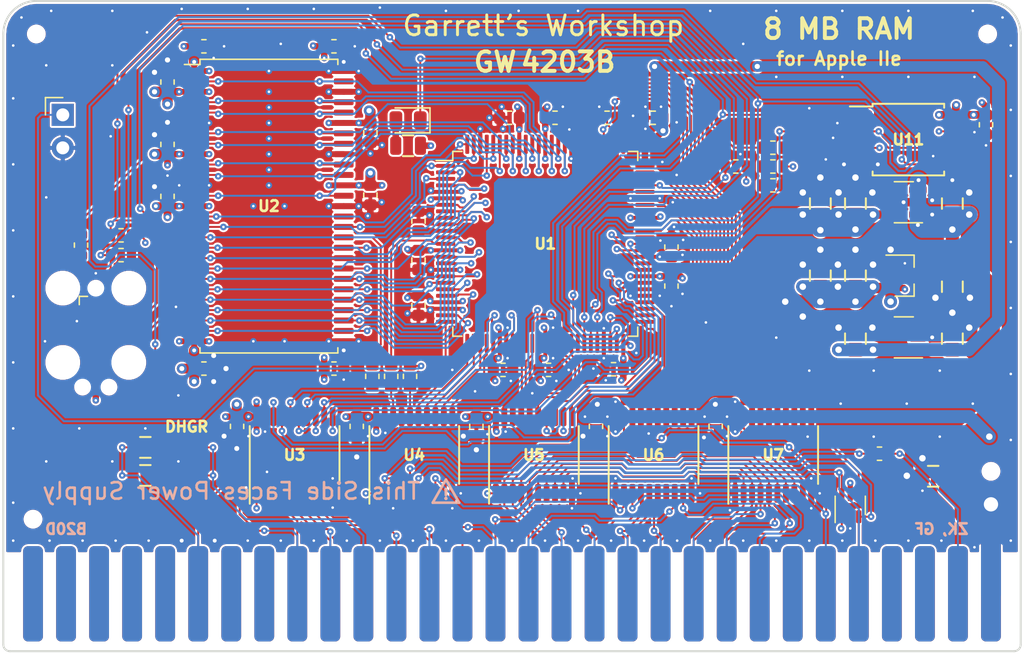
<source format=kicad_pcb>
(kicad_pcb (version 20171130) (host pcbnew "(5.1.10-1-10_14)")

  (general
    (thickness 1.6)
    (drawings 24)
    (tracks 2446)
    (zones 0)
    (modules 75)
    (nets 153)
  )

  (page A4)
  (title_block
    (title "GW4203B (RAM2E II) - iCE40HX1K")
    (date 2021-05-30)
    (rev 2.0)
    (company "Garrett's Workshop")
  )

  (layers
    (0 F.Cu signal)
    (1 In1.Cu signal)
    (2 In2.Cu signal)
    (31 B.Cu signal)
    (32 B.Adhes user)
    (33 F.Adhes user)
    (34 B.Paste user)
    (35 F.Paste user)
    (36 B.SilkS user)
    (37 F.SilkS user)
    (38 B.Mask user)
    (39 F.Mask user)
    (40 Dwgs.User user)
    (41 Cmts.User user)
    (42 Eco1.User user)
    (43 Eco2.User user)
    (44 Edge.Cuts user)
    (45 Margin user)
    (46 B.CrtYd user)
    (47 F.CrtYd user)
    (48 B.Fab user)
    (49 F.Fab user)
  )

  (setup
    (last_trace_width 0.15)
    (user_trace_width 0.2)
    (user_trace_width 0.25)
    (user_trace_width 0.3)
    (user_trace_width 0.35)
    (user_trace_width 0.4)
    (user_trace_width 0.45)
    (user_trace_width 0.5)
    (user_trace_width 0.6)
    (user_trace_width 0.65)
    (user_trace_width 0.8)
    (user_trace_width 1)
    (user_trace_width 1.27)
    (user_trace_width 1.524)
    (trace_clearance 0.15)
    (zone_clearance 0.1524)
    (zone_45_only no)
    (trace_min 0.15)
    (via_size 0.5)
    (via_drill 0.2)
    (via_min_size 0.5)
    (via_min_drill 0.2)
    (user_via 0.6 0.3)
    (user_via 0.8 0.4)
    (user_via 1 0.5)
    (user_via 1.524 0.762)
    (uvia_size 0.3)
    (uvia_drill 0.1)
    (uvias_allowed no)
    (uvia_min_size 0.2)
    (uvia_min_drill 0.1)
    (edge_width 0.15)
    (segment_width 0.1524)
    (pcb_text_width 0.3)
    (pcb_text_size 1.5 1.5)
    (mod_edge_width 0.15)
    (mod_text_size 1 1)
    (mod_text_width 0.15)
    (pad_size 0.975 1.4)
    (pad_drill 0)
    (pad_to_mask_clearance 0.05)
    (solder_mask_min_width 0.1)
    (pad_to_paste_clearance -0.0381)
    (aux_axis_origin 0 0)
    (visible_elements FFFFFF7F)
    (pcbplotparams
      (layerselection 0x010f8_ffffffff)
      (usegerberextensions true)
      (usegerberattributes false)
      (usegerberadvancedattributes false)
      (creategerberjobfile false)
      (excludeedgelayer true)
      (linewidth 0.100000)
      (plotframeref false)
      (viasonmask false)
      (mode 1)
      (useauxorigin false)
      (hpglpennumber 1)
      (hpglpenspeed 20)
      (hpglpendiameter 15.000000)
      (psnegative false)
      (psa4output false)
      (plotreference true)
      (plotvalue true)
      (plotinvisibletext false)
      (padsonsilk false)
      (subtractmaskfromsilk true)
      (outputformat 1)
      (mirror false)
      (drillshape 0)
      (scaleselection 1)
      (outputdirectory "gerber/"))
  )

  (net 0 "")
  (net 1 +5V)
  (net 2 GND)
  (net 3 /Vid7M)
  (net 4 /~SYNC~)
  (net 5 /~PRAS~)
  (net 6 /VC)
  (net 7 /~C07X~)
  (net 8 /~WNDW~)
  (net 9 /SEGA)
  (net 10 /ROMEN1)
  (net 11 /ROMEN2)
  (net 12 /MD7)
  (net 13 /MD6)
  (net 14 /MD5)
  (net 15 /MD4)
  (net 16 /PHI0)
  (net 17 /~CLRGAT~)
  (net 18 /~80VID~)
  (net 19 /~PCAS~)
  (net 20 /~LDPS~)
  (net 21 /R~W~80)
  (net 22 /PHI1)
  (net 23 /~CASEN~)
  (net 24 /MD3)
  (net 25 /MD2)
  (net 26 /MD1)
  (net 27 /MD0)
  (net 28 /H0)
  (net 29 /AN3)
  (net 30 /~EN80~)
  (net 31 /~ALTVID~)
  (net 32 /~SEROUT~)
  (net 33 /~ENVID~)
  (net 34 /R~W~)
  (net 35 /Q3)
  (net 36 /SEGB)
  (net 37 /~RA9~)
  (net 38 /~RA10~)
  (net 39 /GR)
  (net 40 /~ENTMG~)
  (net 41 /MA6)
  (net 42 /MA5)
  (net 43 /MA4)
  (net 44 /MA3)
  (net 45 /MA2)
  (net 46 /MA1)
  (net 47 /MA0)
  (net 48 /MA7)
  (net 49 /C7M)
  (net 50 /C14M)
  (net 51 /C3M58)
  (net 52 /VD0)
  (net 53 /VD1)
  (net 54 /VD2)
  (net 55 /VD3)
  (net 56 /VD4)
  (net 57 /VD5)
  (net 58 /VD6)
  (net 59 /VD7)
  (net 60 +3V3)
  (net 61 /RD5)
  (net 62 /RD4)
  (net 63 /RD3)
  (net 64 /RD2)
  (net 65 /RD7)
  (net 66 /RD6)
  (net 67 /RD0)
  (net 68 /RD1)
  (net 69 /DQMH)
  (net 70 /~WE~)
  (net 71 /~CAS~)
  (net 72 /CKE)
  (net 73 /~RAS~)
  (net 74 /BA0)
  (net 75 /RA11)
  (net 76 /~CS~)
  (net 77 /BA1)
  (net 78 /RA9)
  (net 79 /RA10)
  (net 80 /RA8)
  (net 81 /RA0)
  (net 82 /RA7)
  (net 83 /RA1)
  (net 84 /RA6)
  (net 85 /RA4)
  (net 86 /RA3)
  (net 87 /~EN80~in)
  (net 88 /RA5)
  (net 89 /RA2)
  (net 90 /R~W~80in)
  (net 91 /Ain5)
  (net 92 /PHI1in)
  (net 93 /Ain6)
  (net 94 /DQML)
  (net 95 /~C07X~in)
  (net 96 /R~W~in)
  (net 97 /Ain0)
  (net 98 /Ain1)
  (net 99 /Ain2)
  (net 100 /Ain3)
  (net 101 /Ain4)
  (net 102 /Ain7)
  (net 103 /Din0)
  (net 104 /Din1)
  (net 105 /Din2)
  (net 106 /Din3)
  (net 107 /Din4)
  (net 108 /Din5)
  (net 109 /Din6)
  (net 110 /Din7)
  (net 111 /Vout7)
  (net 112 /Vout6)
  (net 113 /Vout5)
  (net 114 /Vout4)
  (net 115 /Vout3)
  (net 116 /Vout2)
  (net 117 /Vout1)
  (net 118 /Vout0)
  (net 119 /Dout0)
  (net 120 /Dout1)
  (net 121 /Dout2)
  (net 122 /Dout3)
  (net 123 /Dout4)
  (net 124 /Dout5)
  (net 125 /Dout6)
  (net 126 /Dout7)
  (net 127 /RCLK)
  (net 128 /ACLK)
  (net 129 "Net-(U4-Pad17)")
  (net 130 /~FRCTXT~)
  (net 131 "Net-(U9-Pad4)")
  (net 132 /C14MB)
  (net 133 "Net-(R3-Pad2)")
  (net 134 /C14MR)
  (net 135 +1V2)
  (net 136 /~INIT~)
  (net 137 +2V5)
  (net 138 "Net-(U10-Pad4)")
  (net 139 "Net-(U1-Pad76)")
  (net 140 /CCK)
  (net 141 /Mode)
  (net 142 /CDI)
  (net 143 /CDO)
  (net 144 /C~RST~)
  (net 145 /C~CS~)
  (net 146 /CDONE)
  (net 147 /CCKr)
  (net 148 "Net-(R1-Pad2)")
  (net 149 /CCKrF)
  (net 150 "Net-(D1-Pad2)")
  (net 151 /LED)
  (net 152 /D~OE~)

  (net_class Default "This is the default net class."
    (clearance 0.15)
    (trace_width 0.15)
    (via_dia 0.5)
    (via_drill 0.2)
    (uvia_dia 0.3)
    (uvia_drill 0.1)
    (add_net +1V2)
    (add_net +2V5)
    (add_net +3V3)
    (add_net +5V)
    (add_net /ACLK)
    (add_net /AN3)
    (add_net /Ain0)
    (add_net /Ain1)
    (add_net /Ain2)
    (add_net /Ain3)
    (add_net /Ain4)
    (add_net /Ain5)
    (add_net /Ain6)
    (add_net /Ain7)
    (add_net /BA0)
    (add_net /BA1)
    (add_net /C14M)
    (add_net /C14MB)
    (add_net /C14MR)
    (add_net /C3M58)
    (add_net /C7M)
    (add_net /CCK)
    (add_net /CCKr)
    (add_net /CCKrF)
    (add_net /CDI)
    (add_net /CDO)
    (add_net /CDONE)
    (add_net /CKE)
    (add_net /C~CS~)
    (add_net /C~RST~)
    (add_net /DQMH)
    (add_net /DQML)
    (add_net /Din0)
    (add_net /Din1)
    (add_net /Din2)
    (add_net /Din3)
    (add_net /Din4)
    (add_net /Din5)
    (add_net /Din6)
    (add_net /Din7)
    (add_net /Dout0)
    (add_net /Dout1)
    (add_net /Dout2)
    (add_net /Dout3)
    (add_net /Dout4)
    (add_net /Dout5)
    (add_net /Dout6)
    (add_net /Dout7)
    (add_net /D~OE~)
    (add_net /GR)
    (add_net /H0)
    (add_net /LED)
    (add_net /MA0)
    (add_net /MA1)
    (add_net /MA2)
    (add_net /MA3)
    (add_net /MA4)
    (add_net /MA5)
    (add_net /MA6)
    (add_net /MA7)
    (add_net /MD0)
    (add_net /MD1)
    (add_net /MD2)
    (add_net /MD3)
    (add_net /MD4)
    (add_net /MD5)
    (add_net /MD6)
    (add_net /MD7)
    (add_net /Mode)
    (add_net /PHI0)
    (add_net /PHI1)
    (add_net /PHI1in)
    (add_net /Q3)
    (add_net /RA0)
    (add_net /RA1)
    (add_net /RA10)
    (add_net /RA11)
    (add_net /RA2)
    (add_net /RA3)
    (add_net /RA4)
    (add_net /RA5)
    (add_net /RA6)
    (add_net /RA7)
    (add_net /RA8)
    (add_net /RA9)
    (add_net /RCLK)
    (add_net /RD0)
    (add_net /RD1)
    (add_net /RD2)
    (add_net /RD3)
    (add_net /RD4)
    (add_net /RD5)
    (add_net /RD6)
    (add_net /RD7)
    (add_net /ROMEN1)
    (add_net /ROMEN2)
    (add_net /R~W~)
    (add_net /R~W~80)
    (add_net /R~W~80in)
    (add_net /R~W~in)
    (add_net /SEGA)
    (add_net /SEGB)
    (add_net /VC)
    (add_net /VD0)
    (add_net /VD1)
    (add_net /VD2)
    (add_net /VD3)
    (add_net /VD4)
    (add_net /VD5)
    (add_net /VD6)
    (add_net /VD7)
    (add_net /Vid7M)
    (add_net /Vout0)
    (add_net /Vout1)
    (add_net /Vout2)
    (add_net /Vout3)
    (add_net /Vout4)
    (add_net /Vout5)
    (add_net /Vout6)
    (add_net /Vout7)
    (add_net /~80VID~)
    (add_net /~ALTVID~)
    (add_net /~C07X~)
    (add_net /~C07X~in)
    (add_net /~CASEN~)
    (add_net /~CAS~)
    (add_net /~CLRGAT~)
    (add_net /~CS~)
    (add_net /~EN80~)
    (add_net /~EN80~in)
    (add_net /~ENTMG~)
    (add_net /~ENVID~)
    (add_net /~FRCTXT~)
    (add_net /~INIT~)
    (add_net /~LDPS~)
    (add_net /~PCAS~)
    (add_net /~PRAS~)
    (add_net /~RA10~)
    (add_net /~RA9~)
    (add_net /~RAS~)
    (add_net /~SEROUT~)
    (add_net /~SYNC~)
    (add_net /~WE~)
    (add_net /~WNDW~)
    (add_net GND)
    (add_net "Net-(D1-Pad2)")
    (add_net "Net-(R1-Pad2)")
    (add_net "Net-(R3-Pad2)")
    (add_net "Net-(U1-Pad76)")
    (add_net "Net-(U10-Pad4)")
    (add_net "Net-(U4-Pad17)")
    (add_net "Net-(U9-Pad4)")
  )

  (module stdpads:R_0603 (layer F.Cu) (tedit 5EE29B72) (tstamp 60B41BD9)
    (at 257.55 100.95 180)
    (tags resistor)
    (path /61A8EB6C)
    (solder_mask_margin 0.05)
    (solder_paste_margin -0.05)
    (attr smd)
    (fp_text reference R12 (at 0 0) (layer F.Fab)
      (effects (font (size 0.254 0.254) (thickness 0.0635)))
    )
    (fp_text value 47 (at 0 0.25) (layer F.Fab)
      (effects (font (size 0.127 0.127) (thickness 0.03175)))
    )
    (fp_line (start -0.8 0.4) (end -0.8 -0.4) (layer F.Fab) (width 0.1))
    (fp_line (start -0.8 -0.4) (end 0.8 -0.4) (layer F.Fab) (width 0.1))
    (fp_line (start 0.8 -0.4) (end 0.8 0.4) (layer F.Fab) (width 0.1))
    (fp_line (start 0.8 0.4) (end -0.8 0.4) (layer F.Fab) (width 0.1))
    (fp_line (start -0.162779 -0.51) (end 0.162779 -0.51) (layer F.SilkS) (width 0.12))
    (fp_line (start -0.162779 0.51) (end 0.162779 0.51) (layer F.SilkS) (width 0.12))
    (fp_line (start -1.4 0.7) (end -1.4 -0.7) (layer F.CrtYd) (width 0.05))
    (fp_line (start -1.4 -0.7) (end 1.4 -0.7) (layer F.CrtYd) (width 0.05))
    (fp_line (start 1.4 -0.7) (end 1.4 0.7) (layer F.CrtYd) (width 0.05))
    (fp_line (start 1.4 0.7) (end -1.4 0.7) (layer F.CrtYd) (width 0.05))
    (fp_text user %R (at 0 0) (layer F.SilkS) hide
      (effects (font (size 0.254 0.254) (thickness 0.0635)))
    )
    (pad 2 smd roundrect (at 0.8 0 180) (size 0.7 0.95) (layers F.Cu F.Paste F.Mask) (roundrect_rratio 0.25)
      (net 147 /CCKr))
    (pad 1 smd roundrect (at -0.8 0 180) (size 0.7 0.95) (layers F.Cu F.Paste F.Mask) (roundrect_rratio 0.25)
      (net 149 /CCKrF))
    (model ${KISYS3DMOD}/Resistor_SMD.3dshapes/R_0603_1608Metric.wrl
      (at (xyz 0 0 0))
      (scale (xyz 1 1 1))
      (rotate (xyz 0 0 0))
    )
  )

  (module stdpads:R_0603 (layer F.Cu) (tedit 5FDA5A0F) (tstamp 60B1E9B8)
    (at 229.65 118.55 270)
    (tags resistor)
    (path /6081D682)
    (solder_mask_margin 0.05)
    (solder_paste_margin -0.05)
    (attr smd)
    (fp_text reference R3 (at 0 0 90) (layer F.Fab)
      (effects (font (size 0.254 0.254) (thickness 0.0635)))
    )
    (fp_text value 47 (at 0 0.25 90) (layer F.Fab)
      (effects (font (size 0.127 0.127) (thickness 0.03175)))
    )
    (fp_line (start 1.4 0.7) (end -1.4 0.7) (layer F.CrtYd) (width 0.05))
    (fp_line (start 1.4 -0.7) (end 1.4 0.7) (layer F.CrtYd) (width 0.05))
    (fp_line (start -1.4 -0.7) (end 1.4 -0.7) (layer F.CrtYd) (width 0.05))
    (fp_line (start -1.4 0.7) (end -1.4 -0.7) (layer F.CrtYd) (width 0.05))
    (fp_line (start -0.162779 0.51) (end 0.162779 0.51) (layer F.SilkS) (width 0.12))
    (fp_line (start -0.162779 -0.51) (end 0.162779 -0.51) (layer F.SilkS) (width 0.12))
    (fp_line (start 0.8 0.4) (end -0.8 0.4) (layer F.Fab) (width 0.1))
    (fp_line (start 0.8 -0.4) (end 0.8 0.4) (layer F.Fab) (width 0.1))
    (fp_line (start -0.8 -0.4) (end 0.8 -0.4) (layer F.Fab) (width 0.1))
    (fp_line (start -0.8 0.4) (end -0.8 -0.4) (layer F.Fab) (width 0.1))
    (fp_text user %R (at 0 0 90) (layer F.SilkS) hide
      (effects (font (size 0.254 0.254) (thickness 0.0635)))
    )
    (pad 1 smd roundrect (at -0.8 0 270) (size 0.7 0.95) (layers F.Cu F.Paste F.Mask) (roundrect_rratio 0.25)
      (net 132 /C14MB))
    (pad 2 smd roundrect (at 0.8 0 270) (size 0.7 0.95) (layers F.Cu F.Paste F.Mask) (roundrect_rratio 0.25)
      (net 133 "Net-(R3-Pad2)"))
    (model ${KISYS3DMOD}/Resistor_SMD.3dshapes/R_0603_1608Metric.wrl
      (at (xyz 0 0 0))
      (scale (xyz 1 1 1))
      (rotate (xyz 0 0 0))
    )
  )

  (module stdpads:R_0603 (layer F.Cu) (tedit 5FDA5A0F) (tstamp 60B1E998)
    (at 228.2 118.55 270)
    (tags resistor)
    (path /61462215)
    (solder_mask_margin 0.05)
    (solder_paste_margin -0.05)
    (attr smd)
    (fp_text reference R11 (at 0 0 90) (layer F.Fab)
      (effects (font (size 0.254 0.254) (thickness 0.0635)))
    )
    (fp_text value 47 (at 0 0.25 90) (layer F.Fab)
      (effects (font (size 0.127 0.127) (thickness 0.03175)))
    )
    (fp_line (start -0.8 0.4) (end -0.8 -0.4) (layer F.Fab) (width 0.1))
    (fp_line (start -0.8 -0.4) (end 0.8 -0.4) (layer F.Fab) (width 0.1))
    (fp_line (start 0.8 -0.4) (end 0.8 0.4) (layer F.Fab) (width 0.1))
    (fp_line (start 0.8 0.4) (end -0.8 0.4) (layer F.Fab) (width 0.1))
    (fp_line (start -0.162779 -0.51) (end 0.162779 -0.51) (layer F.SilkS) (width 0.12))
    (fp_line (start -0.162779 0.51) (end 0.162779 0.51) (layer F.SilkS) (width 0.12))
    (fp_line (start -1.4 0.7) (end -1.4 -0.7) (layer F.CrtYd) (width 0.05))
    (fp_line (start -1.4 -0.7) (end 1.4 -0.7) (layer F.CrtYd) (width 0.05))
    (fp_line (start 1.4 -0.7) (end 1.4 0.7) (layer F.CrtYd) (width 0.05))
    (fp_line (start 1.4 0.7) (end -1.4 0.7) (layer F.CrtYd) (width 0.05))
    (fp_text user %R (at 0 0 90) (layer F.SilkS) hide
      (effects (font (size 0.254 0.254) (thickness 0.0635)))
    )
    (pad 2 smd roundrect (at 0.8 0 270) (size 0.7 0.95) (layers F.Cu F.Paste F.Mask) (roundrect_rratio 0.25)
      (net 148 "Net-(R1-Pad2)"))
    (pad 1 smd roundrect (at -0.8 0 270) (size 0.7 0.95) (layers F.Cu F.Paste F.Mask) (roundrect_rratio 0.25)
      (net 128 /ACLK))
    (model ${KISYS3DMOD}/Resistor_SMD.3dshapes/R_0603_1608Metric.wrl
      (at (xyz 0 0 0))
      (scale (xyz 1 1 1))
      (rotate (xyz 0 0 0))
    )
  )

  (module stdpads:TSOP-II-54_22.2x10.16mm_P0.8mm (layer F.Cu) (tedit 5E9238C1) (tstamp 5E7BC202)
    (at 218.8 105.45)
    (descr "54-lead TSOP typ II package")
    (tags "TSOPII TSOP2")
    (path /5E74FE5D)
    (solder_mask_margin 0.05)
    (attr smd)
    (fp_text reference U2 (at 0 0) (layer F.Fab)
      (effects (font (size 0.8128 0.8128) (thickness 0.2032)))
    )
    (fp_text value W9812G6KH-6 (at 0 0.95) (layer F.Fab)
      (effects (font (size 0.508 0.508) (thickness 0.127)))
    )
    (fp_line (start -6.76 -11.36) (end -6.76 11.36) (layer F.CrtYd) (width 0.05))
    (fp_line (start 6.76 11.36) (end -6.76 11.36) (layer F.CrtYd) (width 0.05))
    (fp_line (start 6.76 -11.36) (end 6.76 11.36) (layer F.CrtYd) (width 0.05))
    (fp_line (start -6.76 -11.36) (end 6.76 -11.36) (layer F.CrtYd) (width 0.05))
    (fp_line (start -5.3 10.9) (end -5.3 11.3) (layer F.SilkS) (width 0.12))
    (fp_line (start 5.3 10.9) (end 5.3 11.3) (layer F.SilkS) (width 0.12))
    (fp_line (start 5.3 -11.3) (end 5.3 -10.9) (layer F.SilkS) (width 0.12))
    (fp_line (start -5.3 11.3) (end 5.3 11.3) (layer F.SilkS) (width 0.12))
    (fp_line (start -5.3 -11.3) (end 5.3 -11.3) (layer F.SilkS) (width 0.12))
    (fp_line (start -5.3 -10.9) (end -5.3 -11.3) (layer F.SilkS) (width 0.12))
    (fp_line (start -6.5 -10.9) (end -5.3 -10.9) (layer F.SilkS) (width 0.12))
    (fp_line (start -4.08 -11.11) (end -5.08 -10.11) (layer F.Fab) (width 0.1))
    (fp_line (start -5.08 11.11) (end -5.08 -10.11) (layer F.Fab) (width 0.1))
    (fp_line (start 5.08 11.11) (end -5.08 11.11) (layer F.Fab) (width 0.1))
    (fp_line (start 5.08 -11.11) (end 5.08 11.11) (layer F.Fab) (width 0.1))
    (fp_line (start -4.08 -11.11) (end 5.08 -11.11) (layer F.Fab) (width 0.1))
    (fp_text user %R (at 0 0) (layer F.SilkS)
      (effects (font (size 0.8128 0.8128) (thickness 0.2032)))
    )
    (pad 54 smd roundrect (at 5.75 -10.4) (size 1.51 0.458) (layers F.Cu F.Paste F.Mask) (roundrect_rratio 0.25)
      (net 2 GND))
    (pad 53 smd roundrect (at 5.75 -9.6) (size 1.51 0.458) (layers F.Cu F.Paste F.Mask) (roundrect_rratio 0.25)
      (net 67 /RD0))
    (pad 52 smd roundrect (at 5.75 -8.8) (size 1.51 0.458) (layers F.Cu F.Paste F.Mask) (roundrect_rratio 0.25)
      (net 2 GND))
    (pad 51 smd roundrect (at 5.75 -8) (size 1.51 0.458) (layers F.Cu F.Paste F.Mask) (roundrect_rratio 0.25)
      (net 68 /RD1))
    (pad 50 smd roundrect (at 5.75 -7.2) (size 1.51 0.458) (layers F.Cu F.Paste F.Mask) (roundrect_rratio 0.25)
      (net 64 /RD2))
    (pad 49 smd roundrect (at 5.75 -6.4) (size 1.51 0.458) (layers F.Cu F.Paste F.Mask) (roundrect_rratio 0.25)
      (net 60 +3V3))
    (pad 48 smd roundrect (at 5.75 -5.6) (size 1.51 0.458) (layers F.Cu F.Paste F.Mask) (roundrect_rratio 0.25)
      (net 63 /RD3))
    (pad 47 smd roundrect (at 5.75 -4.8) (size 1.51 0.458) (layers F.Cu F.Paste F.Mask) (roundrect_rratio 0.25)
      (net 62 /RD4))
    (pad 46 smd roundrect (at 5.75 -4) (size 1.51 0.458) (layers F.Cu F.Paste F.Mask) (roundrect_rratio 0.25)
      (net 2 GND))
    (pad 45 smd roundrect (at 5.75 -3.2) (size 1.51 0.458) (layers F.Cu F.Paste F.Mask) (roundrect_rratio 0.25)
      (net 61 /RD5))
    (pad 44 smd roundrect (at 5.75 -2.4) (size 1.51 0.458) (layers F.Cu F.Paste F.Mask) (roundrect_rratio 0.25)
      (net 66 /RD6))
    (pad 43 smd roundrect (at 5.75 -1.6) (size 1.51 0.458) (layers F.Cu F.Paste F.Mask) (roundrect_rratio 0.25)
      (net 60 +3V3))
    (pad 42 smd roundrect (at 5.75 -0.8) (size 1.51 0.458) (layers F.Cu F.Paste F.Mask) (roundrect_rratio 0.25)
      (net 65 /RD7))
    (pad 41 smd roundrect (at 5.75 0) (size 1.51 0.458) (layers F.Cu F.Paste F.Mask) (roundrect_rratio 0.25)
      (net 2 GND))
    (pad 40 smd roundrect (at 5.75 0.8) (size 1.51 0.458) (layers F.Cu F.Paste F.Mask) (roundrect_rratio 0.25))
    (pad 39 smd roundrect (at 5.75 1.6) (size 1.51 0.458) (layers F.Cu F.Paste F.Mask) (roundrect_rratio 0.25)
      (net 69 /DQMH))
    (pad 38 smd roundrect (at 5.75 2.4) (size 1.51 0.458) (layers F.Cu F.Paste F.Mask) (roundrect_rratio 0.25)
      (net 127 /RCLK))
    (pad 37 smd roundrect (at 5.75 3.2) (size 1.51 0.458) (layers F.Cu F.Paste F.Mask) (roundrect_rratio 0.25)
      (net 72 /CKE))
    (pad 36 smd roundrect (at 5.75 4) (size 1.51 0.458) (layers F.Cu F.Paste F.Mask) (roundrect_rratio 0.25)
      (net 2 GND))
    (pad 35 smd roundrect (at 5.75 4.8) (size 1.51 0.458) (layers F.Cu F.Paste F.Mask) (roundrect_rratio 0.25)
      (net 75 /RA11))
    (pad 34 smd roundrect (at 5.75 5.6) (size 1.51 0.458) (layers F.Cu F.Paste F.Mask) (roundrect_rratio 0.25)
      (net 78 /RA9))
    (pad 33 smd roundrect (at 5.75 6.4) (size 1.51 0.458) (layers F.Cu F.Paste F.Mask) (roundrect_rratio 0.25)
      (net 80 /RA8))
    (pad 32 smd roundrect (at 5.75 7.2) (size 1.51 0.458) (layers F.Cu F.Paste F.Mask) (roundrect_rratio 0.25)
      (net 82 /RA7))
    (pad 31 smd roundrect (at 5.75 8) (size 1.51 0.458) (layers F.Cu F.Paste F.Mask) (roundrect_rratio 0.25)
      (net 84 /RA6))
    (pad 30 smd roundrect (at 5.75 8.8) (size 1.51 0.458) (layers F.Cu F.Paste F.Mask) (roundrect_rratio 0.25)
      (net 88 /RA5))
    (pad 29 smd roundrect (at 5.75 9.6) (size 1.51 0.458) (layers F.Cu F.Paste F.Mask) (roundrect_rratio 0.25)
      (net 85 /RA4))
    (pad 28 smd roundrect (at 5.75 10.4) (size 1.51 0.458) (layers F.Cu F.Paste F.Mask) (roundrect_rratio 0.25)
      (net 2 GND))
    (pad 27 smd roundrect (at -5.75 10.4) (size 1.51 0.458) (layers F.Cu F.Paste F.Mask) (roundrect_rratio 0.25)
      (net 60 +3V3))
    (pad 26 smd roundrect (at -5.75 9.6) (size 1.51 0.458) (layers F.Cu F.Paste F.Mask) (roundrect_rratio 0.25)
      (net 86 /RA3))
    (pad 25 smd roundrect (at -5.75 8.8) (size 1.51 0.458) (layers F.Cu F.Paste F.Mask) (roundrect_rratio 0.25)
      (net 89 /RA2))
    (pad 24 smd roundrect (at -5.75 8) (size 1.51 0.458) (layers F.Cu F.Paste F.Mask) (roundrect_rratio 0.25)
      (net 83 /RA1))
    (pad 23 smd roundrect (at -5.75 7.2) (size 1.51 0.458) (layers F.Cu F.Paste F.Mask) (roundrect_rratio 0.25)
      (net 81 /RA0))
    (pad 22 smd roundrect (at -5.75 6.4) (size 1.51 0.458) (layers F.Cu F.Paste F.Mask) (roundrect_rratio 0.25)
      (net 79 /RA10))
    (pad 21 smd roundrect (at -5.75 5.6) (size 1.51 0.458) (layers F.Cu F.Paste F.Mask) (roundrect_rratio 0.25)
      (net 77 /BA1))
    (pad 20 smd roundrect (at -5.75 4.8) (size 1.51 0.458) (layers F.Cu F.Paste F.Mask) (roundrect_rratio 0.25)
      (net 74 /BA0))
    (pad 19 smd roundrect (at -5.75 4) (size 1.51 0.458) (layers F.Cu F.Paste F.Mask) (roundrect_rratio 0.25)
      (net 76 /~CS~))
    (pad 18 smd roundrect (at -5.75 3.2) (size 1.51 0.458) (layers F.Cu F.Paste F.Mask) (roundrect_rratio 0.25)
      (net 73 /~RAS~))
    (pad 17 smd roundrect (at -5.75 2.4) (size 1.51 0.458) (layers F.Cu F.Paste F.Mask) (roundrect_rratio 0.25)
      (net 71 /~CAS~))
    (pad 16 smd roundrect (at -5.75 1.6) (size 1.51 0.458) (layers F.Cu F.Paste F.Mask) (roundrect_rratio 0.25)
      (net 70 /~WE~))
    (pad 15 smd roundrect (at -5.75 0.8) (size 1.51 0.458) (layers F.Cu F.Paste F.Mask) (roundrect_rratio 0.25)
      (net 94 /DQML))
    (pad 14 smd roundrect (at -5.75 0) (size 1.51 0.458) (layers F.Cu F.Paste F.Mask) (roundrect_rratio 0.25)
      (net 60 +3V3))
    (pad 13 smd roundrect (at -5.75 -0.8) (size 1.51 0.458) (layers F.Cu F.Paste F.Mask) (roundrect_rratio 0.25)
      (net 65 /RD7))
    (pad 12 smd roundrect (at -5.75 -1.6) (size 1.51 0.458) (layers F.Cu F.Paste F.Mask) (roundrect_rratio 0.25)
      (net 2 GND))
    (pad 11 smd roundrect (at -5.75 -2.4) (size 1.51 0.458) (layers F.Cu F.Paste F.Mask) (roundrect_rratio 0.25)
      (net 66 /RD6))
    (pad 10 smd roundrect (at -5.75 -3.2) (size 1.51 0.458) (layers F.Cu F.Paste F.Mask) (roundrect_rratio 0.25)
      (net 61 /RD5))
    (pad 9 smd roundrect (at -5.75 -4) (size 1.51 0.458) (layers F.Cu F.Paste F.Mask) (roundrect_rratio 0.25)
      (net 60 +3V3))
    (pad 8 smd roundrect (at -5.75 -4.8) (size 1.51 0.458) (layers F.Cu F.Paste F.Mask) (roundrect_rratio 0.25)
      (net 62 /RD4))
    (pad 7 smd roundrect (at -5.75 -5.6) (size 1.51 0.458) (layers F.Cu F.Paste F.Mask) (roundrect_rratio 0.25)
      (net 63 /RD3))
    (pad 6 smd roundrect (at -5.75 -6.4) (size 1.51 0.458) (layers F.Cu F.Paste F.Mask) (roundrect_rratio 0.25)
      (net 2 GND))
    (pad 5 smd roundrect (at -5.75 -7.2) (size 1.51 0.458) (layers F.Cu F.Paste F.Mask) (roundrect_rratio 0.25)
      (net 64 /RD2))
    (pad 4 smd roundrect (at -5.75 -8) (size 1.51 0.458) (layers F.Cu F.Paste F.Mask) (roundrect_rratio 0.25)
      (net 68 /RD1))
    (pad 3 smd roundrect (at -5.75 -8.8) (size 1.51 0.458) (layers F.Cu F.Paste F.Mask) (roundrect_rratio 0.25)
      (net 60 +3V3))
    (pad 2 smd roundrect (at -5.75 -9.6) (size 1.51 0.458) (layers F.Cu F.Paste F.Mask) (roundrect_rratio 0.25)
      (net 67 /RD0))
    (pad 1 smd roundrect (at -5.75 -10.4) (size 1.51 0.458) (layers F.Cu F.Paste F.Mask) (roundrect_rratio 0.25)
      (net 60 +3V3))
    (model ${KISYS3DMOD}/Package_SO.3dshapes/TSOP-II-54_22.2x10.16mm_P0.8mm.wrl
      (at (xyz 0 0 0))
      (scale (xyz 1 1 1))
      (rotate (xyz 0 0 0))
    )
  )

  (module stdpads:TQFP-100_14x14mm_P0.5mm (layer F.Cu) (tedit 60A56324) (tstamp 60AB58BC)
    (at 240.05 108.35 270)
    (descr "TQFP, 100 Pin (http://www.microsemi.com/index.php?option=com_docman&task=doc_download&gid=131095), generated with kicad-footprint-generator ipc_gullwing_generator.py")
    (tags "TQFP QFP")
    (path /6425D727)
    (solder_mask_margin 0.024)
    (solder_paste_margin -0.035)
    (attr smd)
    (fp_text reference U1 (at 0 0) (layer F.Fab)
      (effects (font (size 0.8128 0.8128) (thickness 0.2032)))
    )
    (fp_text value iCE40HX1K-VQ100 (at 1.05 0) (layer F.Fab)
      (effects (font (size 0.508 0.508) (thickness 0.127)))
    )
    (fp_line (start 7.11 -6.41) (end 7.11 -7.11) (layer F.SilkS) (width 0.12))
    (fp_line (start 7.11 -7.11) (end 6.41 -7.11) (layer F.SilkS) (width 0.12))
    (fp_line (start 7.11 6.41) (end 7.11 7.11) (layer F.SilkS) (width 0.12))
    (fp_line (start 7.11 7.11) (end 6.41 7.11) (layer F.SilkS) (width 0.12))
    (fp_line (start -7.11 -6.41) (end -7.11 -7.11) (layer F.SilkS) (width 0.12))
    (fp_line (start -7.11 -7.11) (end -6.41 -7.11) (layer F.SilkS) (width 0.12))
    (fp_line (start -7.11 6.41) (end -7.11 7.11) (layer F.SilkS) (width 0.12))
    (fp_line (start -7.11 7.11) (end -6.41 7.11) (layer F.SilkS) (width 0.12))
    (fp_line (start -6.41 7.11) (end -6.41 8.4) (layer F.SilkS) (width 0.12))
    (fp_line (start -7 6) (end -7 -7) (layer F.Fab) (width 0.1))
    (fp_line (start -7 -7) (end 7 -7) (layer F.Fab) (width 0.1))
    (fp_line (start 7 -7) (end 7 7) (layer F.Fab) (width 0.1))
    (fp_line (start 7 7) (end -6 7) (layer F.Fab) (width 0.1))
    (fp_line (start -6 7) (end -7 6) (layer F.Fab) (width 0.1))
    (fp_line (start -8.65 0) (end -8.65 6.4) (layer F.CrtYd) (width 0.05))
    (fp_line (start -8.65 6.4) (end -7.25 6.4) (layer F.CrtYd) (width 0.05))
    (fp_line (start -7.25 6.4) (end -7.25 7.25) (layer F.CrtYd) (width 0.05))
    (fp_line (start -7.25 7.25) (end -6.4 7.25) (layer F.CrtYd) (width 0.05))
    (fp_line (start -6.4 7.25) (end -6.4 8.65) (layer F.CrtYd) (width 0.05))
    (fp_line (start -6.4 8.65) (end 0 8.65) (layer F.CrtYd) (width 0.05))
    (fp_line (start -8.65 0) (end -8.65 -6.4) (layer F.CrtYd) (width 0.05))
    (fp_line (start -8.65 -6.4) (end -7.25 -6.4) (layer F.CrtYd) (width 0.05))
    (fp_line (start -7.25 -6.4) (end -7.25 -7.25) (layer F.CrtYd) (width 0.05))
    (fp_line (start -7.25 -7.25) (end -6.4 -7.25) (layer F.CrtYd) (width 0.05))
    (fp_line (start -6.4 -7.25) (end -6.4 -8.65) (layer F.CrtYd) (width 0.05))
    (fp_line (start -6.4 -8.65) (end 0 -8.65) (layer F.CrtYd) (width 0.05))
    (fp_line (start 8.65 0) (end 8.65 6.4) (layer F.CrtYd) (width 0.05))
    (fp_line (start 8.65 6.4) (end 7.25 6.4) (layer F.CrtYd) (width 0.05))
    (fp_line (start 7.25 6.4) (end 7.25 7.25) (layer F.CrtYd) (width 0.05))
    (fp_line (start 7.25 7.25) (end 6.4 7.25) (layer F.CrtYd) (width 0.05))
    (fp_line (start 6.4 7.25) (end 6.4 8.65) (layer F.CrtYd) (width 0.05))
    (fp_line (start 6.4 8.65) (end 0 8.65) (layer F.CrtYd) (width 0.05))
    (fp_line (start 8.65 0) (end 8.65 -6.4) (layer F.CrtYd) (width 0.05))
    (fp_line (start 8.65 -6.4) (end 7.25 -6.4) (layer F.CrtYd) (width 0.05))
    (fp_line (start 7.25 -6.4) (end 7.25 -7.25) (layer F.CrtYd) (width 0.05))
    (fp_line (start 7.25 -7.25) (end 6.4 -7.25) (layer F.CrtYd) (width 0.05))
    (fp_line (start 6.4 -7.25) (end 6.4 -8.65) (layer F.CrtYd) (width 0.05))
    (fp_line (start 6.4 -8.65) (end 0 -8.65) (layer F.CrtYd) (width 0.05))
    (fp_text user %R (at 0 0) (layer F.SilkS)
      (effects (font (size 0.8128 0.8128) (thickness 0.2032)))
    )
    (pad 100 smd roundrect (at -7.6625 6) (size 0.3 1.475) (layers F.Cu F.Paste F.Mask) (roundrect_rratio 0.25)
      (net 69 /DQMH))
    (pad 99 smd roundrect (at -7.6625 5.5) (size 0.3 1.475) (layers F.Cu F.Paste F.Mask) (roundrect_rratio 0.25)
      (net 72 /CKE))
    (pad 98 smd roundrect (at -7.6625 5) (size 0.3 1.475) (layers F.Cu F.Paste F.Mask) (roundrect_rratio 0.25)
      (net 2 GND))
    (pad 97 smd roundrect (at -7.6625 4.5) (size 0.3 1.475) (layers F.Cu F.Paste F.Mask) (roundrect_rratio 0.25)
      (net 76 /~CS~))
    (pad 96 smd roundrect (at -7.6625 4) (size 0.3 1.475) (layers F.Cu F.Paste F.Mask) (roundrect_rratio 0.25)
      (net 94 /DQML))
    (pad 95 smd roundrect (at -7.6625 3.5) (size 0.3 1.475) (layers F.Cu F.Paste F.Mask) (roundrect_rratio 0.25)
      (net 73 /~RAS~))
    (pad 94 smd roundrect (at -7.6625 3) (size 0.3 1.475) (layers F.Cu F.Paste F.Mask) (roundrect_rratio 0.25)
      (net 65 /RD7))
    (pad 93 smd roundrect (at -7.6625 2.5) (size 0.3 1.475) (layers F.Cu F.Paste F.Mask) (roundrect_rratio 0.25)
      (net 66 /RD6))
    (pad 92 smd roundrect (at -7.6625 2) (size 0.3 1.475) (layers F.Cu F.Paste F.Mask) (roundrect_rratio 0.25)
      (net 60 +3V3))
    (pad 91 smd roundrect (at -7.6625 1.5) (size 0.3 1.475) (layers F.Cu F.Paste F.Mask) (roundrect_rratio 0.25)
      (net 61 /RD5))
    (pad 90 smd roundrect (at -7.6625 1) (size 0.3 1.475) (layers F.Cu F.Paste F.Mask) (roundrect_rratio 0.25)
      (net 62 /RD4))
    (pad 89 smd roundrect (at -7.6625 0.5) (size 0.3 1.475) (layers F.Cu F.Paste F.Mask) (roundrect_rratio 0.25)
      (net 63 /RD3))
    (pad 88 smd roundrect (at -7.6625 0) (size 0.3 1.475) (layers F.Cu F.Paste F.Mask) (roundrect_rratio 0.25)
      (net 60 +3V3))
    (pad 87 smd roundrect (at -7.6625 -0.5) (size 0.3 1.475) (layers F.Cu F.Paste F.Mask) (roundrect_rratio 0.25)
      (net 64 /RD2))
    (pad 86 smd roundrect (at -7.6625 -1) (size 0.3 1.475) (layers F.Cu F.Paste F.Mask) (roundrect_rratio 0.25)
      (net 68 /RD1))
    (pad 85 smd roundrect (at -7.6625 -1.5) (size 0.3 1.475) (layers F.Cu F.Paste F.Mask) (roundrect_rratio 0.25)
      (net 67 /RD0))
    (pad 84 smd roundrect (at -7.6625 -2) (size 0.3 1.475) (layers F.Cu F.Paste F.Mask) (roundrect_rratio 0.25)
      (net 2 GND))
    (pad 83 smd roundrect (at -7.6625 -2.5) (size 0.3 1.475) (layers F.Cu F.Paste F.Mask) (roundrect_rratio 0.25)
      (net 126 /Dout7))
    (pad 82 smd roundrect (at -7.6625 -3) (size 0.3 1.475) (layers F.Cu F.Paste F.Mask) (roundrect_rratio 0.25)
      (net 125 /Dout6))
    (pad 81 smd roundrect (at -7.6625 -3.5) (size 0.3 1.475) (layers F.Cu F.Paste F.Mask) (roundrect_rratio 0.25)
      (net 119 /Dout0))
    (pad 80 smd roundrect (at -7.6625 -4) (size 0.3 1.475) (layers F.Cu F.Paste F.Mask) (roundrect_rratio 0.25)
      (net 120 /Dout1))
    (pad 79 smd roundrect (at -7.6625 -4.5) (size 0.3 1.475) (layers F.Cu F.Paste F.Mask) (roundrect_rratio 0.25)
      (net 121 /Dout2))
    (pad 78 smd roundrect (at -7.6625 -5) (size 0.3 1.475) (layers F.Cu F.Paste F.Mask) (roundrect_rratio 0.25)
      (net 122 /Dout3))
    (pad 77 smd roundrect (at -7.6625 -5.5) (size 0.3 1.475) (layers F.Cu F.Paste F.Mask) (roundrect_rratio 0.25)
      (net 135 +1V2))
    (pad 76 smd roundrect (at -7.6625 -6) (size 0.3 1.475) (layers F.Cu F.Paste F.Mask) (roundrect_rratio 0.25)
      (net 139 "Net-(U1-Pad76)"))
    (pad 75 smd roundrect (at -6 -7.6625) (size 1.475 0.3) (layers F.Cu F.Paste F.Mask) (roundrect_rratio 0.25)
      (net 137 +2V5))
    (pad 74 smd roundrect (at -5.5 -7.6625) (size 1.475 0.3) (layers F.Cu F.Paste F.Mask) (roundrect_rratio 0.25)
      (net 123 /Dout4))
    (pad 73 smd roundrect (at -5 -7.6625) (size 1.475 0.3) (layers F.Cu F.Paste F.Mask) (roundrect_rratio 0.25)
      (net 124 /Dout5))
    (pad 72 smd roundrect (at -4.5 -7.6625) (size 1.475 0.3) (layers F.Cu F.Paste F.Mask) (roundrect_rratio 0.25)
      (net 151 /LED))
    (pad 71 smd roundrect (at -4 -7.6625) (size 1.475 0.3) (layers F.Cu F.Paste F.Mask) (roundrect_rratio 0.25)
      (net 114 /Vout4))
    (pad 70 smd roundrect (at -3.5 -7.6625) (size 1.475 0.3) (layers F.Cu F.Paste F.Mask) (roundrect_rratio 0.25)
      (net 2 GND))
    (pad 69 smd roundrect (at -3 -7.6625) (size 1.475 0.3) (layers F.Cu F.Paste F.Mask) (roundrect_rratio 0.25)
      (net 118 /Vout0))
    (pad 68 smd roundrect (at -2.5 -7.6625) (size 1.475 0.3) (layers F.Cu F.Paste F.Mask) (roundrect_rratio 0.25)
      (net 116 /Vout2))
    (pad 67 smd roundrect (at -2 -7.6625) (size 1.475 0.3) (layers F.Cu F.Paste F.Mask) (roundrect_rratio 0.25)
      (net 60 +3V3))
    (pad 66 smd roundrect (at -1.5 -7.6625) (size 1.475 0.3) (layers F.Cu F.Paste F.Mask) (roundrect_rratio 0.25)
      (net 113 /Vout5))
    (pad 65 smd roundrect (at -1 -7.6625) (size 1.475 0.3) (layers F.Cu F.Paste F.Mask) (roundrect_rratio 0.25)
      (net 117 /Vout1))
    (pad 64 smd roundrect (at -0.5 -7.6625) (size 1.475 0.3) (layers F.Cu F.Paste F.Mask) (roundrect_rratio 0.25)
      (net 95 /~C07X~in))
    (pad 63 smd roundrect (at 0 -7.6625) (size 1.475 0.3) (layers F.Cu F.Paste F.Mask) (roundrect_rratio 0.25)
      (net 96 /R~W~in))
    (pad 62 smd roundrect (at 0.5 -7.6625) (size 1.475 0.3) (layers F.Cu F.Paste F.Mask) (roundrect_rratio 0.25)
      (net 107 /Din4))
    (pad 61 smd roundrect (at 1 -7.6625) (size 1.475 0.3) (layers F.Cu F.Paste F.Mask) (roundrect_rratio 0.25)
      (net 135 +1V2))
    (pad 60 smd roundrect (at 1.5 -7.6625) (size 1.475 0.3) (layers F.Cu F.Paste F.Mask) (roundrect_rratio 0.25)
      (net 112 /Vout6))
    (pad 59 smd roundrect (at 2 -7.6625) (size 1.475 0.3) (layers F.Cu F.Paste F.Mask) (roundrect_rratio 0.25)
      (net 100 /Ain3))
    (pad 58 smd roundrect (at 2.5 -7.6625) (size 1.475 0.3) (layers F.Cu F.Paste F.Mask) (roundrect_rratio 0.25)
      (net 60 +3V3))
    (pad 57 smd roundrect (at 3 -7.6625) (size 1.475 0.3) (layers F.Cu F.Paste F.Mask) (roundrect_rratio 0.25)
      (net 106 /Din3))
    (pad 56 smd roundrect (at 3.5 -7.6625) (size 1.475 0.3) (layers F.Cu F.Paste F.Mask) (roundrect_rratio 0.25)
      (net 99 /Ain2))
    (pad 55 smd roundrect (at 4 -7.6625) (size 1.475 0.3) (layers F.Cu F.Paste F.Mask) (roundrect_rratio 0.25)
      (net 2 GND))
    (pad 54 smd roundrect (at 4.5 -7.6625) (size 1.475 0.3) (layers F.Cu F.Paste F.Mask) (roundrect_rratio 0.25)
      (net 115 /Vout3))
    (pad 53 smd roundrect (at 5 -7.6625) (size 1.475 0.3) (layers F.Cu F.Paste F.Mask) (roundrect_rratio 0.25)
      (net 111 /Vout7))
    (pad 52 smd roundrect (at 5.5 -7.6625) (size 1.475 0.3) (layers F.Cu F.Paste F.Mask) (roundrect_rratio 0.25)
      (net 108 /Din5))
    (pad 51 smd roundrect (at 6 -7.6625) (size 1.475 0.3) (layers F.Cu F.Paste F.Mask) (roundrect_rratio 0.25)
      (net 105 /Din2))
    (pad 50 smd roundrect (at 7.6625 -6) (size 0.3 1.475) (layers F.Cu F.Paste F.Mask) (roundrect_rratio 0.25)
      (net 60 +3V3))
    (pad 49 smd roundrect (at 7.6625 -5.5) (size 0.3 1.475) (layers F.Cu F.Paste F.Mask) (roundrect_rratio 0.25)
      (net 145 /C~CS~))
    (pad 48 smd roundrect (at 7.6625 -5) (size 0.3 1.475) (layers F.Cu F.Paste F.Mask) (roundrect_rratio 0.25)
      (net 147 /CCKr))
    (pad 47 smd roundrect (at 7.6625 -4.5) (size 0.3 1.475) (layers F.Cu F.Paste F.Mask) (roundrect_rratio 0.25)
      (net 2 GND))
    (pad 46 smd roundrect (at 7.6625 -4) (size 0.3 1.475) (layers F.Cu F.Paste F.Mask) (roundrect_rratio 0.25)
      (net 142 /CDI))
    (pad 45 smd roundrect (at 7.6625 -3.5) (size 0.3 1.475) (layers F.Cu F.Paste F.Mask) (roundrect_rratio 0.25)
      (net 143 /CDO))
    (pad 44 smd roundrect (at 7.6625 -3) (size 0.3 1.475) (layers F.Cu F.Paste F.Mask) (roundrect_rratio 0.25)
      (net 144 /C~RST~))
    (pad 43 smd roundrect (at 7.6625 -2.5) (size 0.3 1.475) (layers F.Cu F.Paste F.Mask) (roundrect_rratio 0.25)
      (net 146 /CDONE))
    (pad 42 smd roundrect (at 7.6625 -2) (size 0.3 1.475) (layers F.Cu F.Paste F.Mask) (roundrect_rratio 0.25)
      (net 104 /Din1))
    (pad 41 smd roundrect (at 7.6625 -1.5) (size 0.3 1.475) (layers F.Cu F.Paste F.Mask) (roundrect_rratio 0.25)
      (net 103 /Din0))
    (pad 40 smd roundrect (at 7.6625 -1) (size 0.3 1.475) (layers F.Cu F.Paste F.Mask) (roundrect_rratio 0.25)
      (net 98 /Ain1))
    (pad 39 smd roundrect (at 7.6625 -0.5) (size 0.3 1.475) (layers F.Cu F.Paste F.Mask) (roundrect_rratio 0.25)
      (net 2 GND))
    (pad 38 smd roundrect (at 7.6625 0) (size 0.3 1.475) (layers F.Cu F.Paste F.Mask) (roundrect_rratio 0.25)
      (net 60 +3V3))
    (pad 37 smd roundrect (at 7.6625 0.5) (size 0.3 1.475) (layers F.Cu F.Paste F.Mask) (roundrect_rratio 0.25)
      (net 101 /Ain4))
    (pad 36 smd roundrect (at 7.6625 1) (size 0.3 1.475) (layers F.Cu F.Paste F.Mask) (roundrect_rratio 0.25)
      (net 109 /Din6))
    (pad 35 smd roundrect (at 7.6625 1.5) (size 0.3 1.475) (layers F.Cu F.Paste F.Mask) (roundrect_rratio 0.25)
      (net 135 +1V2))
    (pad 34 smd roundrect (at 7.6625 2) (size 0.3 1.475) (layers F.Cu F.Paste F.Mask) (roundrect_rratio 0.25)
      (net 110 /Din7))
    (pad 33 smd roundrect (at 7.6625 2.5) (size 0.3 1.475) (layers F.Cu F.Paste F.Mask) (roundrect_rratio 0.25)
      (net 97 /Ain0))
    (pad 32 smd roundrect (at 7.6625 3) (size 0.3 1.475) (layers F.Cu F.Paste F.Mask) (roundrect_rratio 0.25)
      (net 2 GND))
    (pad 31 smd roundrect (at 7.6625 3.5) (size 0.3 1.475) (layers F.Cu F.Paste F.Mask) (roundrect_rratio 0.25)
      (net 60 +3V3))
    (pad 30 smd roundrect (at 7.6625 4) (size 0.3 1.475) (layers F.Cu F.Paste F.Mask) (roundrect_rratio 0.25)
      (net 102 /Ain7))
    (pad 29 smd roundrect (at 7.6625 4.5) (size 0.3 1.475) (layers F.Cu F.Paste F.Mask) (roundrect_rratio 0.25)
      (net 93 /Ain6))
    (pad 28 smd roundrect (at 7.6625 5) (size 0.3 1.475) (layers F.Cu F.Paste F.Mask) (roundrect_rratio 0.25)
      (net 92 /PHI1in))
    (pad 27 smd roundrect (at 7.6625 5.5) (size 0.3 1.475) (layers F.Cu F.Paste F.Mask) (roundrect_rratio 0.25)
      (net 91 /Ain5))
    (pad 26 smd roundrect (at 7.6625 6) (size 0.3 1.475) (layers F.Cu F.Paste F.Mask) (roundrect_rratio 0.25)
      (net 90 /R~W~80in))
    (pad 25 smd roundrect (at 6 7.6625) (size 1.475 0.3) (layers F.Cu F.Paste F.Mask) (roundrect_rratio 0.25)
      (net 87 /~EN80~in))
    (pad 24 smd roundrect (at 5.5 7.6625) (size 1.475 0.3) (layers F.Cu F.Paste F.Mask) (roundrect_rratio 0.25)
      (net 85 /RA4))
    (pad 23 smd roundrect (at 5 7.6625) (size 1.475 0.3) (layers F.Cu F.Paste F.Mask) (roundrect_rratio 0.25)
      (net 2 GND))
    (pad 22 smd roundrect (at 4.5 7.6625) (size 1.475 0.3) (layers F.Cu F.Paste F.Mask) (roundrect_rratio 0.25)
      (net 60 +3V3))
    (pad 21 smd roundrect (at 4 7.6625) (size 1.475 0.3) (layers F.Cu F.Paste F.Mask) (roundrect_rratio 0.25)
      (net 86 /RA3))
    (pad 20 smd roundrect (at 3.5 7.6625) (size 1.475 0.3) (layers F.Cu F.Paste F.Mask) (roundrect_rratio 0.25)
      (net 88 /RA5))
    (pad 19 smd roundrect (at 3 7.6625) (size 1.475 0.3) (layers F.Cu F.Paste F.Mask) (roundrect_rratio 0.25)
      (net 80 /RA8))
    (pad 18 smd roundrect (at 2.5 7.6625) (size 1.475 0.3) (layers F.Cu F.Paste F.Mask) (roundrect_rratio 0.25)
      (net 89 /RA2))
    (pad 17 smd roundrect (at 2 7.6625) (size 1.475 0.3) (layers F.Cu F.Paste F.Mask) (roundrect_rratio 0.25)
      (net 2 GND))
    (pad 16 smd roundrect (at 1.5 7.6625) (size 1.475 0.3) (layers F.Cu F.Paste F.Mask) (roundrect_rratio 0.25)
      (net 84 /RA6))
    (pad 15 smd roundrect (at 1 7.6625) (size 1.475 0.3) (layers F.Cu F.Paste F.Mask) (roundrect_rratio 0.25)
      (net 83 /RA1))
    (pad 14 smd roundrect (at 0.5 7.6625) (size 1.475 0.3) (layers F.Cu F.Paste F.Mask) (roundrect_rratio 0.25)
      (net 60 +3V3))
    (pad 13 smd roundrect (at 0 7.6625) (size 1.475 0.3) (layers F.Cu F.Paste F.Mask) (roundrect_rratio 0.25)
      (net 128 /ACLK))
    (pad 12 smd roundrect (at -0.5 7.6625) (size 1.475 0.3) (layers F.Cu F.Paste F.Mask) (roundrect_rratio 0.25)
      (net 82 /RA7))
    (pad 11 smd roundrect (at -1 7.6625) (size 1.475 0.3) (layers F.Cu F.Paste F.Mask) (roundrect_rratio 0.25)
      (net 135 +1V2))
    (pad 10 smd roundrect (at -1.5 7.6625) (size 1.475 0.3) (layers F.Cu F.Paste F.Mask) (roundrect_rratio 0.25)
      (net 81 /RA0))
    (pad 9 smd roundrect (at -2 7.6625) (size 1.475 0.3) (layers F.Cu F.Paste F.Mask) (roundrect_rratio 0.25)
      (net 79 /RA10))
    (pad 8 smd roundrect (at -2.5 7.6625) (size 1.475 0.3) (layers F.Cu F.Paste F.Mask) (roundrect_rratio 0.25)
      (net 78 /RA9))
    (pad 7 smd roundrect (at -3 7.6625) (size 1.475 0.3) (layers F.Cu F.Paste F.Mask) (roundrect_rratio 0.25)
      (net 77 /BA1))
    (pad 6 smd roundrect (at -3.5 7.6625) (size 1.475 0.3) (layers F.Cu F.Paste F.Mask) (roundrect_rratio 0.25)
      (net 60 +3V3))
    (pad 5 smd roundrect (at -4 7.6625) (size 1.475 0.3) (layers F.Cu F.Paste F.Mask) (roundrect_rratio 0.25)
      (net 2 GND))
    (pad 4 smd roundrect (at -4.5 7.6625) (size 1.475 0.3) (layers F.Cu F.Paste F.Mask) (roundrect_rratio 0.25)
      (net 75 /RA11))
    (pad 3 smd roundrect (at -5 7.6625) (size 1.475 0.3) (layers F.Cu F.Paste F.Mask) (roundrect_rratio 0.25)
      (net 71 /~CAS~))
    (pad 2 smd roundrect (at -5.5 7.6625) (size 1.475 0.3) (layers F.Cu F.Paste F.Mask) (roundrect_rratio 0.25)
      (net 74 /BA0))
    (pad 1 smd roundrect (at -6 7.6625) (size 1.475 0.3) (layers F.Cu F.Paste F.Mask) (roundrect_rratio 0.25)
      (net 70 /~WE~))
    (model ${KISYS3DMOD}/Package_QFP.3dshapes/TQFP-100_14x14mm_P0.5mm.wrl
      (at (xyz 0 0 0))
      (scale (xyz 1 1 1))
      (rotate (xyz 0 0 -90))
    )
  )

  (module stdpads:SOIC-8_5.3mm (layer F.Cu) (tedit 5FDA6A09) (tstamp 60C27E40)
    (at 267.97 100.33 270)
    (descr "8-Lead Plastic Small Outline (SM) - Medium, 5.28 mm Body [SOIC] (see Microchip Packaging Specification 00000049BS.pdf)")
    (tags "SOIC 1.27")
    (path /63D14DB8)
    (solder_mask_margin 0.05)
    (solder_paste_margin -0.025)
    (attr smd)
    (fp_text reference U11 (at 0 0 180) (layer F.Fab)
      (effects (font (size 0.8128 0.8128) (thickness 0.2032)))
    )
    (fp_text value 25F010 (at 1.27 0 180) (layer F.Fab)
      (effects (font (size 0.381 0.381) (thickness 0.09525)))
    )
    (fp_line (start -2.65 1.65) (end -2.65 -2.65) (layer F.Fab) (width 0.15))
    (fp_line (start -2.65 -2.65) (end 2.65 -2.65) (layer F.Fab) (width 0.15))
    (fp_line (start 2.65 -2.65) (end 2.65 2.65) (layer F.Fab) (width 0.15))
    (fp_line (start 2.65 2.65) (end -1.65 2.65) (layer F.Fab) (width 0.15))
    (fp_line (start -1.65 2.65) (end -2.65 1.65) (layer F.Fab) (width 0.15))
    (fp_line (start -2.95 4.75) (end 2.95 4.75) (layer F.CrtYd) (width 0.05))
    (fp_line (start -2.95 -4.75) (end 2.95 -4.75) (layer F.CrtYd) (width 0.05))
    (fp_line (start -2.95 4.75) (end -2.95 -4.75) (layer F.CrtYd) (width 0.05))
    (fp_line (start 2.95 4.75) (end 2.95 -4.75) (layer F.CrtYd) (width 0.05))
    (fp_line (start -2.755 2.75) (end -2.55 2.75) (layer F.SilkS) (width 0.15))
    (fp_line (start -2.755 -2.75) (end -2.455 -2.75) (layer F.SilkS) (width 0.15))
    (fp_line (start 2.755 -2.75) (end 2.455 -2.75) (layer F.SilkS) (width 0.15))
    (fp_line (start 2.755 2.75) (end 2.455 2.75) (layer F.SilkS) (width 0.15))
    (fp_line (start -2.755 2.75) (end -2.755 -2.75) (layer F.SilkS) (width 0.15))
    (fp_line (start 2.755 2.75) (end 2.755 -2.75) (layer F.SilkS) (width 0.15))
    (fp_line (start -2.55 2.75) (end -2.55 4.5) (layer F.SilkS) (width 0.15))
    (fp_text user %R (at 0 0 180) (layer F.SilkS)
      (effects (font (size 0.8128 0.8128) (thickness 0.2032)))
    )
    (pad 8 smd roundrect (at -1.905 -3.65) (size 1.7 0.7) (layers F.Cu F.Paste F.Mask) (roundrect_rratio 0.25)
      (net 60 +3V3))
    (pad 7 smd roundrect (at -0.635 -3.65) (size 1.7 0.7) (layers F.Cu F.Paste F.Mask) (roundrect_rratio 0.25)
      (net 60 +3V3))
    (pad 6 smd roundrect (at 0.635 -3.65) (size 1.7 0.7) (layers F.Cu F.Paste F.Mask) (roundrect_rratio 0.25)
      (net 149 /CCKrF))
    (pad 5 smd roundrect (at 1.905 -3.65) (size 1.7 0.7) (layers F.Cu F.Paste F.Mask) (roundrect_rratio 0.25)
      (net 143 /CDO))
    (pad 4 smd roundrect (at 1.905 3.65) (size 1.7 0.7) (layers F.Cu F.Paste F.Mask) (roundrect_rratio 0.25)
      (net 2 GND))
    (pad 3 smd roundrect (at 0.635 3.65) (size 1.7 0.7) (layers F.Cu F.Paste F.Mask) (roundrect_rratio 0.25)
      (net 60 +3V3))
    (pad 2 smd roundrect (at -0.635 3.65) (size 1.7 0.7) (layers F.Cu F.Paste F.Mask) (roundrect_rratio 0.25)
      (net 142 /CDI))
    (pad 1 smd roundrect (at -1.905 3.65) (size 1.7 0.7) (layers F.Cu F.Paste F.Mask) (roundrect_rratio 0.25)
      (net 145 /C~CS~))
    (model ${KISYS3DMOD}/Package_SO.3dshapes/SOIJ-8_5.3x5.3mm_P1.27mm.wrl
      (at (xyz 0 0 0))
      (scale (xyz 1 1 1))
      (rotate (xyz 0 0 -90))
    )
  )

  (module Connector_PinHeader_2.54mm:PinHeader_1x02_P2.54mm_Vertical (layer F.Cu) (tedit 5FDA6163) (tstamp 5FE16B9E)
    (at 202.946 98.425)
    (descr "Through hole straight pin header, 1x02, 2.54mm pitch, single row")
    (tags "Through hole pin header THT 1x02 2.54mm single row")
    (path /608879CA)
    (fp_text reference J3 (at 0 -2.33) (layer F.SilkS) hide
      (effects (font (size 1 1) (thickness 0.15)))
    )
    (fp_text value C14M (at 0 5.08) (layer F.Fab)
      (effects (font (size 0.8128 0.8128) (thickness 0.2032)))
    )
    (fp_line (start -0.635 -1.27) (end 1.27 -1.27) (layer F.Fab) (width 0.1))
    (fp_line (start 1.27 -1.27) (end 1.27 3.81) (layer F.Fab) (width 0.1))
    (fp_line (start 1.27 3.81) (end -1.27 3.81) (layer F.Fab) (width 0.1))
    (fp_line (start -1.27 3.81) (end -1.27 -0.635) (layer F.Fab) (width 0.1))
    (fp_line (start -1.27 -0.635) (end -0.635 -1.27) (layer F.Fab) (width 0.1))
    (fp_line (start -1.33 0) (end -1.33 -1.33) (layer F.SilkS) (width 0.12))
    (fp_line (start -1.33 -1.33) (end 0 -1.33) (layer F.SilkS) (width 0.12))
    (fp_line (start -1.8 -1.8) (end -1.8 4.35) (layer F.CrtYd) (width 0.05))
    (fp_line (start -1.8 4.35) (end 1.8 4.35) (layer F.CrtYd) (width 0.05))
    (fp_line (start 1.8 4.35) (end 1.8 -1.8) (layer F.CrtYd) (width 0.05))
    (fp_line (start 1.8 -1.8) (end -1.8 -1.8) (layer F.CrtYd) (width 0.05))
    (fp_text user %R (at 0 1.27 90) (layer F.Fab)
      (effects (font (size 1 1) (thickness 0.15)))
    )
    (pad 2 thru_hole oval (at 0 2.54) (size 1.7 1.7) (drill 1) (layers *.Cu *.Mask)
      (net 2 GND))
    (pad 1 thru_hole rect (at 0 0) (size 1.7 1.7) (drill 1) (layers *.Cu *.Mask)
      (net 132 /C14MB))
  )

  (module stdpads:C_0603 (layer F.Cu) (tedit 5EE29C36) (tstamp 60C5B2D6)
    (at 273.939 99.187 270)
    (tags capacitor)
    (path /658DC54C)
    (solder_mask_margin 0.05)
    (solder_paste_margin -0.04)
    (attr smd)
    (fp_text reference C30 (at 0 0 90) (layer F.Fab)
      (effects (font (size 0.254 0.254) (thickness 0.0635)))
    )
    (fp_text value 2u2 (at 0 0.25 90) (layer F.Fab)
      (effects (font (size 0.127 0.127) (thickness 0.03175)))
    )
    (fp_line (start -0.8 0.4) (end -0.8 -0.4) (layer F.Fab) (width 0.1))
    (fp_line (start -0.8 -0.4) (end 0.8 -0.4) (layer F.Fab) (width 0.1))
    (fp_line (start 0.8 -0.4) (end 0.8 0.4) (layer F.Fab) (width 0.1))
    (fp_line (start 0.8 0.4) (end -0.8 0.4) (layer F.Fab) (width 0.1))
    (fp_line (start -0.162779 -0.51) (end 0.162779 -0.51) (layer F.SilkS) (width 0.12))
    (fp_line (start -0.162779 0.51) (end 0.162779 0.51) (layer F.SilkS) (width 0.12))
    (fp_line (start -1.4 0.7) (end -1.4 -0.7) (layer F.CrtYd) (width 0.05))
    (fp_line (start -1.4 -0.7) (end 1.4 -0.7) (layer F.CrtYd) (width 0.05))
    (fp_line (start 1.4 -0.7) (end 1.4 0.7) (layer F.CrtYd) (width 0.05))
    (fp_line (start 1.4 0.7) (end -1.4 0.7) (layer F.CrtYd) (width 0.05))
    (fp_text user %R (at 0 0 90) (layer F.SilkS) hide
      (effects (font (size 0.254 0.254) (thickness 0.0635)))
    )
    (pad 2 smd roundrect (at 0.75 0 270) (size 0.85 0.95) (layers F.Cu F.Paste F.Mask) (roundrect_rratio 0.25)
      (net 2 GND))
    (pad 1 smd roundrect (at -0.75 0 270) (size 0.85 0.95) (layers F.Cu F.Paste F.Mask) (roundrect_rratio 0.25)
      (net 60 +3V3))
    (model ${KISYS3DMOD}/Capacitor_SMD.3dshapes/C_0603_1608Metric.wrl
      (at (xyz 0 0 0))
      (scale (xyz 1 1 1))
      (rotate (xyz 0 0 0))
    )
  )

  (module stdpads:TC2050 (layer F.Cu) (tedit 5F1BC96E) (tstamp 60A49811)
    (at 205.486 115.57 270)
    (descr "Tag-Connect programming header; http://www.tag-connect.com/Materials/TC2050-IDC-430%20Datasheet.pdf")
    (tags "tag connect programming header pogo pins")
    (path /5EC5BECD)
    (attr virtual)
    (fp_text reference J2 (at 0 0 90) (layer F.Fab)
      (effects (font (size 0.508 0.508) (thickness 0.127)))
    )
    (fp_text value JTAG (at 0 0.635 90) (layer F.Fab)
      (effects (font (size 0.381 0.381) (thickness 0.09525)))
    )
    (fp_line (start -2.921 1.016) (end -2.921 -1.016) (layer F.Fab) (width 0.12))
    (fp_line (start 2.921 1.016) (end -2.921 1.016) (layer F.Fab) (width 0.12))
    (fp_line (start 2.921 -1.016) (end 2.921 1.016) (layer F.Fab) (width 0.12))
    (fp_line (start -2.921 -1.016) (end 2.921 -1.016) (layer F.Fab) (width 0.12))
    (fp_line (start 1.27 0.635) (end 2.54 -0.635) (layer Dwgs.User) (width 0.1))
    (fp_line (start 0.635 0.635) (end 1.905 -0.635) (layer Dwgs.User) (width 0.1))
    (fp_line (start 0 0.635) (end 1.27 -0.635) (layer Dwgs.User) (width 0.1))
    (fp_line (start -0.635 0.635) (end 0.635 -0.635) (layer Dwgs.User) (width 0.1))
    (fp_line (start 1.905 0.635) (end 2.54 0) (layer Dwgs.User) (width 0.1))
    (fp_line (start -1.27 0.635) (end 0 -0.635) (layer Dwgs.User) (width 0.1))
    (fp_line (start -1.905 0.635) (end -0.635 -0.635) (layer Dwgs.User) (width 0.1))
    (fp_line (start -2.54 0) (end -1.905 -0.635) (layer Dwgs.User) (width 0.1))
    (fp_line (start -2.54 0.635) (end -1.27 -0.635) (layer Dwgs.User) (width 0.1))
    (fp_line (start -2.54 -0.635) (end 2.54 -0.635) (layer Dwgs.User) (width 0.1))
    (fp_line (start 2.54 -0.635) (end 2.54 0.635) (layer Dwgs.User) (width 0.1))
    (fp_line (start 2.54 0.635) (end -2.54 0.635) (layer Dwgs.User) (width 0.1))
    (fp_line (start -2.54 0.635) (end -2.54 -0.635) (layer Dwgs.User) (width 0.1))
    (fp_line (start -5.5 -4.25) (end 4.75 -4.25) (layer F.CrtYd) (width 0.05))
    (fp_line (start 4.75 -4.25) (end 4.75 4.25) (layer F.CrtYd) (width 0.05))
    (fp_line (start 4.75 4.25) (end -5.5 4.25) (layer F.CrtYd) (width 0.05))
    (fp_line (start -5.5 4.25) (end -5.5 -4.25) (layer F.CrtYd) (width 0.05))
    (fp_line (start -2.54 1.27) (end -3.175 1.27) (layer F.SilkS) (width 0.12))
    (fp_line (start -3.175 1.27) (end -3.175 0.635) (layer F.SilkS) (width 0.12))
    (fp_text user KEEPOUT (at 0 0 90) (layer Cmts.User)
      (effects (font (size 0.4 0.4) (thickness 0.07)))
    )
    (pad "" np_thru_hole circle (at 3.81 -1.016 270) (size 0.9906 0.9906) (drill 0.9906) (layers *.Cu *.Mask))
    (pad "" np_thru_hole circle (at 3.81 1.016 270) (size 0.9906 0.9906) (drill 0.9906) (layers *.Cu *.Mask))
    (pad "" np_thru_hole circle (at -3.81 0 270) (size 0.9906 0.9906) (drill 0.9906) (layers *.Cu *.Mask))
    (pad 1 connect circle (at -2.54 0.635 270) (size 0.7874 0.7874) (layers F.Cu F.Mask)
      (net 140 /CCK))
    (pad 2 connect circle (at -1.27 0.635 270) (size 0.7874 0.7874) (layers F.Cu F.Mask)
      (net 2 GND))
    (pad 3 connect circle (at 0 0.635 270) (size 0.7874 0.7874) (layers F.Cu F.Mask)
      (net 141 /Mode))
    (pad 4 connect circle (at 1.27 0.635 270) (size 0.7874 0.7874) (layers F.Cu F.Mask)
      (net 2 GND))
    (pad 5 connect circle (at 2.54 0.635 270) (size 0.7874 0.7874) (layers F.Cu F.Mask)
      (net 142 /CDI))
    (pad 6 connect circle (at 2.54 -0.635 270) (size 0.7874 0.7874) (layers F.Cu F.Mask)
      (net 60 +3V3))
    (pad 7 connect circle (at 1.27 -0.635 270) (size 0.7874 0.7874) (layers F.Cu F.Mask)
      (net 143 /CDO))
    (pad 8 connect circle (at 0 -0.635 270) (size 0.7874 0.7874) (layers F.Cu F.Mask)
      (net 136 /~INIT~))
    (pad 9 connect circle (at -1.27 -0.635 270) (size 0.7874 0.7874) (layers F.Cu F.Mask)
      (net 144 /C~RST~))
    (pad 10 connect circle (at -2.54 -0.635 270) (size 0.7874 0.7874) (layers F.Cu F.Mask)
      (net 145 /C~CS~))
    (pad "" np_thru_hole circle (at -3.81 -2.54 270) (size 2.3749 2.3749) (drill 2.3749) (layers *.Cu *.Mask))
    (pad "" np_thru_hole circle (at -3.81 2.54 270) (size 2.3749 2.3749) (drill 2.3749) (layers *.Cu *.Mask))
    (pad "" np_thru_hole circle (at 1.905 2.54 270) (size 2.3749 2.3749) (drill 2.3749) (layers *.Cu *.Mask))
    (pad "" np_thru_hole circle (at 1.905 -2.54 270) (size 2.3749 2.3749) (drill 2.3749) (layers *.Cu *.Mask))
  )

  (module stdpads:C_0603 (layer F.Cu) (tedit 5EE29C36) (tstamp 5E7137A0)
    (at 234.75 122.4 270)
    (tags capacitor)
    (path /5FDCD964)
    (solder_mask_margin 0.05)
    (solder_paste_margin -0.04)
    (attr smd)
    (fp_text reference C9 (at 0 0 90) (layer F.Fab)
      (effects (font (size 0.254 0.254) (thickness 0.0635)))
    )
    (fp_text value 2u2 (at 0 0.25 90) (layer F.Fab)
      (effects (font (size 0.127 0.127) (thickness 0.03175)))
    )
    (fp_line (start -0.8 0.4) (end -0.8 -0.4) (layer F.Fab) (width 0.1))
    (fp_line (start -0.8 -0.4) (end 0.8 -0.4) (layer F.Fab) (width 0.1))
    (fp_line (start 0.8 -0.4) (end 0.8 0.4) (layer F.Fab) (width 0.1))
    (fp_line (start 0.8 0.4) (end -0.8 0.4) (layer F.Fab) (width 0.1))
    (fp_line (start -0.162779 -0.51) (end 0.162779 -0.51) (layer F.SilkS) (width 0.12))
    (fp_line (start -0.162779 0.51) (end 0.162779 0.51) (layer F.SilkS) (width 0.12))
    (fp_line (start -1.4 0.7) (end -1.4 -0.7) (layer F.CrtYd) (width 0.05))
    (fp_line (start -1.4 -0.7) (end 1.4 -0.7) (layer F.CrtYd) (width 0.05))
    (fp_line (start 1.4 -0.7) (end 1.4 0.7) (layer F.CrtYd) (width 0.05))
    (fp_line (start 1.4 0.7) (end -1.4 0.7) (layer F.CrtYd) (width 0.05))
    (fp_text user %R (at 0 0 90) (layer F.SilkS) hide
      (effects (font (size 0.254 0.254) (thickness 0.0635)))
    )
    (pad 2 smd roundrect (at 0.75 0 270) (size 0.85 0.95) (layers F.Cu F.Paste F.Mask) (roundrect_rratio 0.25)
      (net 2 GND))
    (pad 1 smd roundrect (at -0.75 0 270) (size 0.85 0.95) (layers F.Cu F.Paste F.Mask) (roundrect_rratio 0.25)
      (net 60 +3V3))
    (model ${KISYS3DMOD}/Capacitor_SMD.3dshapes/C_0603_1608Metric.wrl
      (at (xyz 0 0 0))
      (scale (xyz 1 1 1))
      (rotate (xyz 0 0 0))
    )
  )

  (module stdpads:SOT-23-5 (layer F.Cu) (tedit 5F627B8F) (tstamp 60C03536)
    (at 267.65 105.15)
    (tags SOT-23-5)
    (path /5F6DD402)
    (solder_mask_margin 0.05)
    (solder_paste_margin -0.05)
    (attr smd)
    (fp_text reference U9 (at 0 0 270) (layer F.Fab)
      (effects (font (size 0.381 0.381) (thickness 0.09525)))
    )
    (fp_text value AP2127K-1.2TRG1 (at -0.4 0 270) (layer F.Fab)
      (effects (font (size 0.127 0.127) (thickness 0.03175)))
    )
    (fp_line (start -0.76 -1.58) (end 0.7 -1.58) (layer F.SilkS) (width 0.12))
    (fp_line (start -0.76 1.58) (end 1.4 1.58) (layer F.SilkS) (width 0.12))
    (fp_line (start 2 -1.8) (end 2 1.8) (layer F.CrtYd) (width 0.05))
    (fp_line (start -2 -1.8) (end 2 -1.8) (layer F.CrtYd) (width 0.05))
    (fp_line (start -2 1.8) (end -2 -1.8) (layer F.CrtYd) (width 0.05))
    (fp_line (start 2 1.8) (end -2 1.8) (layer F.CrtYd) (width 0.05))
    (fp_line (start 0.7 -1.52) (end -0.7 -1.52) (layer F.Fab) (width 0.1))
    (fp_line (start -0.7 1.52) (end -0.7 -1.52) (layer F.Fab) (width 0.1))
    (fp_line (start 0.7 0.95) (end 0.15 1.52) (layer F.Fab) (width 0.1))
    (fp_line (start 0.15 1.52) (end -0.7 1.52) (layer F.Fab) (width 0.1))
    (fp_line (start 0.7 0.95) (end 0.7 -1.5) (layer F.Fab) (width 0.1))
    (pad 1 smd roundrect (at 1.05 0.95 180) (size 1.35 0.65) (layers F.Cu F.Paste F.Mask) (roundrect_rratio 0.25)
      (net 1 +5V))
    (pad 3 smd roundrect (at 1.05 -0.95 180) (size 1.35 0.65) (layers F.Cu F.Paste F.Mask) (roundrect_rratio 0.25)
      (net 1 +5V))
    (pad 2 smd roundrect (at 1.05 0 180) (size 1.35 0.65) (layers F.Cu F.Paste F.Mask) (roundrect_rratio 0.25)
      (net 2 GND))
    (pad 5 smd roundrect (at -1.05 0.95 180) (size 1.35 0.65) (layers F.Cu F.Paste F.Mask) (roundrect_rratio 0.25)
      (net 135 +1V2))
    (pad 4 smd roundrect (at -1.05 -0.95 180) (size 1.35 0.65) (layers F.Cu F.Paste F.Mask) (roundrect_rratio 0.25)
      (net 131 "Net-(U9-Pad4)"))
    (model ${KISYS3DMOD}/Package_TO_SOT_SMD.3dshapes/SOT-23-5.wrl
      (at (xyz 0 0 0))
      (scale (xyz 1 1 1))
      (rotate (xyz 0 0 180))
    )
  )

  (module stdpads:R_0603 (layer F.Cu) (tedit 5FDA5E59) (tstamp 5FE1FC62)
    (at 265.75 124.5)
    (tags resistor)
    (path /6088A353)
    (solder_mask_margin 0.05)
    (solder_paste_margin -0.05)
    (attr smd)
    (fp_text reference R2 (at 0 0) (layer F.Fab)
      (effects (font (size 0.254 0.254) (thickness 0.0635)))
    )
    (fp_text value 47 (at 0 0.25) (layer F.Fab)
      (effects (font (size 0.127 0.127) (thickness 0.03175)))
    )
    (fp_line (start -0.8 0.4) (end -0.8 -0.4) (layer F.Fab) (width 0.1))
    (fp_line (start -0.8 -0.4) (end 0.8 -0.4) (layer F.Fab) (width 0.1))
    (fp_line (start 0.8 -0.4) (end 0.8 0.4) (layer F.Fab) (width 0.1))
    (fp_line (start 0.8 0.4) (end -0.8 0.4) (layer F.Fab) (width 0.1))
    (fp_line (start -0.162779 -0.51) (end 0.162779 -0.51) (layer F.SilkS) (width 0.12))
    (fp_line (start -0.162779 0.51) (end 0.162779 0.51) (layer F.SilkS) (width 0.12))
    (fp_line (start -1.4 0.7) (end -1.4 -0.7) (layer F.CrtYd) (width 0.05))
    (fp_line (start -1.4 -0.7) (end 1.4 -0.7) (layer F.CrtYd) (width 0.05))
    (fp_line (start 1.4 -0.7) (end 1.4 0.7) (layer F.CrtYd) (width 0.05))
    (fp_line (start 1.4 0.7) (end -1.4 0.7) (layer F.CrtYd) (width 0.05))
    (fp_text user %R (at 0 0) (layer F.SilkS) hide
      (effects (font (size 0.254 0.254) (thickness 0.0635)))
    )
    (pad 2 smd roundrect (at 0.8 0) (size 0.7 0.95) (layers F.Cu F.Paste F.Mask) (roundrect_rratio 0.25)
      (net 50 /C14M))
    (pad 1 smd roundrect (at -0.8 0) (size 0.7 0.95) (layers F.Cu F.Paste F.Mask) (roundrect_rratio 0.25)
      (net 134 /C14MR))
    (model ${KISYS3DMOD}/Resistor_SMD.3dshapes/R_0603_1608Metric.wrl
      (at (xyz 0 0 0))
      (scale (xyz 1 1 1))
      (rotate (xyz 0 0 0))
    )
  )

  (module stdpads:R_0603 (layer F.Cu) (tedit 5FDA5A0F) (tstamp 60B26C2C)
    (at 226.75 118.55 270)
    (tags resistor)
    (path /61462696)
    (solder_mask_margin 0.05)
    (solder_paste_margin -0.05)
    (attr smd)
    (fp_text reference R1 (at 0 0 90) (layer F.Fab)
      (effects (font (size 0.254 0.254) (thickness 0.0635)))
    )
    (fp_text value 47 (at 0 0.25 90) (layer F.Fab)
      (effects (font (size 0.127 0.127) (thickness 0.03175)))
    )
    (fp_line (start 1.4 0.7) (end -1.4 0.7) (layer F.CrtYd) (width 0.05))
    (fp_line (start 1.4 -0.7) (end 1.4 0.7) (layer F.CrtYd) (width 0.05))
    (fp_line (start -1.4 -0.7) (end 1.4 -0.7) (layer F.CrtYd) (width 0.05))
    (fp_line (start -1.4 0.7) (end -1.4 -0.7) (layer F.CrtYd) (width 0.05))
    (fp_line (start -0.162779 0.51) (end 0.162779 0.51) (layer F.SilkS) (width 0.12))
    (fp_line (start -0.162779 -0.51) (end 0.162779 -0.51) (layer F.SilkS) (width 0.12))
    (fp_line (start 0.8 0.4) (end -0.8 0.4) (layer F.Fab) (width 0.1))
    (fp_line (start 0.8 -0.4) (end 0.8 0.4) (layer F.Fab) (width 0.1))
    (fp_line (start -0.8 -0.4) (end 0.8 -0.4) (layer F.Fab) (width 0.1))
    (fp_line (start -0.8 0.4) (end -0.8 -0.4) (layer F.Fab) (width 0.1))
    (fp_text user %R (at 0 0 90) (layer F.SilkS) hide
      (effects (font (size 0.254 0.254) (thickness 0.0635)))
    )
    (pad 1 smd roundrect (at -0.8 0 270) (size 0.7 0.95) (layers F.Cu F.Paste F.Mask) (roundrect_rratio 0.25)
      (net 127 /RCLK))
    (pad 2 smd roundrect (at 0.8 0 270) (size 0.7 0.95) (layers F.Cu F.Paste F.Mask) (roundrect_rratio 0.25)
      (net 148 "Net-(R1-Pad2)"))
    (model ${KISYS3DMOD}/Resistor_SMD.3dshapes/R_0603_1608Metric.wrl
      (at (xyz 0 0 0))
      (scale (xyz 1 1 1))
      (rotate (xyz 0 0 0))
    )
  )

  (module stdpads:C_0603 (layer F.Cu) (tedit 5E890746) (tstamp 5F653D31)
    (at 223.8 117.95)
    (tags capacitor)
    (path /5FB22AB9)
    (attr smd)
    (fp_text reference C25 (at 0 0) (layer F.Fab)
      (effects (font (size 0.254 0.254) (thickness 0.0635)))
    )
    (fp_text value 2u2 (at 0 0.25) (layer F.Fab)
      (effects (font (size 0.127 0.127) (thickness 0.03175)))
    )
    (fp_line (start 1.4 0.7) (end -1.4 0.7) (layer F.CrtYd) (width 0.05))
    (fp_line (start 1.4 -0.7) (end 1.4 0.7) (layer F.CrtYd) (width 0.05))
    (fp_line (start -1.4 -0.7) (end 1.4 -0.7) (layer F.CrtYd) (width 0.05))
    (fp_line (start -1.4 0.7) (end -1.4 -0.7) (layer F.CrtYd) (width 0.05))
    (fp_line (start -0.162779 0.51) (end 0.162779 0.51) (layer F.SilkS) (width 0.12))
    (fp_line (start -0.162779 -0.51) (end 0.162779 -0.51) (layer F.SilkS) (width 0.12))
    (fp_line (start 0.8 0.4) (end -0.8 0.4) (layer F.Fab) (width 0.1))
    (fp_line (start 0.8 -0.4) (end 0.8 0.4) (layer F.Fab) (width 0.1))
    (fp_line (start -0.8 -0.4) (end 0.8 -0.4) (layer F.Fab) (width 0.1))
    (fp_line (start -0.8 0.4) (end -0.8 -0.4) (layer F.Fab) (width 0.1))
    (fp_text user %R (at 0 0) (layer F.SilkS) hide
      (effects (font (size 0.254 0.254) (thickness 0.0635)))
    )
    (pad 1 smd roundrect (at -0.75 0) (size 0.85 0.95) (layers F.Cu F.Paste F.Mask) (roundrect_rratio 0.25)
      (net 60 +3V3))
    (pad 2 smd roundrect (at 0.75 0) (size 0.85 0.95) (layers F.Cu F.Paste F.Mask) (roundrect_rratio 0.25)
      (net 2 GND))
    (model ${KISYS3DMOD}/Capacitor_SMD.3dshapes/C_0603_1608Metric.wrl
      (at (xyz 0 0 0))
      (scale (xyz 1 1 1))
      (rotate (xyz 0 0 0))
    )
  )

  (module stdpads:C_0603 (layer F.Cu) (tedit 5E890746) (tstamp 5F2C3B04)
    (at 213.8 93.15)
    (tags capacitor)
    (path /5FAE052B)
    (attr smd)
    (fp_text reference C20 (at 0 0) (layer F.Fab)
      (effects (font (size 0.254 0.254) (thickness 0.0635)))
    )
    (fp_text value 2u2 (at 0 0.25) (layer F.Fab)
      (effects (font (size 0.127 0.127) (thickness 0.03175)))
    )
    (fp_line (start -0.8 0.4) (end -0.8 -0.4) (layer F.Fab) (width 0.1))
    (fp_line (start -0.8 -0.4) (end 0.8 -0.4) (layer F.Fab) (width 0.1))
    (fp_line (start 0.8 -0.4) (end 0.8 0.4) (layer F.Fab) (width 0.1))
    (fp_line (start 0.8 0.4) (end -0.8 0.4) (layer F.Fab) (width 0.1))
    (fp_line (start -0.162779 -0.51) (end 0.162779 -0.51) (layer F.SilkS) (width 0.12))
    (fp_line (start -0.162779 0.51) (end 0.162779 0.51) (layer F.SilkS) (width 0.12))
    (fp_line (start -1.4 0.7) (end -1.4 -0.7) (layer F.CrtYd) (width 0.05))
    (fp_line (start -1.4 -0.7) (end 1.4 -0.7) (layer F.CrtYd) (width 0.05))
    (fp_line (start 1.4 -0.7) (end 1.4 0.7) (layer F.CrtYd) (width 0.05))
    (fp_line (start 1.4 0.7) (end -1.4 0.7) (layer F.CrtYd) (width 0.05))
    (fp_text user %R (at 0 0) (layer F.SilkS) hide
      (effects (font (size 0.254 0.254) (thickness 0.0635)))
    )
    (pad 2 smd roundrect (at 0.75 0) (size 0.85 0.95) (layers F.Cu F.Paste F.Mask) (roundrect_rratio 0.25)
      (net 2 GND))
    (pad 1 smd roundrect (at -0.75 0) (size 0.85 0.95) (layers F.Cu F.Paste F.Mask) (roundrect_rratio 0.25)
      (net 60 +3V3))
    (model ${KISYS3DMOD}/Capacitor_SMD.3dshapes/C_0603_1608Metric.wrl
      (at (xyz 0 0 0))
      (scale (xyz 1 1 1))
      (rotate (xyz 0 0 0))
    )
  )

  (module stdpads:SOT-23 (layer F.Cu) (tedit 5F29B98F) (tstamp 5F289F4D)
    (at 267.65 110.8 180)
    (tags SOT-23)
    (path /5F5E8C45)
    (solder_mask_margin 0.05)
    (solder_paste_margin -0.05)
    (attr smd)
    (fp_text reference U8 (at 0 0 270) (layer F.Fab)
      (effects (font (size 0.381 0.381) (thickness 0.09525)))
    )
    (fp_text value XC6206P332MR (at 0.45 0 270) (layer F.Fab)
      (effects (font (size 0.127 0.127) (thickness 0.03175)))
    )
    (fp_line (start -0.76 -1.58) (end 0.7 -1.58) (layer F.SilkS) (width 0.12))
    (fp_line (start -0.76 1.58) (end 1.4 1.58) (layer F.SilkS) (width 0.12))
    (fp_line (start 2 -1.8) (end 2 1.8) (layer F.CrtYd) (width 0.05))
    (fp_line (start -2 -1.8) (end 2 -1.8) (layer F.CrtYd) (width 0.05))
    (fp_line (start -2 1.8) (end -2 -1.8) (layer F.CrtYd) (width 0.05))
    (fp_line (start 2 1.8) (end -2 1.8) (layer F.CrtYd) (width 0.05))
    (fp_line (start -0.76 1.58) (end -0.76 0.65) (layer F.SilkS) (width 0.12))
    (fp_line (start -0.76 -1.58) (end -0.76 -0.65) (layer F.SilkS) (width 0.12))
    (fp_line (start 0.7 -1.52) (end -0.7 -1.52) (layer F.Fab) (width 0.1))
    (fp_line (start -0.7 1.52) (end -0.7 -1.52) (layer F.Fab) (width 0.1))
    (fp_line (start 0.7 0.95) (end 0.15 1.52) (layer F.Fab) (width 0.1))
    (fp_line (start 0.15 1.52) (end -0.7 1.52) (layer F.Fab) (width 0.1))
    (fp_line (start 0.7 0.95) (end 0.7 -1.5) (layer F.Fab) (width 0.1))
    (pad 1 smd roundrect (at 1.05 0.95) (size 1.35 0.8) (layers F.Cu F.Paste F.Mask) (roundrect_rratio 0.25)
      (net 2 GND))
    (pad 2 smd roundrect (at 1.05 -0.95) (size 1.35 0.8) (layers F.Cu F.Paste F.Mask) (roundrect_rratio 0.25)
      (net 60 +3V3))
    (pad 3 smd roundrect (at -1.05 0) (size 1.35 0.8) (layers F.Cu F.Paste F.Mask) (roundrect_rratio 0.25)
      (net 1 +5V))
    (model ${KISYS3DMOD}/Package_TO_SOT_SMD.3dshapes/SOT-23.wrl
      (at (xyz 0 0 0))
      (scale (xyz 1 1 1))
      (rotate (xyz 0 0 180))
    )
  )

  (module stdpads:TSSOP-20_4.4x6.5mm_P0.65mm (layer F.Cu) (tedit 5F27C9F6) (tstamp 5E74A123)
    (at 229.975 124.6)
    (descr "20-Lead Plastic Thin Shrink Small Outline (ST)-4.4 mm Body [TSSOP] (see Microchip Packaging Specification 00000049BS.pdf)")
    (tags "SSOP 0.65")
    (path /5F3A2248)
    (solder_mask_margin 0.024)
    (solder_paste_margin -0.04)
    (attr smd)
    (fp_text reference U4 (at 0 0 180) (layer F.Fab)
      (effects (font (size 0.8128 0.8128) (thickness 0.2032)))
    )
    (fp_text value 74LVC245APW (at 0 1.016 180) (layer F.Fab)
      (effects (font (size 0.508 0.508) (thickness 0.127)))
    )
    (fp_line (start -3.25 1.2) (end -3.25 -2.2) (layer F.Fab) (width 0.15))
    (fp_line (start -3.25 -2.2) (end 3.25 -2.2) (layer F.Fab) (width 0.15))
    (fp_line (start 3.25 -2.2) (end 3.25 2.2) (layer F.Fab) (width 0.15))
    (fp_line (start 3.25 2.2) (end -2.25 2.2) (layer F.Fab) (width 0.15))
    (fp_line (start -2.25 2.2) (end -3.25 1.2) (layer F.Fab) (width 0.15))
    (fp_line (start -3.55 3.95) (end 3.55 3.95) (layer F.CrtYd) (width 0.05))
    (fp_line (start -3.55 -3.95) (end 3.55 -3.95) (layer F.CrtYd) (width 0.05))
    (fp_line (start -3.55 3.95) (end -3.55 -3.95) (layer F.CrtYd) (width 0.05))
    (fp_line (start 3.55 3.95) (end 3.55 -3.95) (layer F.CrtYd) (width 0.05))
    (fp_line (start 3.45 2.225) (end 3.45 -2.225) (layer F.SilkS) (width 0.15))
    (fp_line (start -3.45 3.75) (end -3.45 -2.225) (layer F.SilkS) (width 0.15))
    (fp_text user %R (at 0 0) (layer F.SilkS)
      (effects (font (size 0.8128 0.8128) (thickness 0.2032)))
    )
    (pad 20 smd roundrect (at -2.925 -2.95 90) (size 1.45 0.45) (layers F.Cu F.Paste F.Mask) (roundrect_rratio 0.25)
      (net 60 +3V3))
    (pad 19 smd roundrect (at -2.275 -2.95 90) (size 1.45 0.45) (layers F.Cu F.Paste F.Mask) (roundrect_rratio 0.25)
      (net 2 GND))
    (pad 18 smd roundrect (at -1.625 -2.95 90) (size 1.45 0.45) (layers F.Cu F.Paste F.Mask) (roundrect_rratio 0.25)
      (net 148 "Net-(R1-Pad2)"))
    (pad 17 smd roundrect (at -0.975 -2.95 90) (size 1.45 0.45) (layers F.Cu F.Paste F.Mask) (roundrect_rratio 0.25)
      (net 129 "Net-(U4-Pad17)"))
    (pad 16 smd roundrect (at -0.325 -2.95 90) (size 1.45 0.45) (layers F.Cu F.Paste F.Mask) (roundrect_rratio 0.25)
      (net 133 "Net-(R3-Pad2)"))
    (pad 15 smd roundrect (at 0.325 -2.95 90) (size 1.45 0.45) (layers F.Cu F.Paste F.Mask) (roundrect_rratio 0.25)
      (net 87 /~EN80~in))
    (pad 14 smd roundrect (at 0.975 -2.95 90) (size 1.45 0.45) (layers F.Cu F.Paste F.Mask) (roundrect_rratio 0.25)
      (net 90 /R~W~80in))
    (pad 13 smd roundrect (at 1.625 -2.95 90) (size 1.45 0.45) (layers F.Cu F.Paste F.Mask) (roundrect_rratio 0.25)
      (net 91 /Ain5))
    (pad 12 smd roundrect (at 2.275 -2.95 90) (size 1.45 0.45) (layers F.Cu F.Paste F.Mask) (roundrect_rratio 0.25)
      (net 92 /PHI1in))
    (pad 11 smd roundrect (at 2.925 -2.95 90) (size 1.45 0.45) (layers F.Cu F.Paste F.Mask) (roundrect_rratio 0.25)
      (net 93 /Ain6))
    (pad 10 smd roundrect (at 2.925 2.95 90) (size 1.45 0.45) (layers F.Cu F.Paste F.Mask) (roundrect_rratio 0.25)
      (net 2 GND))
    (pad 9 smd roundrect (at 2.275 2.95 90) (size 1.45 0.45) (layers F.Cu F.Paste F.Mask) (roundrect_rratio 0.25)
      (net 41 /MA6))
    (pad 8 smd roundrect (at 1.625 2.95 90) (size 1.45 0.45) (layers F.Cu F.Paste F.Mask) (roundrect_rratio 0.25)
      (net 22 /PHI1))
    (pad 7 smd roundrect (at 0.975 2.95 90) (size 1.45 0.45) (layers F.Cu F.Paste F.Mask) (roundrect_rratio 0.25)
      (net 42 /MA5))
    (pad 6 smd roundrect (at 0.325 2.95 90) (size 1.45 0.45) (layers F.Cu F.Paste F.Mask) (roundrect_rratio 0.25)
      (net 21 /R~W~80))
    (pad 5 smd roundrect (at -0.325 2.95 90) (size 1.45 0.45) (layers F.Cu F.Paste F.Mask) (roundrect_rratio 0.25)
      (net 30 /~EN80~))
    (pad 4 smd roundrect (at -0.975 2.95 90) (size 1.45 0.45) (layers F.Cu F.Paste F.Mask) (roundrect_rratio 0.25)
      (net 134 /C14MR))
    (pad 3 smd roundrect (at -1.625 2.95 90) (size 1.45 0.45) (layers F.Cu F.Paste F.Mask) (roundrect_rratio 0.25)
      (net 2 GND))
    (pad 2 smd roundrect (at -2.275 2.95 90) (size 1.45 0.45) (layers F.Cu F.Paste F.Mask) (roundrect_rratio 0.25)
      (net 134 /C14MR))
    (pad 1 smd roundrect (at -2.925 2.95 90) (size 1.45 0.45) (layers F.Cu F.Paste F.Mask) (roundrect_rratio 0.25)
      (net 60 +3V3))
    (model ${KISYS3DMOD}/Package_SO.3dshapes/TSSOP-20_4.4x6.5mm_P0.65mm.wrl
      (at (xyz 0 0 0))
      (scale (xyz 1 1 1))
      (rotate (xyz 0 0 -90))
    )
  )

  (module stdpads:TSSOP-20_4.4x6.5mm_P0.65mm (layer F.Cu) (tedit 5F27C9F6) (tstamp 5E713ABA)
    (at 220.775 124.6)
    (descr "20-Lead Plastic Thin Shrink Small Outline (ST)-4.4 mm Body [TSSOP] (see Microchip Packaging Specification 00000049BS.pdf)")
    (tags "SSOP 0.65")
    (path /5E8972EF)
    (solder_mask_margin 0.024)
    (solder_paste_margin -0.04)
    (attr smd)
    (fp_text reference U3 (at 0 0 180) (layer F.Fab)
      (effects (font (size 0.8128 0.8128) (thickness 0.2032)))
    )
    (fp_text value 74LVC245APW (at 0 1.016 180) (layer F.Fab)
      (effects (font (size 0.508 0.508) (thickness 0.127)))
    )
    (fp_line (start -3.25 1.2) (end -3.25 -2.2) (layer F.Fab) (width 0.15))
    (fp_line (start -3.25 -2.2) (end 3.25 -2.2) (layer F.Fab) (width 0.15))
    (fp_line (start 3.25 -2.2) (end 3.25 2.2) (layer F.Fab) (width 0.15))
    (fp_line (start 3.25 2.2) (end -2.25 2.2) (layer F.Fab) (width 0.15))
    (fp_line (start -2.25 2.2) (end -3.25 1.2) (layer F.Fab) (width 0.15))
    (fp_line (start -3.55 3.95) (end 3.55 3.95) (layer F.CrtYd) (width 0.05))
    (fp_line (start -3.55 -3.95) (end 3.55 -3.95) (layer F.CrtYd) (width 0.05))
    (fp_line (start -3.55 3.95) (end -3.55 -3.95) (layer F.CrtYd) (width 0.05))
    (fp_line (start 3.55 3.95) (end 3.55 -3.95) (layer F.CrtYd) (width 0.05))
    (fp_line (start 3.45 2.225) (end 3.45 -2.225) (layer F.SilkS) (width 0.15))
    (fp_line (start -3.45 3.75) (end -3.45 -2.225) (layer F.SilkS) (width 0.15))
    (fp_text user %R (at 0 0) (layer F.SilkS)
      (effects (font (size 0.8128 0.8128) (thickness 0.2032)))
    )
    (pad 20 smd roundrect (at -2.925 -2.95 90) (size 1.45 0.45) (layers F.Cu F.Paste F.Mask) (roundrect_rratio 0.25)
      (net 60 +3V3))
    (pad 19 smd roundrect (at -2.275 -2.95 90) (size 1.45 0.45) (layers F.Cu F.Paste F.Mask) (roundrect_rratio 0.25)
      (net 2 GND))
    (pad 18 smd roundrect (at -1.625 -2.95 90) (size 1.45 0.45) (layers F.Cu F.Paste F.Mask) (roundrect_rratio 0.25)
      (net 96 /R~W~in))
    (pad 17 smd roundrect (at -0.975 -2.95 90) (size 1.45 0.45) (layers F.Cu F.Paste F.Mask) (roundrect_rratio 0.25)
      (net 95 /~C07X~in))
    (pad 16 smd roundrect (at -0.325 -2.95 90) (size 1.45 0.45) (layers F.Cu F.Paste F.Mask) (roundrect_rratio 0.25)
      (net 102 /Ain7))
    (pad 15 smd roundrect (at 0.325 -2.95 90) (size 1.45 0.45) (layers F.Cu F.Paste F.Mask) (roundrect_rratio 0.25)
      (net 98 /Ain1))
    (pad 14 smd roundrect (at 0.975 -2.95 90) (size 1.45 0.45) (layers F.Cu F.Paste F.Mask) (roundrect_rratio 0.25)
      (net 97 /Ain0))
    (pad 13 smd roundrect (at 1.625 -2.95 90) (size 1.45 0.45) (layers F.Cu F.Paste F.Mask) (roundrect_rratio 0.25)
      (net 99 /Ain2))
    (pad 12 smd roundrect (at 2.275 -2.95 90) (size 1.45 0.45) (layers F.Cu F.Paste F.Mask) (roundrect_rratio 0.25)
      (net 101 /Ain4))
    (pad 11 smd roundrect (at 2.925 -2.95 90) (size 1.45 0.45) (layers F.Cu F.Paste F.Mask) (roundrect_rratio 0.25)
      (net 100 /Ain3))
    (pad 10 smd roundrect (at 2.925 2.95 90) (size 1.45 0.45) (layers F.Cu F.Paste F.Mask) (roundrect_rratio 0.25)
      (net 2 GND))
    (pad 9 smd roundrect (at 2.275 2.95 90) (size 1.45 0.45) (layers F.Cu F.Paste F.Mask) (roundrect_rratio 0.25)
      (net 44 /MA3))
    (pad 8 smd roundrect (at 1.625 2.95 90) (size 1.45 0.45) (layers F.Cu F.Paste F.Mask) (roundrect_rratio 0.25)
      (net 43 /MA4))
    (pad 7 smd roundrect (at 0.975 2.95 90) (size 1.45 0.45) (layers F.Cu F.Paste F.Mask) (roundrect_rratio 0.25)
      (net 45 /MA2))
    (pad 6 smd roundrect (at 0.325 2.95 90) (size 1.45 0.45) (layers F.Cu F.Paste F.Mask) (roundrect_rratio 0.25)
      (net 47 /MA0))
    (pad 5 smd roundrect (at -0.325 2.95 90) (size 1.45 0.45) (layers F.Cu F.Paste F.Mask) (roundrect_rratio 0.25)
      (net 46 /MA1))
    (pad 4 smd roundrect (at -0.975 2.95 90) (size 1.45 0.45) (layers F.Cu F.Paste F.Mask) (roundrect_rratio 0.25)
      (net 48 /MA7))
    (pad 3 smd roundrect (at -1.625 2.95 90) (size 1.45 0.45) (layers F.Cu F.Paste F.Mask) (roundrect_rratio 0.25)
      (net 7 /~C07X~))
    (pad 2 smd roundrect (at -2.275 2.95 90) (size 1.45 0.45) (layers F.Cu F.Paste F.Mask) (roundrect_rratio 0.25)
      (net 34 /R~W~))
    (pad 1 smd roundrect (at -2.925 2.95 90) (size 1.45 0.45) (layers F.Cu F.Paste F.Mask) (roundrect_rratio 0.25)
      (net 60 +3V3))
    (model ${KISYS3DMOD}/Package_SO.3dshapes/TSSOP-20_4.4x6.5mm_P0.65mm.wrl
      (at (xyz 0 0 0))
      (scale (xyz 1 1 1))
      (rotate (xyz 0 0 -90))
    )
  )

  (module stdpads:TSSOP-20_4.4x6.5mm_P0.65mm (layer F.Cu) (tedit 5F27C9F6) (tstamp 5E713813)
    (at 257.575 124.6)
    (descr "20-Lead Plastic Thin Shrink Small Outline (ST)-4.4 mm Body [TSSOP] (see Microchip Packaging Specification 00000049BS.pdf)")
    (tags "SSOP 0.65")
    (path /5E8FF16F)
    (solder_mask_margin 0.024)
    (solder_paste_margin -0.04)
    (attr smd)
    (fp_text reference U7 (at 0 0 180) (layer F.Fab)
      (effects (font (size 0.8128 0.8128) (thickness 0.2032)))
    )
    (fp_text value 74AHCT245PW (at 0 1.016 180) (layer F.Fab)
      (effects (font (size 0.508 0.508) (thickness 0.127)))
    )
    (fp_line (start -3.25 1.2) (end -3.25 -2.2) (layer F.Fab) (width 0.15))
    (fp_line (start -3.25 -2.2) (end 3.25 -2.2) (layer F.Fab) (width 0.15))
    (fp_line (start 3.25 -2.2) (end 3.25 2.2) (layer F.Fab) (width 0.15))
    (fp_line (start 3.25 2.2) (end -2.25 2.2) (layer F.Fab) (width 0.15))
    (fp_line (start -2.25 2.2) (end -3.25 1.2) (layer F.Fab) (width 0.15))
    (fp_line (start -3.55 3.95) (end 3.55 3.95) (layer F.CrtYd) (width 0.05))
    (fp_line (start -3.55 -3.95) (end 3.55 -3.95) (layer F.CrtYd) (width 0.05))
    (fp_line (start -3.55 3.95) (end -3.55 -3.95) (layer F.CrtYd) (width 0.05))
    (fp_line (start 3.55 3.95) (end 3.55 -3.95) (layer F.CrtYd) (width 0.05))
    (fp_line (start 3.45 2.225) (end 3.45 -2.225) (layer F.SilkS) (width 0.15))
    (fp_line (start -3.45 3.75) (end -3.45 -2.225) (layer F.SilkS) (width 0.15))
    (fp_text user %R (at 0 0) (layer F.SilkS)
      (effects (font (size 0.8128 0.8128) (thickness 0.2032)))
    )
    (pad 20 smd roundrect (at -2.925 -2.95 90) (size 1.45 0.45) (layers F.Cu F.Paste F.Mask) (roundrect_rratio 0.25)
      (net 1 +5V))
    (pad 19 smd roundrect (at -2.275 -2.95 90) (size 1.45 0.45) (layers F.Cu F.Paste F.Mask) (roundrect_rratio 0.25)
      (net 152 /D~OE~))
    (pad 18 smd roundrect (at -1.625 -2.95 90) (size 1.45 0.45) (layers F.Cu F.Paste F.Mask) (roundrect_rratio 0.25)
      (net 124 /Dout5))
    (pad 17 smd roundrect (at -0.975 -2.95 90) (size 1.45 0.45) (layers F.Cu F.Paste F.Mask) (roundrect_rratio 0.25)
      (net 123 /Dout4))
    (pad 16 smd roundrect (at -0.325 -2.95 90) (size 1.45 0.45) (layers F.Cu F.Paste F.Mask) (roundrect_rratio 0.25)
      (net 121 /Dout2))
    (pad 15 smd roundrect (at 0.325 -2.95 90) (size 1.45 0.45) (layers F.Cu F.Paste F.Mask) (roundrect_rratio 0.25)
      (net 122 /Dout3))
    (pad 14 smd roundrect (at 0.975 -2.95 90) (size 1.45 0.45) (layers F.Cu F.Paste F.Mask) (roundrect_rratio 0.25)
      (net 120 /Dout1))
    (pad 13 smd roundrect (at 1.625 -2.95 90) (size 1.45 0.45) (layers F.Cu F.Paste F.Mask) (roundrect_rratio 0.25)
      (net 119 /Dout0))
    (pad 12 smd roundrect (at 2.275 -2.95 90) (size 1.45 0.45) (layers F.Cu F.Paste F.Mask) (roundrect_rratio 0.25)
      (net 125 /Dout6))
    (pad 11 smd roundrect (at 2.925 -2.95 90) (size 1.45 0.45) (layers F.Cu F.Paste F.Mask) (roundrect_rratio 0.25)
      (net 126 /Dout7))
    (pad 10 smd roundrect (at 2.925 2.95 90) (size 1.45 0.45) (layers F.Cu F.Paste F.Mask) (roundrect_rratio 0.25)
      (net 2 GND))
    (pad 9 smd roundrect (at 2.275 2.95 90) (size 1.45 0.45) (layers F.Cu F.Paste F.Mask) (roundrect_rratio 0.25)
      (net 12 /MD7))
    (pad 8 smd roundrect (at 1.625 2.95 90) (size 1.45 0.45) (layers F.Cu F.Paste F.Mask) (roundrect_rratio 0.25)
      (net 13 /MD6))
    (pad 7 smd roundrect (at 0.975 2.95 90) (size 1.45 0.45) (layers F.Cu F.Paste F.Mask) (roundrect_rratio 0.25)
      (net 27 /MD0))
    (pad 6 smd roundrect (at 0.325 2.95 90) (size 1.45 0.45) (layers F.Cu F.Paste F.Mask) (roundrect_rratio 0.25)
      (net 26 /MD1))
    (pad 5 smd roundrect (at -0.325 2.95 90) (size 1.45 0.45) (layers F.Cu F.Paste F.Mask) (roundrect_rratio 0.25)
      (net 24 /MD3))
    (pad 4 smd roundrect (at -0.975 2.95 90) (size 1.45 0.45) (layers F.Cu F.Paste F.Mask) (roundrect_rratio 0.25)
      (net 25 /MD2))
    (pad 3 smd roundrect (at -1.625 2.95 90) (size 1.45 0.45) (layers F.Cu F.Paste F.Mask) (roundrect_rratio 0.25)
      (net 15 /MD4))
    (pad 2 smd roundrect (at -2.275 2.95 90) (size 1.45 0.45) (layers F.Cu F.Paste F.Mask) (roundrect_rratio 0.25)
      (net 14 /MD5))
    (pad 1 smd roundrect (at -2.925 2.95 90) (size 1.45 0.45) (layers F.Cu F.Paste F.Mask) (roundrect_rratio 0.25)
      (net 2 GND))
    (model ${KISYS3DMOD}/Package_SO.3dshapes/TSSOP-20_4.4x6.5mm_P0.65mm.wrl
      (at (xyz 0 0 0))
      (scale (xyz 1 1 1))
      (rotate (xyz 0 0 -90))
    )
  )

  (module stdpads:TSSOP-20_4.4x6.5mm_P0.65mm (layer F.Cu) (tedit 5F27C9F6) (tstamp 5E71B0D7)
    (at 248.375 124.6)
    (descr "20-Lead Plastic Thin Shrink Small Outline (ST)-4.4 mm Body [TSSOP] (see Microchip Packaging Specification 00000049BS.pdf)")
    (tags "SSOP 0.65")
    (path /5F24DF9F)
    (solder_mask_margin 0.024)
    (solder_paste_margin -0.04)
    (attr smd)
    (fp_text reference U6 (at 0 0 180) (layer F.Fab)
      (effects (font (size 0.8128 0.8128) (thickness 0.2032)))
    )
    (fp_text value 74AHCT245PW (at 0 1.016 180) (layer F.Fab)
      (effects (font (size 0.508 0.508) (thickness 0.127)))
    )
    (fp_line (start -3.25 1.2) (end -3.25 -2.2) (layer F.Fab) (width 0.15))
    (fp_line (start -3.25 -2.2) (end 3.25 -2.2) (layer F.Fab) (width 0.15))
    (fp_line (start 3.25 -2.2) (end 3.25 2.2) (layer F.Fab) (width 0.15))
    (fp_line (start 3.25 2.2) (end -2.25 2.2) (layer F.Fab) (width 0.15))
    (fp_line (start -2.25 2.2) (end -3.25 1.2) (layer F.Fab) (width 0.15))
    (fp_line (start -3.55 3.95) (end 3.55 3.95) (layer F.CrtYd) (width 0.05))
    (fp_line (start -3.55 -3.95) (end 3.55 -3.95) (layer F.CrtYd) (width 0.05))
    (fp_line (start -3.55 3.95) (end -3.55 -3.95) (layer F.CrtYd) (width 0.05))
    (fp_line (start 3.55 3.95) (end 3.55 -3.95) (layer F.CrtYd) (width 0.05))
    (fp_line (start 3.45 2.225) (end 3.45 -2.225) (layer F.SilkS) (width 0.15))
    (fp_line (start -3.45 3.75) (end -3.45 -2.225) (layer F.SilkS) (width 0.15))
    (fp_text user %R (at 0 0) (layer F.SilkS)
      (effects (font (size 0.8128 0.8128) (thickness 0.2032)))
    )
    (pad 20 smd roundrect (at -2.925 -2.95 90) (size 1.45 0.45) (layers F.Cu F.Paste F.Mask) (roundrect_rratio 0.25)
      (net 1 +5V))
    (pad 19 smd roundrect (at -2.275 -2.95 90) (size 1.45 0.45) (layers F.Cu F.Paste F.Mask) (roundrect_rratio 0.25)
      (net 22 /PHI1))
    (pad 18 smd roundrect (at -1.625 -2.95 90) (size 1.45 0.45) (layers F.Cu F.Paste F.Mask) (roundrect_rratio 0.25)
      (net 111 /Vout7))
    (pad 17 smd roundrect (at -0.975 -2.95 90) (size 1.45 0.45) (layers F.Cu F.Paste F.Mask) (roundrect_rratio 0.25)
      (net 115 /Vout3))
    (pad 16 smd roundrect (at -0.325 -2.95 90) (size 1.45 0.45) (layers F.Cu F.Paste F.Mask) (roundrect_rratio 0.25)
      (net 112 /Vout6))
    (pad 15 smd roundrect (at 0.325 -2.95 90) (size 1.45 0.45) (layers F.Cu F.Paste F.Mask) (roundrect_rratio 0.25)
      (net 117 /Vout1))
    (pad 14 smd roundrect (at 0.975 -2.95 90) (size 1.45 0.45) (layers F.Cu F.Paste F.Mask) (roundrect_rratio 0.25)
      (net 113 /Vout5))
    (pad 13 smd roundrect (at 1.625 -2.95 90) (size 1.45 0.45) (layers F.Cu F.Paste F.Mask) (roundrect_rratio 0.25)
      (net 116 /Vout2))
    (pad 12 smd roundrect (at 2.275 -2.95 90) (size 1.45 0.45) (layers F.Cu F.Paste F.Mask) (roundrect_rratio 0.25)
      (net 118 /Vout0))
    (pad 11 smd roundrect (at 2.925 -2.95 90) (size 1.45 0.45) (layers F.Cu F.Paste F.Mask) (roundrect_rratio 0.25)
      (net 114 /Vout4))
    (pad 10 smd roundrect (at 2.925 2.95 90) (size 1.45 0.45) (layers F.Cu F.Paste F.Mask) (roundrect_rratio 0.25)
      (net 2 GND))
    (pad 9 smd roundrect (at 2.275 2.95 90) (size 1.45 0.45) (layers F.Cu F.Paste F.Mask) (roundrect_rratio 0.25)
      (net 56 /VD4))
    (pad 8 smd roundrect (at 1.625 2.95 90) (size 1.45 0.45) (layers F.Cu F.Paste F.Mask) (roundrect_rratio 0.25)
      (net 52 /VD0))
    (pad 7 smd roundrect (at 0.975 2.95 90) (size 1.45 0.45) (layers F.Cu F.Paste F.Mask) (roundrect_rratio 0.25)
      (net 54 /VD2))
    (pad 6 smd roundrect (at 0.325 2.95 90) (size 1.45 0.45) (layers F.Cu F.Paste F.Mask) (roundrect_rratio 0.25)
      (net 57 /VD5))
    (pad 5 smd roundrect (at -0.325 2.95 90) (size 1.45 0.45) (layers F.Cu F.Paste F.Mask) (roundrect_rratio 0.25)
      (net 53 /VD1))
    (pad 4 smd roundrect (at -0.975 2.95 90) (size 1.45 0.45) (layers F.Cu F.Paste F.Mask) (roundrect_rratio 0.25)
      (net 58 /VD6))
    (pad 3 smd roundrect (at -1.625 2.95 90) (size 1.45 0.45) (layers F.Cu F.Paste F.Mask) (roundrect_rratio 0.25)
      (net 55 /VD3))
    (pad 2 smd roundrect (at -2.275 2.95 90) (size 1.45 0.45) (layers F.Cu F.Paste F.Mask) (roundrect_rratio 0.25)
      (net 59 /VD7))
    (pad 1 smd roundrect (at -2.925 2.95 90) (size 1.45 0.45) (layers F.Cu F.Paste F.Mask) (roundrect_rratio 0.25)
      (net 2 GND))
    (model ${KISYS3DMOD}/Package_SO.3dshapes/TSSOP-20_4.4x6.5mm_P0.65mm.wrl
      (at (xyz 0 0 0))
      (scale (xyz 1 1 1))
      (rotate (xyz 0 0 -90))
    )
  )

  (module stdpads:TSSOP-20_4.4x6.5mm_P0.65mm (layer F.Cu) (tedit 5F27C9F6) (tstamp 5E71374A)
    (at 239.175 124.6)
    (descr "20-Lead Plastic Thin Shrink Small Outline (ST)-4.4 mm Body [TSSOP] (see Microchip Packaging Specification 00000049BS.pdf)")
    (tags "SSOP 0.65")
    (path /5E8F097C)
    (solder_mask_margin 0.024)
    (solder_paste_margin -0.04)
    (attr smd)
    (fp_text reference U5 (at 0 0 180) (layer F.Fab)
      (effects (font (size 0.8128 0.8128) (thickness 0.2032)))
    )
    (fp_text value 74LVC245APW (at 0 1.016 180) (layer F.Fab)
      (effects (font (size 0.508 0.508) (thickness 0.127)))
    )
    (fp_line (start -3.25 1.2) (end -3.25 -2.2) (layer F.Fab) (width 0.15))
    (fp_line (start -3.25 -2.2) (end 3.25 -2.2) (layer F.Fab) (width 0.15))
    (fp_line (start 3.25 -2.2) (end 3.25 2.2) (layer F.Fab) (width 0.15))
    (fp_line (start 3.25 2.2) (end -2.25 2.2) (layer F.Fab) (width 0.15))
    (fp_line (start -2.25 2.2) (end -3.25 1.2) (layer F.Fab) (width 0.15))
    (fp_line (start -3.55 3.95) (end 3.55 3.95) (layer F.CrtYd) (width 0.05))
    (fp_line (start -3.55 -3.95) (end 3.55 -3.95) (layer F.CrtYd) (width 0.05))
    (fp_line (start -3.55 3.95) (end -3.55 -3.95) (layer F.CrtYd) (width 0.05))
    (fp_line (start 3.55 3.95) (end 3.55 -3.95) (layer F.CrtYd) (width 0.05))
    (fp_line (start 3.45 2.225) (end 3.45 -2.225) (layer F.SilkS) (width 0.15))
    (fp_line (start -3.45 3.75) (end -3.45 -2.225) (layer F.SilkS) (width 0.15))
    (fp_text user %R (at 0 0) (layer F.SilkS)
      (effects (font (size 0.8128 0.8128) (thickness 0.2032)))
    )
    (pad 20 smd roundrect (at -2.925 -2.95 90) (size 1.45 0.45) (layers F.Cu F.Paste F.Mask) (roundrect_rratio 0.25)
      (net 60 +3V3))
    (pad 19 smd roundrect (at -2.275 -2.95 90) (size 1.45 0.45) (layers F.Cu F.Paste F.Mask) (roundrect_rratio 0.25)
      (net 2 GND))
    (pad 18 smd roundrect (at -1.625 -2.95 90) (size 1.45 0.45) (layers F.Cu F.Paste F.Mask) (roundrect_rratio 0.25)
      (net 110 /Din7))
    (pad 17 smd roundrect (at -0.975 -2.95 90) (size 1.45 0.45) (layers F.Cu F.Paste F.Mask) (roundrect_rratio 0.25)
      (net 109 /Din6))
    (pad 16 smd roundrect (at -0.325 -2.95 90) (size 1.45 0.45) (layers F.Cu F.Paste F.Mask) (roundrect_rratio 0.25)
      (net 103 /Din0))
    (pad 15 smd roundrect (at 0.325 -2.95 90) (size 1.45 0.45) (layers F.Cu F.Paste F.Mask) (roundrect_rratio 0.25)
      (net 104 /Din1))
    (pad 14 smd roundrect (at 0.975 -2.95 90) (size 1.45 0.45) (layers F.Cu F.Paste F.Mask) (roundrect_rratio 0.25)
      (net 106 /Din3))
    (pad 13 smd roundrect (at 1.625 -2.95 90) (size 1.45 0.45) (layers F.Cu F.Paste F.Mask) (roundrect_rratio 0.25)
      (net 105 /Din2))
    (pad 12 smd roundrect (at 2.275 -2.95 90) (size 1.45 0.45) (layers F.Cu F.Paste F.Mask) (roundrect_rratio 0.25)
      (net 107 /Din4))
    (pad 11 smd roundrect (at 2.925 -2.95 90) (size 1.45 0.45) (layers F.Cu F.Paste F.Mask) (roundrect_rratio 0.25)
      (net 108 /Din5))
    (pad 10 smd roundrect (at 2.925 2.95 90) (size 1.45 0.45) (layers F.Cu F.Paste F.Mask) (roundrect_rratio 0.25)
      (net 2 GND))
    (pad 9 smd roundrect (at 2.275 2.95 90) (size 1.45 0.45) (layers F.Cu F.Paste F.Mask) (roundrect_rratio 0.25)
      (net 14 /MD5))
    (pad 8 smd roundrect (at 1.625 2.95 90) (size 1.45 0.45) (layers F.Cu F.Paste F.Mask) (roundrect_rratio 0.25)
      (net 15 /MD4))
    (pad 7 smd roundrect (at 0.975 2.95 90) (size 1.45 0.45) (layers F.Cu F.Paste F.Mask) (roundrect_rratio 0.25)
      (net 25 /MD2))
    (pad 6 smd roundrect (at 0.325 2.95 90) (size 1.45 0.45) (layers F.Cu F.Paste F.Mask) (roundrect_rratio 0.25)
      (net 24 /MD3))
    (pad 5 smd roundrect (at -0.325 2.95 90) (size 1.45 0.45) (layers F.Cu F.Paste F.Mask) (roundrect_rratio 0.25)
      (net 26 /MD1))
    (pad 4 smd roundrect (at -0.975 2.95 90) (size 1.45 0.45) (layers F.Cu F.Paste F.Mask) (roundrect_rratio 0.25)
      (net 27 /MD0))
    (pad 3 smd roundrect (at -1.625 2.95 90) (size 1.45 0.45) (layers F.Cu F.Paste F.Mask) (roundrect_rratio 0.25)
      (net 13 /MD6))
    (pad 2 smd roundrect (at -2.275 2.95 90) (size 1.45 0.45) (layers F.Cu F.Paste F.Mask) (roundrect_rratio 0.25)
      (net 12 /MD7))
    (pad 1 smd roundrect (at -2.925 2.95 90) (size 1.45 0.45) (layers F.Cu F.Paste F.Mask) (roundrect_rratio 0.25)
      (net 60 +3V3))
    (model ${KISYS3DMOD}/Package_SO.3dshapes/TSSOP-20_4.4x6.5mm_P0.65mm.wrl
      (at (xyz 0 0 0))
      (scale (xyz 1 1 1))
      (rotate (xyz 0 0 -90))
    )
  )

  (module stdpads:Fiducial (layer F.Cu) (tedit 5F1BCA76) (tstamp 5E818137)
    (at 270.129 129.286)
    (descr "Circular Fiducial, 1mm bare copper top; 2mm keepout (Level A)")
    (tags marker)
    (path /5CC4DBDF)
    (attr smd)
    (fp_text reference FID4 (at 0 0.05) (layer F.Fab)
      (effects (font (size 0.381 0.381) (thickness 0.09525)))
    )
    (fp_text value Fiducial (at 0 1.651) (layer F.Fab) hide
      (effects (font (size 0.508 0.508) (thickness 0.127)))
    )
    (fp_circle (center 0 0) (end 1 0) (layer F.Fab) (width 0.1))
    (pad ~ smd circle (at 0 0) (size 1 1) (layers F.Cu F.Mask)
      (solder_mask_margin 0.5) (clearance 0.575))
  )

  (module stdpads:Fiducial (layer F.Cu) (tedit 5F1BCA76) (tstamp 5CFE8A63)
    (at 271.526 92.202)
    (descr "Circular Fiducial, 1mm bare copper top; 2mm keepout (Level A)")
    (tags marker)
    (path /5CC4DBD8)
    (attr smd)
    (fp_text reference FID3 (at 0 0.05) (layer F.Fab)
      (effects (font (size 0.381 0.381) (thickness 0.09525)))
    )
    (fp_text value Fiducial (at 0 1.651) (layer F.Fab) hide
      (effects (font (size 0.508 0.508) (thickness 0.127)))
    )
    (fp_circle (center 0 0) (end 1 0) (layer F.Fab) (width 0.1))
    (pad ~ smd circle (at 0 0) (size 1 1) (layers F.Cu F.Mask)
      (solder_mask_margin 0.5) (clearance 0.575))
  )

  (module stdpads:Fiducial (layer F.Cu) (tedit 5F1BCA76) (tstamp 5CFE8A53)
    (at 203.2 129.54)
    (descr "Circular Fiducial, 1mm bare copper top; 2mm keepout (Level A)")
    (tags marker)
    (path /5CC47A28)
    (attr smd)
    (fp_text reference FID1 (at 0 0.05) (layer F.Fab)
      (effects (font (size 0.381 0.381) (thickness 0.09525)))
    )
    (fp_text value Fiducial (at 0 1.651) (layer F.Fab) hide
      (effects (font (size 0.508 0.508) (thickness 0.127)))
    )
    (fp_circle (center 0 0) (end 1 0) (layer F.Fab) (width 0.1))
    (pad ~ smd circle (at 0 0) (size 1 1) (layers F.Cu F.Mask)
      (solder_mask_margin 0.5) (clearance 0.575))
  )

  (module stdpads:Fiducial (layer F.Cu) (tedit 5F1BCA76) (tstamp 5E7F67BF)
    (at 203.454 92.202)
    (descr "Circular Fiducial, 1mm bare copper top; 2mm keepout (Level A)")
    (tags marker)
    (path /5CC4921D)
    (attr smd)
    (fp_text reference FID2 (at 0 0.05) (layer F.Fab)
      (effects (font (size 0.381 0.381) (thickness 0.09525)))
    )
    (fp_text value Fiducial (at 0 1.651) (layer F.Fab) hide
      (effects (font (size 0.508 0.508) (thickness 0.127)))
    )
    (fp_circle (center 0 0) (end 1 0) (layer F.Fab) (width 0.1))
    (pad ~ smd circle (at 0 0) (size 1 1) (layers F.Cu F.Mask)
      (solder_mask_margin 0.5) (clearance 0.575))
  )

  (module stdpads:PasteHole_1.1mm_PTH (layer F.Cu) (tedit 5E892B4B) (tstamp 5E7F7C0B)
    (at 274.32 128.397)
    (descr "Circular Fiducial, 1mm bare copper top; 2mm keepout (Level A)")
    (tags marker)
    (path /5ED15A93)
    (zone_connect 2)
    (attr virtual)
    (fp_text reference H5 (at 0 0) (layer F.Fab)
      (effects (font (size 0.4 0.4) (thickness 0.1)))
    )
    (fp_text value " " (at 0 2) (layer F.Fab) hide
      (effects (font (size 0.508 0.508) (thickness 0.127)))
    )
    (fp_circle (center 0 0) (end 1 0) (layer F.Fab) (width 0.1))
    (pad 1 thru_hole circle (at 0 0) (size 2 2) (drill 1.1) (layers *.Cu *.Mask)
      (net 2 GND) (zone_connect 2))
  )

  (module stdpads:R_0805 (layer F.Cu) (tedit 5F027DD1) (tstamp 5EB3589E)
    (at 209.296 124.0155)
    (tags resistor)
    (path /602F9D9A)
    (solder_mask_margin 0.05)
    (solder_paste_margin -0.025)
    (attr smd)
    (fp_text reference R6 (at 0 0) (layer F.Fab)
      (effects (font (size 0.254 0.254) (thickness 0.0635)))
    )
    (fp_text value 0 (at 0 0.35) (layer F.Fab)
      (effects (font (size 0.254 0.254) (thickness 0.0635)))
    )
    (fp_line (start -1 0.625) (end -1 -0.625) (layer F.Fab) (width 0.1))
    (fp_line (start -1 -0.625) (end 1 -0.625) (layer F.Fab) (width 0.1))
    (fp_line (start 1 -0.625) (end 1 0.625) (layer F.Fab) (width 0.1))
    (fp_line (start 1 0.625) (end -1 0.625) (layer F.Fab) (width 0.1))
    (fp_line (start -0.4064 -0.8) (end 0.4064 -0.8) (layer F.SilkS) (width 0.1524))
    (fp_line (start -0.4064 0.8) (end 0.4064 0.8) (layer F.SilkS) (width 0.1524))
    (fp_line (start -1.7 1) (end -1.7 -1) (layer F.CrtYd) (width 0.05))
    (fp_line (start -1.7 -1) (end 1.7 -1) (layer F.CrtYd) (width 0.05))
    (fp_line (start 1.7 -1) (end 1.7 1) (layer F.CrtYd) (width 0.05))
    (fp_line (start 1.7 1) (end -1.7 1) (layer F.CrtYd) (width 0.05))
    (fp_text user %R (at 0 0 180) (layer F.SilkS) hide
      (effects (font (size 0.254 0.254) (thickness 0.0635)))
    )
    (pad 2 smd roundrect (at 0.95 0) (size 0.85 1.4) (layers F.Cu F.Paste F.Mask) (roundrect_rratio 0.25)
      (net 29 /AN3))
    (pad 1 smd roundrect (at -0.95 0) (size 0.85 1.4) (layers F.Cu F.Paste F.Mask) (roundrect_rratio 0.25)
      (net 130 /~FRCTXT~))
    (model ${KISYS3DMOD}/Resistor_SMD.3dshapes/R_0805_2012Metric.wrl
      (at (xyz 0 0 0))
      (scale (xyz 1 1 1))
      (rotate (xyz 0 0 0))
    )
  )

  (module stdpads:R_0805 (layer F.Cu) (tedit 5F027DD1) (tstamp 5E9242DB)
    (at 209.296 126.1745)
    (tags resistor)
    (path /5E94455C)
    (solder_mask_margin 0.05)
    (solder_paste_margin -0.025)
    (attr smd)
    (fp_text reference R7 (at 0 0) (layer F.Fab)
      (effects (font (size 0.254 0.254) (thickness 0.0635)))
    )
    (fp_text value DNP (at 0 0.35) (layer F.Fab)
      (effects (font (size 0.254 0.254) (thickness 0.0635)))
    )
    (fp_line (start -1 0.625) (end -1 -0.625) (layer F.Fab) (width 0.1))
    (fp_line (start -1 -0.625) (end 1 -0.625) (layer F.Fab) (width 0.1))
    (fp_line (start 1 -0.625) (end 1 0.625) (layer F.Fab) (width 0.1))
    (fp_line (start 1 0.625) (end -1 0.625) (layer F.Fab) (width 0.1))
    (fp_line (start -0.4064 -0.8) (end 0.4064 -0.8) (layer F.SilkS) (width 0.1524))
    (fp_line (start -0.4064 0.8) (end 0.4064 0.8) (layer F.SilkS) (width 0.1524))
    (fp_line (start -1.7 1) (end -1.7 -1) (layer F.CrtYd) (width 0.05))
    (fp_line (start -1.7 -1) (end 1.7 -1) (layer F.CrtYd) (width 0.05))
    (fp_line (start 1.7 -1) (end 1.7 1) (layer F.CrtYd) (width 0.05))
    (fp_line (start 1.7 1) (end -1.7 1) (layer F.CrtYd) (width 0.05))
    (fp_text user %R (at 0 0 180) (layer F.SilkS) hide
      (effects (font (size 0.254 0.254) (thickness 0.0635)))
    )
    (pad 2 smd roundrect (at 0.95 0) (size 0.85 1.4) (layers F.Cu F.Paste F.Mask) (roundrect_rratio 0.25)
      (net 29 /AN3))
    (pad 1 smd roundrect (at -0.95 0) (size 0.85 1.4) (layers F.Cu F.Paste F.Mask) (roundrect_rratio 0.25)
      (net 130 /~FRCTXT~))
  )

  (module stdpads:C_0805 (layer F.Cu) (tedit 5F02840E) (tstamp 5E81676C)
    (at 269.875 126.238 180)
    (tags capacitor)
    (path /5FE97ED3)
    (solder_mask_margin 0.05)
    (solder_paste_margin -0.025)
    (attr smd)
    (fp_text reference C29 (at 0 0 180) (layer F.Fab)
      (effects (font (size 0.254 0.254) (thickness 0.0635)))
    )
    (fp_text value 10u (at 0 0.35) (layer F.Fab)
      (effects (font (size 0.254 0.254) (thickness 0.0635)))
    )
    (fp_line (start -1 0.625) (end -1 -0.625) (layer F.Fab) (width 0.15))
    (fp_line (start -1 -0.625) (end 1 -0.625) (layer F.Fab) (width 0.15))
    (fp_line (start 1 -0.625) (end 1 0.625) (layer F.Fab) (width 0.15))
    (fp_line (start 1 0.625) (end -1 0.625) (layer F.Fab) (width 0.15))
    (fp_line (start -0.4064 -0.8) (end 0.4064 -0.8) (layer F.SilkS) (width 0.1524))
    (fp_line (start -0.4064 0.8) (end 0.4064 0.8) (layer F.SilkS) (width 0.1524))
    (fp_line (start -1.7 1) (end -1.7 -1) (layer F.CrtYd) (width 0.05))
    (fp_line (start -1.7 -1) (end 1.7 -1) (layer F.CrtYd) (width 0.05))
    (fp_line (start 1.7 -1) (end 1.7 1) (layer F.CrtYd) (width 0.05))
    (fp_line (start 1.7 1) (end -1.7 1) (layer F.CrtYd) (width 0.05))
    (fp_text user %R (at 0 0 180) (layer F.SilkS) hide
      (effects (font (size 0.254 0.254) (thickness 0.0635)))
    )
    (pad 2 smd roundrect (at 0.85 0 180) (size 1.05 1.4) (layers F.Cu F.Paste F.Mask) (roundrect_rratio 0.25)
      (net 2 GND))
    (pad 1 smd roundrect (at -0.85 0 180) (size 1.05 1.4) (layers F.Cu F.Paste F.Mask) (roundrect_rratio 0.25)
      (net 1 +5V))
    (model ${KISYS3DMOD}/Capacitor_SMD.3dshapes/C_0805_2012Metric.wrl
      (at (xyz 0 0 0))
      (scale (xyz 1 1 1))
      (rotate (xyz 0 0 0))
    )
  )

  (module stdpads:C_0805 (layer F.Cu) (tedit 5F02840E) (tstamp 5E829102)
    (at 271.35 111.65 270)
    (tags capacitor)
    (path /5D136B08)
    (solder_mask_margin 0.05)
    (solder_paste_margin -0.025)
    (attr smd)
    (fp_text reference C1 (at 0 0 270) (layer F.Fab)
      (effects (font (size 0.254 0.254) (thickness 0.0635)))
    )
    (fp_text value 10u (at 0 0.35 90) (layer F.Fab)
      (effects (font (size 0.254 0.254) (thickness 0.0635)))
    )
    (fp_line (start -1 0.625) (end -1 -0.625) (layer F.Fab) (width 0.15))
    (fp_line (start -1 -0.625) (end 1 -0.625) (layer F.Fab) (width 0.15))
    (fp_line (start 1 -0.625) (end 1 0.625) (layer F.Fab) (width 0.15))
    (fp_line (start 1 0.625) (end -1 0.625) (layer F.Fab) (width 0.15))
    (fp_line (start -0.4064 -0.8) (end 0.4064 -0.8) (layer F.SilkS) (width 0.1524))
    (fp_line (start -0.4064 0.8) (end 0.4064 0.8) (layer F.SilkS) (width 0.1524))
    (fp_line (start -1.7 1) (end -1.7 -1) (layer F.CrtYd) (width 0.05))
    (fp_line (start -1.7 -1) (end 1.7 -1) (layer F.CrtYd) (width 0.05))
    (fp_line (start 1.7 -1) (end 1.7 1) (layer F.CrtYd) (width 0.05))
    (fp_line (start 1.7 1) (end -1.7 1) (layer F.CrtYd) (width 0.05))
    (fp_text user %R (at 0 0 270) (layer F.SilkS) hide
      (effects (font (size 0.254 0.254) (thickness 0.0635)))
    )
    (pad 2 smd roundrect (at 0.85 0 270) (size 1.05 1.4) (layers F.Cu F.Paste F.Mask) (roundrect_rratio 0.25)
      (net 2 GND))
    (pad 1 smd roundrect (at -0.85 0 270) (size 1.05 1.4) (layers F.Cu F.Paste F.Mask) (roundrect_rratio 0.25)
      (net 1 +5V))
    (model ${KISYS3DMOD}/Capacitor_SMD.3dshapes/C_0805_2012Metric.wrl
      (at (xyz 0 0 0))
      (scale (xyz 1 1 1))
      (rotate (xyz 0 0 0))
    )
  )

  (module stdpads:C_0603 (layer F.Cu) (tedit 5EE29C36) (tstamp 5E7137D0)
    (at 253.15 122.4 270)
    (tags capacitor)
    (path /5FB36CF2)
    (solder_mask_margin 0.05)
    (solder_paste_margin -0.04)
    (attr smd)
    (fp_text reference C11 (at 0 0 90) (layer F.Fab)
      (effects (font (size 0.254 0.254) (thickness 0.0635)))
    )
    (fp_text value 2u2 (at 0 0.25 90) (layer F.Fab)
      (effects (font (size 0.127 0.127) (thickness 0.03175)))
    )
    (fp_line (start -0.8 0.4) (end -0.8 -0.4) (layer F.Fab) (width 0.1))
    (fp_line (start -0.8 -0.4) (end 0.8 -0.4) (layer F.Fab) (width 0.1))
    (fp_line (start 0.8 -0.4) (end 0.8 0.4) (layer F.Fab) (width 0.1))
    (fp_line (start 0.8 0.4) (end -0.8 0.4) (layer F.Fab) (width 0.1))
    (fp_line (start -0.162779 -0.51) (end 0.162779 -0.51) (layer F.SilkS) (width 0.12))
    (fp_line (start -0.162779 0.51) (end 0.162779 0.51) (layer F.SilkS) (width 0.12))
    (fp_line (start -1.4 0.7) (end -1.4 -0.7) (layer F.CrtYd) (width 0.05))
    (fp_line (start -1.4 -0.7) (end 1.4 -0.7) (layer F.CrtYd) (width 0.05))
    (fp_line (start 1.4 -0.7) (end 1.4 0.7) (layer F.CrtYd) (width 0.05))
    (fp_line (start 1.4 0.7) (end -1.4 0.7) (layer F.CrtYd) (width 0.05))
    (fp_text user %R (at 0 0 90) (layer F.SilkS) hide
      (effects (font (size 0.254 0.254) (thickness 0.0635)))
    )
    (pad 2 smd roundrect (at 0.75 0 270) (size 0.85 0.95) (layers F.Cu F.Paste F.Mask) (roundrect_rratio 0.25)
      (net 2 GND))
    (pad 1 smd roundrect (at -0.75 0 270) (size 0.85 0.95) (layers F.Cu F.Paste F.Mask) (roundrect_rratio 0.25)
      (net 1 +5V))
    (model ${KISYS3DMOD}/Capacitor_SMD.3dshapes/C_0603_1608Metric.wrl
      (at (xyz 0 0 0))
      (scale (xyz 1 1 1))
      (rotate (xyz 0 0 0))
    )
  )

  (module stdpads:C_0603 (layer F.Cu) (tedit 5EE29C36) (tstamp 5F2D5FF3)
    (at 216.35 122.4 270)
    (tags capacitor)
    (path /5FAD060F)
    (solder_mask_margin 0.05)
    (solder_paste_margin -0.04)
    (attr smd)
    (fp_text reference C7 (at 0 0 90) (layer F.Fab)
      (effects (font (size 0.254 0.254) (thickness 0.0635)))
    )
    (fp_text value 2u2 (at 0 0.25 90) (layer F.Fab)
      (effects (font (size 0.127 0.127) (thickness 0.03175)))
    )
    (fp_line (start -0.8 0.4) (end -0.8 -0.4) (layer F.Fab) (width 0.1))
    (fp_line (start -0.8 -0.4) (end 0.8 -0.4) (layer F.Fab) (width 0.1))
    (fp_line (start 0.8 -0.4) (end 0.8 0.4) (layer F.Fab) (width 0.1))
    (fp_line (start 0.8 0.4) (end -0.8 0.4) (layer F.Fab) (width 0.1))
    (fp_line (start -0.162779 -0.51) (end 0.162779 -0.51) (layer F.SilkS) (width 0.12))
    (fp_line (start -0.162779 0.51) (end 0.162779 0.51) (layer F.SilkS) (width 0.12))
    (fp_line (start -1.4 0.7) (end -1.4 -0.7) (layer F.CrtYd) (width 0.05))
    (fp_line (start -1.4 -0.7) (end 1.4 -0.7) (layer F.CrtYd) (width 0.05))
    (fp_line (start 1.4 -0.7) (end 1.4 0.7) (layer F.CrtYd) (width 0.05))
    (fp_line (start 1.4 0.7) (end -1.4 0.7) (layer F.CrtYd) (width 0.05))
    (fp_text user %R (at 0 0 90) (layer F.SilkS) hide
      (effects (font (size 0.254 0.254) (thickness 0.0635)))
    )
    (pad 2 smd roundrect (at 0.75 0 270) (size 0.85 0.95) (layers F.Cu F.Paste F.Mask) (roundrect_rratio 0.25)
      (net 2 GND))
    (pad 1 smd roundrect (at -0.75 0 270) (size 0.85 0.95) (layers F.Cu F.Paste F.Mask) (roundrect_rratio 0.25)
      (net 60 +3V3))
    (model ${KISYS3DMOD}/Capacitor_SMD.3dshapes/C_0603_1608Metric.wrl
      (at (xyz 0 0 0))
      (scale (xyz 1 1 1))
      (rotate (xyz 0 0 0))
    )
  )

  (module stdpads:C_0603 (layer F.Cu) (tedit 5E890746) (tstamp 5E8A13E5)
    (at 223.8 93.15)
    (tags capacitor)
    (path /603A0238)
    (attr smd)
    (fp_text reference C28 (at 0 0) (layer F.Fab)
      (effects (font (size 0.254 0.254) (thickness 0.0635)))
    )
    (fp_text value 2u2 (at 0 0.25) (layer F.Fab)
      (effects (font (size 0.127 0.127) (thickness 0.03175)))
    )
    (fp_line (start -0.8 0.4) (end -0.8 -0.4) (layer F.Fab) (width 0.1))
    (fp_line (start -0.8 -0.4) (end 0.8 -0.4) (layer F.Fab) (width 0.1))
    (fp_line (start 0.8 -0.4) (end 0.8 0.4) (layer F.Fab) (width 0.1))
    (fp_line (start 0.8 0.4) (end -0.8 0.4) (layer F.Fab) (width 0.1))
    (fp_line (start -0.162779 -0.51) (end 0.162779 -0.51) (layer F.SilkS) (width 0.12))
    (fp_line (start -0.162779 0.51) (end 0.162779 0.51) (layer F.SilkS) (width 0.12))
    (fp_line (start -1.4 0.7) (end -1.4 -0.7) (layer F.CrtYd) (width 0.05))
    (fp_line (start -1.4 -0.7) (end 1.4 -0.7) (layer F.CrtYd) (width 0.05))
    (fp_line (start 1.4 -0.7) (end 1.4 0.7) (layer F.CrtYd) (width 0.05))
    (fp_line (start 1.4 0.7) (end -1.4 0.7) (layer F.CrtYd) (width 0.05))
    (fp_text user %R (at 0 0) (layer F.SilkS) hide
      (effects (font (size 0.254 0.254) (thickness 0.0635)))
    )
    (pad 2 smd roundrect (at 0.75 0) (size 0.85 0.95) (layers F.Cu F.Paste F.Mask) (roundrect_rratio 0.25)
      (net 2 GND))
    (pad 1 smd roundrect (at -0.75 0) (size 0.85 0.95) (layers F.Cu F.Paste F.Mask) (roundrect_rratio 0.25)
      (net 60 +3V3))
    (model ${KISYS3DMOD}/Capacitor_SMD.3dshapes/C_0603_1608Metric.wrl
      (at (xyz 0 0 0))
      (scale (xyz 1 1 1))
      (rotate (xyz 0 0 0))
    )
  )

  (module stdpads:C_0603 (layer F.Cu) (tedit 5E890746) (tstamp 5E74A146)
    (at 225.55 122.4 270)
    (tags capacitor)
    (path /5FB22AA7)
    (attr smd)
    (fp_text reference C8 (at 0 0 90) (layer F.Fab)
      (effects (font (size 0.254 0.254) (thickness 0.0635)))
    )
    (fp_text value 2u2 (at 0 0.25 90) (layer F.Fab)
      (effects (font (size 0.127 0.127) (thickness 0.03175)))
    )
    (fp_line (start -0.8 0.4) (end -0.8 -0.4) (layer F.Fab) (width 0.1))
    (fp_line (start -0.8 -0.4) (end 0.8 -0.4) (layer F.Fab) (width 0.1))
    (fp_line (start 0.8 -0.4) (end 0.8 0.4) (layer F.Fab) (width 0.1))
    (fp_line (start 0.8 0.4) (end -0.8 0.4) (layer F.Fab) (width 0.1))
    (fp_line (start -0.162779 -0.51) (end 0.162779 -0.51) (layer F.SilkS) (width 0.12))
    (fp_line (start -0.162779 0.51) (end 0.162779 0.51) (layer F.SilkS) (width 0.12))
    (fp_line (start -1.4 0.7) (end -1.4 -0.7) (layer F.CrtYd) (width 0.05))
    (fp_line (start -1.4 -0.7) (end 1.4 -0.7) (layer F.CrtYd) (width 0.05))
    (fp_line (start 1.4 -0.7) (end 1.4 0.7) (layer F.CrtYd) (width 0.05))
    (fp_line (start 1.4 0.7) (end -1.4 0.7) (layer F.CrtYd) (width 0.05))
    (fp_text user %R (at 0 0 90) (layer F.SilkS) hide
      (effects (font (size 0.254 0.254) (thickness 0.0635)))
    )
    (pad 2 smd roundrect (at 0.75 0 270) (size 0.85 0.95) (layers F.Cu F.Paste F.Mask) (roundrect_rratio 0.25)
      (net 2 GND))
    (pad 1 smd roundrect (at -0.75 0 270) (size 0.85 0.95) (layers F.Cu F.Paste F.Mask) (roundrect_rratio 0.25)
      (net 60 +3V3))
    (model ${KISYS3DMOD}/Capacitor_SMD.3dshapes/C_0603_1608Metric.wrl
      (at (xyz 0 0 0))
      (scale (xyz 1 1 1))
      (rotate (xyz 0 0 0))
    )
  )

  (module stdpads:C_0603 (layer F.Cu) (tedit 5E890746) (tstamp 5E713869)
    (at 243.95 122.4 270)
    (tags capacitor)
    (path /5FB36CB8)
    (attr smd)
    (fp_text reference C10 (at 0 0 90) (layer F.Fab)
      (effects (font (size 0.254 0.254) (thickness 0.0635)))
    )
    (fp_text value 2u2 (at 0 0.25 90) (layer F.Fab)
      (effects (font (size 0.127 0.127) (thickness 0.03175)))
    )
    (fp_line (start -0.8 0.4) (end -0.8 -0.4) (layer F.Fab) (width 0.1))
    (fp_line (start -0.8 -0.4) (end 0.8 -0.4) (layer F.Fab) (width 0.1))
    (fp_line (start 0.8 -0.4) (end 0.8 0.4) (layer F.Fab) (width 0.1))
    (fp_line (start 0.8 0.4) (end -0.8 0.4) (layer F.Fab) (width 0.1))
    (fp_line (start -0.162779 -0.51) (end 0.162779 -0.51) (layer F.SilkS) (width 0.12))
    (fp_line (start -0.162779 0.51) (end 0.162779 0.51) (layer F.SilkS) (width 0.12))
    (fp_line (start -1.4 0.7) (end -1.4 -0.7) (layer F.CrtYd) (width 0.05))
    (fp_line (start -1.4 -0.7) (end 1.4 -0.7) (layer F.CrtYd) (width 0.05))
    (fp_line (start 1.4 -0.7) (end 1.4 0.7) (layer F.CrtYd) (width 0.05))
    (fp_line (start 1.4 0.7) (end -1.4 0.7) (layer F.CrtYd) (width 0.05))
    (fp_text user %R (at 0 0 90) (layer F.SilkS) hide
      (effects (font (size 0.254 0.254) (thickness 0.0635)))
    )
    (pad 2 smd roundrect (at 0.75 0 270) (size 0.85 0.95) (layers F.Cu F.Paste F.Mask) (roundrect_rratio 0.25)
      (net 2 GND))
    (pad 1 smd roundrect (at -0.75 0 270) (size 0.85 0.95) (layers F.Cu F.Paste F.Mask) (roundrect_rratio 0.25)
      (net 1 +5V))
    (model ${KISYS3DMOD}/Capacitor_SMD.3dshapes/C_0603_1608Metric.wrl
      (at (xyz 0 0 0))
      (scale (xyz 1 1 1))
      (rotate (xyz 0 0 0))
    )
  )

  (module stdpads:C_0603 (layer F.Cu) (tedit 5E890746) (tstamp 5E7BC198)
    (at 226.6 99.8 270)
    (tags capacitor)
    (path /603A0244)
    (attr smd)
    (fp_text reference C27 (at 0 0 90) (layer F.Fab)
      (effects (font (size 0.254 0.254) (thickness 0.0635)))
    )
    (fp_text value 2u2 (at 0 0.25 90) (layer F.Fab)
      (effects (font (size 0.127 0.127) (thickness 0.03175)))
    )
    (fp_line (start -0.8 0.4) (end -0.8 -0.4) (layer F.Fab) (width 0.1))
    (fp_line (start -0.8 -0.4) (end 0.8 -0.4) (layer F.Fab) (width 0.1))
    (fp_line (start 0.8 -0.4) (end 0.8 0.4) (layer F.Fab) (width 0.1))
    (fp_line (start 0.8 0.4) (end -0.8 0.4) (layer F.Fab) (width 0.1))
    (fp_line (start -0.162779 -0.51) (end 0.162779 -0.51) (layer F.SilkS) (width 0.12))
    (fp_line (start -0.162779 0.51) (end 0.162779 0.51) (layer F.SilkS) (width 0.12))
    (fp_line (start -1.4 0.7) (end -1.4 -0.7) (layer F.CrtYd) (width 0.05))
    (fp_line (start -1.4 -0.7) (end 1.4 -0.7) (layer F.CrtYd) (width 0.05))
    (fp_line (start 1.4 -0.7) (end 1.4 0.7) (layer F.CrtYd) (width 0.05))
    (fp_line (start 1.4 0.7) (end -1.4 0.7) (layer F.CrtYd) (width 0.05))
    (fp_text user %R (at 0 0 90) (layer F.SilkS) hide
      (effects (font (size 0.254 0.254) (thickness 0.0635)))
    )
    (pad 2 smd roundrect (at 0.75 0 270) (size 0.85 0.95) (layers F.Cu F.Paste F.Mask) (roundrect_rratio 0.25)
      (net 2 GND))
    (pad 1 smd roundrect (at -0.75 0 270) (size 0.85 0.95) (layers F.Cu F.Paste F.Mask) (roundrect_rratio 0.25)
      (net 60 +3V3))
    (model ${KISYS3DMOD}/Capacitor_SMD.3dshapes/C_0603_1608Metric.wrl
      (at (xyz 0 0 0))
      (scale (xyz 1 1 1))
      (rotate (xyz 0 0 0))
    )
  )

  (module stdpads:C_0603 (layer F.Cu) (tedit 5E890746) (tstamp 5E7BC168)
    (at 211 104.7 90)
    (tags capacitor)
    (path /5FB36CF8)
    (attr smd)
    (fp_text reference C23 (at 0 0 90) (layer F.Fab)
      (effects (font (size 0.254 0.254) (thickness 0.0635)))
    )
    (fp_text value 2u2 (at 0 0.25 90) (layer F.Fab)
      (effects (font (size 0.127 0.127) (thickness 0.03175)))
    )
    (fp_line (start -0.8 0.4) (end -0.8 -0.4) (layer F.Fab) (width 0.1))
    (fp_line (start -0.8 -0.4) (end 0.8 -0.4) (layer F.Fab) (width 0.1))
    (fp_line (start 0.8 -0.4) (end 0.8 0.4) (layer F.Fab) (width 0.1))
    (fp_line (start 0.8 0.4) (end -0.8 0.4) (layer F.Fab) (width 0.1))
    (fp_line (start -0.162779 -0.51) (end 0.162779 -0.51) (layer F.SilkS) (width 0.12))
    (fp_line (start -0.162779 0.51) (end 0.162779 0.51) (layer F.SilkS) (width 0.12))
    (fp_line (start -1.4 0.7) (end -1.4 -0.7) (layer F.CrtYd) (width 0.05))
    (fp_line (start -1.4 -0.7) (end 1.4 -0.7) (layer F.CrtYd) (width 0.05))
    (fp_line (start 1.4 -0.7) (end 1.4 0.7) (layer F.CrtYd) (width 0.05))
    (fp_line (start 1.4 0.7) (end -1.4 0.7) (layer F.CrtYd) (width 0.05))
    (fp_text user %R (at 0 0 90) (layer F.SilkS) hide
      (effects (font (size 0.254 0.254) (thickness 0.0635)))
    )
    (pad 2 smd roundrect (at 0.75 0 90) (size 0.85 0.95) (layers F.Cu F.Paste F.Mask) (roundrect_rratio 0.25)
      (net 2 GND))
    (pad 1 smd roundrect (at -0.75 0 90) (size 0.85 0.95) (layers F.Cu F.Paste F.Mask) (roundrect_rratio 0.25)
      (net 60 +3V3))
    (model ${KISYS3DMOD}/Capacitor_SMD.3dshapes/C_0603_1608Metric.wrl
      (at (xyz 0 0 0))
      (scale (xyz 1 1 1))
      (rotate (xyz 0 0 0))
    )
  )

  (module stdpads:C_0603 (layer F.Cu) (tedit 5E890746) (tstamp 5E7BBFE8)
    (at 211 95.9 90)
    (tags capacitor)
    (path /5FB22AAD)
    (attr smd)
    (fp_text reference C21 (at 0 0 90) (layer F.Fab)
      (effects (font (size 0.254 0.254) (thickness 0.0635)))
    )
    (fp_text value 2u2 (at 0 0.25 90) (layer F.Fab)
      (effects (font (size 0.127 0.127) (thickness 0.03175)))
    )
    (fp_line (start -0.8 0.4) (end -0.8 -0.4) (layer F.Fab) (width 0.1))
    (fp_line (start -0.8 -0.4) (end 0.8 -0.4) (layer F.Fab) (width 0.1))
    (fp_line (start 0.8 -0.4) (end 0.8 0.4) (layer F.Fab) (width 0.1))
    (fp_line (start 0.8 0.4) (end -0.8 0.4) (layer F.Fab) (width 0.1))
    (fp_line (start -0.162779 -0.51) (end 0.162779 -0.51) (layer F.SilkS) (width 0.12))
    (fp_line (start -0.162779 0.51) (end 0.162779 0.51) (layer F.SilkS) (width 0.12))
    (fp_line (start -1.4 0.7) (end -1.4 -0.7) (layer F.CrtYd) (width 0.05))
    (fp_line (start -1.4 -0.7) (end 1.4 -0.7) (layer F.CrtYd) (width 0.05))
    (fp_line (start 1.4 -0.7) (end 1.4 0.7) (layer F.CrtYd) (width 0.05))
    (fp_line (start 1.4 0.7) (end -1.4 0.7) (layer F.CrtYd) (width 0.05))
    (fp_text user %R (at 0 0 90) (layer F.SilkS) hide
      (effects (font (size 0.254 0.254) (thickness 0.0635)))
    )
    (pad 2 smd roundrect (at 0.75 0 90) (size 0.85 0.95) (layers F.Cu F.Paste F.Mask) (roundrect_rratio 0.25)
      (net 2 GND))
    (pad 1 smd roundrect (at -0.75 0 90) (size 0.85 0.95) (layers F.Cu F.Paste F.Mask) (roundrect_rratio 0.25)
      (net 60 +3V3))
    (model ${KISYS3DMOD}/Capacitor_SMD.3dshapes/C_0603_1608Metric.wrl
      (at (xyz 0 0 0))
      (scale (xyz 1 1 1))
      (rotate (xyz 0 0 0))
    )
  )

  (module stdpads:C_0603 (layer F.Cu) (tedit 5E890746) (tstamp 5E7BBFB8)
    (at 211 100.7 90)
    (tags capacitor)
    (path /5FB36CBE)
    (attr smd)
    (fp_text reference C22 (at 0 0 90) (layer F.Fab)
      (effects (font (size 0.254 0.254) (thickness 0.0635)))
    )
    (fp_text value 2u2 (at 0 0.25 90) (layer F.Fab)
      (effects (font (size 0.127 0.127) (thickness 0.03175)))
    )
    (fp_line (start -0.8 0.4) (end -0.8 -0.4) (layer F.Fab) (width 0.1))
    (fp_line (start -0.8 -0.4) (end 0.8 -0.4) (layer F.Fab) (width 0.1))
    (fp_line (start 0.8 -0.4) (end 0.8 0.4) (layer F.Fab) (width 0.1))
    (fp_line (start 0.8 0.4) (end -0.8 0.4) (layer F.Fab) (width 0.1))
    (fp_line (start -0.162779 -0.51) (end 0.162779 -0.51) (layer F.SilkS) (width 0.12))
    (fp_line (start -0.162779 0.51) (end 0.162779 0.51) (layer F.SilkS) (width 0.12))
    (fp_line (start -1.4 0.7) (end -1.4 -0.7) (layer F.CrtYd) (width 0.05))
    (fp_line (start -1.4 -0.7) (end 1.4 -0.7) (layer F.CrtYd) (width 0.05))
    (fp_line (start 1.4 -0.7) (end 1.4 0.7) (layer F.CrtYd) (width 0.05))
    (fp_line (start 1.4 0.7) (end -1.4 0.7) (layer F.CrtYd) (width 0.05))
    (fp_text user %R (at 0 0 90) (layer F.SilkS) hide
      (effects (font (size 0.254 0.254) (thickness 0.0635)))
    )
    (pad 2 smd roundrect (at 0.75 0 90) (size 0.85 0.95) (layers F.Cu F.Paste F.Mask) (roundrect_rratio 0.25)
      (net 2 GND))
    (pad 1 smd roundrect (at -0.75 0 90) (size 0.85 0.95) (layers F.Cu F.Paste F.Mask) (roundrect_rratio 0.25)
      (net 60 +3V3))
    (model ${KISYS3DMOD}/Capacitor_SMD.3dshapes/C_0603_1608Metric.wrl
      (at (xyz 0 0 0))
      (scale (xyz 1 1 1))
      (rotate (xyz 0 0 0))
    )
  )

  (module stdpads:C_0603 (layer F.Cu) (tedit 5E890746) (tstamp 5E7BBF88)
    (at 226.6 104.6 270)
    (tags capacitor)
    (path /5FB36CCA)
    (attr smd)
    (fp_text reference C26 (at 0 0 90) (layer F.Fab)
      (effects (font (size 0.254 0.254) (thickness 0.0635)))
    )
    (fp_text value 2u2 (at 0 0.25 90) (layer F.Fab)
      (effects (font (size 0.127 0.127) (thickness 0.03175)))
    )
    (fp_line (start -0.8 0.4) (end -0.8 -0.4) (layer F.Fab) (width 0.1))
    (fp_line (start -0.8 -0.4) (end 0.8 -0.4) (layer F.Fab) (width 0.1))
    (fp_line (start 0.8 -0.4) (end 0.8 0.4) (layer F.Fab) (width 0.1))
    (fp_line (start 0.8 0.4) (end -0.8 0.4) (layer F.Fab) (width 0.1))
    (fp_line (start -0.162779 -0.51) (end 0.162779 -0.51) (layer F.SilkS) (width 0.12))
    (fp_line (start -0.162779 0.51) (end 0.162779 0.51) (layer F.SilkS) (width 0.12))
    (fp_line (start -1.4 0.7) (end -1.4 -0.7) (layer F.CrtYd) (width 0.05))
    (fp_line (start -1.4 -0.7) (end 1.4 -0.7) (layer F.CrtYd) (width 0.05))
    (fp_line (start 1.4 -0.7) (end 1.4 0.7) (layer F.CrtYd) (width 0.05))
    (fp_line (start 1.4 0.7) (end -1.4 0.7) (layer F.CrtYd) (width 0.05))
    (fp_text user %R (at 0 0 90) (layer F.SilkS) hide
      (effects (font (size 0.254 0.254) (thickness 0.0635)))
    )
    (pad 2 smd roundrect (at 0.75 0 270) (size 0.85 0.95) (layers F.Cu F.Paste F.Mask) (roundrect_rratio 0.25)
      (net 2 GND))
    (pad 1 smd roundrect (at -0.75 0 270) (size 0.85 0.95) (layers F.Cu F.Paste F.Mask) (roundrect_rratio 0.25)
      (net 60 +3V3))
    (model ${KISYS3DMOD}/Capacitor_SMD.3dshapes/C_0603_1608Metric.wrl
      (at (xyz 0 0 0))
      (scale (xyz 1 1 1))
      (rotate (xyz 0 0 0))
    )
  )

  (module stdpads:C_0603 (layer F.Cu) (tedit 5E890746) (tstamp 5F2EA09D)
    (at 213.8 117.95)
    (tags capacitor)
    (path /5FAEC760)
    (attr smd)
    (fp_text reference C24 (at 0 0) (layer F.Fab)
      (effects (font (size 0.254 0.254) (thickness 0.0635)))
    )
    (fp_text value 2u2 (at 0 0.25) (layer F.Fab)
      (effects (font (size 0.127 0.127) (thickness 0.03175)))
    )
    (fp_line (start -0.8 0.4) (end -0.8 -0.4) (layer F.Fab) (width 0.1))
    (fp_line (start -0.8 -0.4) (end 0.8 -0.4) (layer F.Fab) (width 0.1))
    (fp_line (start 0.8 -0.4) (end 0.8 0.4) (layer F.Fab) (width 0.1))
    (fp_line (start 0.8 0.4) (end -0.8 0.4) (layer F.Fab) (width 0.1))
    (fp_line (start -0.162779 -0.51) (end 0.162779 -0.51) (layer F.SilkS) (width 0.12))
    (fp_line (start -0.162779 0.51) (end 0.162779 0.51) (layer F.SilkS) (width 0.12))
    (fp_line (start -1.4 0.7) (end -1.4 -0.7) (layer F.CrtYd) (width 0.05))
    (fp_line (start -1.4 -0.7) (end 1.4 -0.7) (layer F.CrtYd) (width 0.05))
    (fp_line (start 1.4 -0.7) (end 1.4 0.7) (layer F.CrtYd) (width 0.05))
    (fp_line (start 1.4 0.7) (end -1.4 0.7) (layer F.CrtYd) (width 0.05))
    (fp_text user %R (at 0 0) (layer F.SilkS) hide
      (effects (font (size 0.254 0.254) (thickness 0.0635)))
    )
    (pad 2 smd roundrect (at 0.75 0) (size 0.85 0.95) (layers F.Cu F.Paste F.Mask) (roundrect_rratio 0.25)
      (net 2 GND))
    (pad 1 smd roundrect (at -0.75 0) (size 0.85 0.95) (layers F.Cu F.Paste F.Mask) (roundrect_rratio 0.25)
      (net 60 +3V3))
    (model ${KISYS3DMOD}/Capacitor_SMD.3dshapes/C_0603_1608Metric.wrl
      (at (xyz 0 0 0))
      (scale (xyz 1 1 1))
      (rotate (xyz 0 0 0))
    )
  )

  (module stdpads:AppleIIeAux_Edge (layer F.Cu) (tedit 5E74238D) (tstamp 5E71FE19)
    (at 237.49 135.382)
    (path /5CFB6FE3)
    (attr virtual)
    (fp_text reference J1 (at 0 -6.35) (layer F.SilkS) hide
      (effects (font (size 1.016 1.016) (thickness 0.1524)))
    )
    (fp_text value AppleIIeAux (at 0 -5.08) (layer F.Fab) hide
      (effects (font (size 1 1) (thickness 0.15)))
    )
    (fp_line (start 38.862 -3.81) (end 38.862 4.318) (layer B.Fab) (width 0.127))
    (fp_line (start -38.862 4.318) (end -38.862 -3.81) (layer F.Fab) (width 0.127))
    (fp_line (start 38.862 4.318) (end -38.862 4.318) (layer F.Fab) (width 0.127))
    (fp_line (start 38.862 -3.81) (end 38.862 4.318) (layer F.Fab) (width 0.127))
    (fp_line (start 38.862 4.318) (end -38.862 4.318) (layer B.Fab) (width 0.127))
    (fp_line (start -38.862 4.318) (end -38.862 -3.81) (layer B.Fab) (width 0.127))
    (fp_text user 30 (at 36.83 -6.35) (layer F.SilkS) hide
      (effects (font (size 1.016 1.016) (thickness 0.1524)))
    )
    (fp_text user 1 (at -36.83 -6.35) (layer F.SilkS) hide
      (effects (font (size 1.016 1.016) (thickness 0.1524)))
    )
    (pad 60 smd roundrect (at -36.83 -0.1 180) (size 1.524 7.34) (layers B.Cu B.Mask) (roundrect_rratio 0.25)
      (net 40 /~ENTMG~))
    (pad 59 smd roundrect (at -34.29 -0.1 180) (size 1.524 7.34) (layers B.Cu B.Mask) (roundrect_rratio 0.25)
      (net 49 /C7M))
    (pad 58 smd roundrect (at -31.75 -0.1 180) (size 1.524 7.34) (layers B.Cu B.Mask) (roundrect_rratio 0.25)
      (net 39 /GR))
    (pad 57 smd roundrect (at -29.21 -0.1 180) (size 1.524 7.34) (layers B.Cu B.Mask) (roundrect_rratio 0.25)
      (net 38 /~RA10~))
    (pad 56 smd roundrect (at -26.67 -0.1 180) (size 1.524 7.34) (layers B.Cu B.Mask) (roundrect_rratio 0.25)
      (net 37 /~RA9~))
    (pad 55 smd roundrect (at -24.13 -0.1 180) (size 1.524 7.34) (layers B.Cu B.Mask) (roundrect_rratio 0.25)
      (net 130 /~FRCTXT~))
    (pad 54 smd roundrect (at -21.59 -0.1 180) (size 1.524 7.34) (layers B.Cu B.Mask) (roundrect_rratio 0.25)
      (net 36 /SEGB))
    (pad 53 smd roundrect (at -19.05 -0.1 180) (size 1.524 7.34) (layers B.Cu B.Mask) (roundrect_rratio 0.25)
      (net 35 /Q3))
    (pad 52 smd roundrect (at -16.51 -0.1 180) (size 1.524 7.34) (layers B.Cu B.Mask) (roundrect_rratio 0.25)
      (net 34 /R~W~))
    (pad 51 smd roundrect (at -13.97 -0.1 180) (size 1.524 7.34) (layers B.Cu B.Mask) (roundrect_rratio 0.25)
      (net 47 /MA0))
    (pad 30 smd roundrect (at 36.83 -0.1 180) (size 1.524 7.34) (layers F.Cu F.Mask) (roundrect_rratio 0.25)
      (net 1 +5V))
    (pad 29 smd roundrect (at 34.29 -0.1 180) (size 1.524 7.34) (layers F.Cu F.Mask) (roundrect_rratio 0.25)
      (net 33 /~ENVID~))
    (pad 28 smd roundrect (at 31.75 -0.1 180) (size 1.524 7.34) (layers F.Cu F.Mask) (roundrect_rratio 0.25)
      (net 32 /~SEROUT~))
    (pad 27 smd roundrect (at 29.21 -0.1 180) (size 1.524 7.34) (layers F.Cu F.Mask) (roundrect_rratio 0.25)
      (net 31 /~ALTVID~))
    (pad 26 smd roundrect (at 26.67 -0.1 180) (size 1.524 7.34) (layers F.Cu F.Mask) (roundrect_rratio 0.25)
      (net 30 /~EN80~))
    (pad 50 smd roundrect (at -11.43 -0.1 180) (size 1.524 7.34) (layers B.Cu B.Mask) (roundrect_rratio 0.25)
      (net 29 /AN3))
    (pad 49 smd roundrect (at -8.89 -0.1 180) (size 1.524 7.34) (layers B.Cu B.Mask) (roundrect_rratio 0.25)
      (net 45 /MA2))
    (pad 48 smd roundrect (at -6.35 -0.1 180) (size 1.524 7.34) (layers B.Cu B.Mask) (roundrect_rratio 0.25)
      (net 44 /MA3))
    (pad 47 smd roundrect (at -3.81 -0.1 180) (size 1.524 7.34) (layers B.Cu B.Mask) (roundrect_rratio 0.25)
      (net 28 /H0))
    (pad 46 smd roundrect (at -1.27 -0.1 180) (size 1.524 7.34) (layers B.Cu B.Mask) (roundrect_rratio 0.25)
      (net 41 /MA6))
    (pad 45 smd roundrect (at 1.27 -0.1 180) (size 1.524 7.34) (layers B.Cu B.Mask) (roundrect_rratio 0.25)
      (net 52 /VD0))
    (pad 44 smd roundrect (at 3.81 -0.1 180) (size 1.524 7.34) (layers B.Cu B.Mask) (roundrect_rratio 0.25)
      (net 27 /MD0))
    (pad 43 smd roundrect (at 6.35 -0.1 180) (size 1.524 7.34) (layers B.Cu B.Mask) (roundrect_rratio 0.25)
      (net 26 /MD1))
    (pad 42 smd roundrect (at 8.89 -0.1 180) (size 1.524 7.34) (layers B.Cu B.Mask) (roundrect_rratio 0.25)
      (net 53 /VD1))
    (pad 41 smd roundrect (at 11.43 -0.1 180) (size 1.524 7.34) (layers B.Cu B.Mask) (roundrect_rratio 0.25)
      (net 54 /VD2))
    (pad 40 smd roundrect (at 13.97 -0.1 180) (size 1.524 7.34) (layers B.Cu B.Mask) (roundrect_rratio 0.25)
      (net 25 /MD2))
    (pad 39 smd roundrect (at 16.51 -0.1 180) (size 1.524 7.34) (layers B.Cu B.Mask) (roundrect_rratio 0.25)
      (net 24 /MD3))
    (pad 38 smd roundrect (at 19.05 -0.1 180) (size 1.524 7.34) (layers B.Cu B.Mask) (roundrect_rratio 0.25)
      (net 55 /VD3))
    (pad 37 smd roundrect (at 21.59 -0.1 180) (size 1.524 7.34) (layers B.Cu B.Mask) (roundrect_rratio 0.25)
      (net 23 /~CASEN~))
    (pad 36 smd roundrect (at 24.13 -0.1 180) (size 1.524 7.34) (layers B.Cu B.Mask) (roundrect_rratio 0.25)
      (net 22 /PHI1))
    (pad 35 smd roundrect (at 26.67 -0.1 180) (size 1.524 7.34) (layers B.Cu B.Mask) (roundrect_rratio 0.25)
      (net 21 /R~W~80))
    (pad 34 smd roundrect (at 29.21 -0.1 180) (size 1.524 7.34) (layers B.Cu B.Mask) (roundrect_rratio 0.25)
      (net 20 /~LDPS~))
    (pad 33 smd roundrect (at 31.75 -0.1 180) (size 1.524 7.34) (layers B.Cu B.Mask) (roundrect_rratio 0.25)
      (net 19 /~PCAS~))
    (pad 32 smd roundrect (at 34.29 -0.1 180) (size 1.524 7.34) (layers B.Cu B.Mask) (roundrect_rratio 0.25)
      (net 50 /C14M))
    (pad 31 smd roundrect (at 36.83 -0.1 180) (size 1.524 7.34) (layers B.Cu B.Mask) (roundrect_rratio 0.25)
      (net 2 GND))
    (pad 25 smd roundrect (at 24.13 -0.1 180) (size 1.524 7.34) (layers F.Cu F.Mask) (roundrect_rratio 0.25)
      (net 18 /~80VID~))
    (pad 24 smd roundrect (at 21.59 -0.1 180) (size 1.524 7.34) (layers F.Cu F.Mask) (roundrect_rratio 0.25)
      (net 17 /~CLRGAT~))
    (pad 23 smd roundrect (at 19.05 -0.1 180) (size 1.524 7.34) (layers F.Cu F.Mask) (roundrect_rratio 0.25)
      (net 16 /PHI0))
    (pad 22 smd roundrect (at 16.51 -0.1 180) (size 1.524 7.34) (layers F.Cu F.Mask) (roundrect_rratio 0.25)
      (net 56 /VD4))
    (pad 21 smd roundrect (at 13.97 -0.1 180) (size 1.524 7.34) (layers F.Cu F.Mask) (roundrect_rratio 0.25)
      (net 15 /MD4))
    (pad 20 smd roundrect (at 11.43 -0.1 180) (size 1.524 7.34) (layers F.Cu F.Mask) (roundrect_rratio 0.25)
      (net 14 /MD5))
    (pad 19 smd roundrect (at 8.89 -0.1 180) (size 1.524 7.34) (layers F.Cu F.Mask) (roundrect_rratio 0.25)
      (net 57 /VD5))
    (pad 18 smd roundrect (at 6.35 -0.1 180) (size 1.524 7.34) (layers F.Cu F.Mask) (roundrect_rratio 0.25)
      (net 58 /VD6))
    (pad 17 smd roundrect (at 3.81 -0.1 180) (size 1.524 7.34) (layers F.Cu F.Mask) (roundrect_rratio 0.25)
      (net 13 /MD6))
    (pad 16 smd roundrect (at 1.27 -0.1 180) (size 1.524 7.34) (layers F.Cu F.Mask) (roundrect_rratio 0.25)
      (net 12 /MD7))
    (pad 15 smd roundrect (at -1.27 -0.1 180) (size 1.524 7.34) (layers F.Cu F.Mask) (roundrect_rratio 0.25)
      (net 59 /VD7))
    (pad 14 smd roundrect (at -3.81 -0.1 180) (size 1.524 7.34) (layers F.Cu F.Mask) (roundrect_rratio 0.25)
      (net 42 /MA5))
    (pad 13 smd roundrect (at -6.35 -0.1 180) (size 1.524 7.34) (layers F.Cu F.Mask) (roundrect_rratio 0.25)
      (net 43 /MA4))
    (pad 12 smd roundrect (at -8.89 -0.1 180) (size 1.524 7.34) (layers F.Cu F.Mask) (roundrect_rratio 0.25)
      (net 11 /ROMEN2))
    (pad 11 smd roundrect (at -11.43 -0.1 180) (size 1.524 7.34) (layers F.Cu F.Mask) (roundrect_rratio 0.25)
      (net 10 /ROMEN1))
    (pad 10 smd roundrect (at -13.97 -0.1 180) (size 1.524 7.34) (layers F.Cu F.Mask) (roundrect_rratio 0.25)
      (net 46 /MA1))
    (pad 9 smd roundrect (at -16.51 -0.1 180) (size 1.524 7.34) (layers F.Cu F.Mask) (roundrect_rratio 0.25)
      (net 48 /MA7))
    (pad 8 smd roundrect (at -19.05 -0.1 180) (size 1.524 7.34) (layers F.Cu F.Mask) (roundrect_rratio 0.25)
      (net 9 /SEGA))
    (pad 7 smd roundrect (at -21.59 -0.1 180) (size 1.524 7.34) (layers F.Cu F.Mask) (roundrect_rratio 0.25)
      (net 8 /~WNDW~))
    (pad 6 smd roundrect (at -24.13 -0.1 180) (size 1.524 7.34) (layers F.Cu F.Mask) (roundrect_rratio 0.25)
      (net 7 /~C07X~))
    (pad 5 smd roundrect (at -26.67 -0.1 180) (size 1.524 7.34) (layers F.Cu F.Mask) (roundrect_rratio 0.25)
      (net 6 /VC))
    (pad 4 smd roundrect (at -29.21 -0.1 180) (size 1.524 7.34) (layers F.Cu F.Mask) (roundrect_rratio 0.25)
      (net 5 /~PRAS~))
    (pad 3 smd roundrect (at -31.75 -0.1 180) (size 1.524 7.34) (layers F.Cu F.Mask) (roundrect_rratio 0.25)
      (net 4 /~SYNC~))
    (pad 2 smd roundrect (at -34.29 -0.1 180) (size 1.524 7.34) (layers F.Cu F.Mask) (roundrect_rratio 0.25)
      (net 3 /Vid7M))
    (pad 1 smd roundrect (at -36.83 -0.1 180) (size 1.524 7.34) (layers F.Cu F.Mask) (roundrect_rratio 0.25)
      (net 51 /C3M58))
  )

  (module stdpads:PasteHole_1.152mm_NPTH (layer F.Cu) (tedit 5F27B084) (tstamp 5F2839C7)
    (at 200.66 129.54)
    (descr "Circular Fiducial, 1mm bare copper top; 2mm keepout (Level A)")
    (tags marker)
    (path /5CC53461)
    (attr virtual)
    (fp_text reference H1 (at 0 0) (layer F.Fab)
      (effects (font (size 0.4 0.4) (thickness 0.1)))
    )
    (fp_text value " " (at 0 2) (layer F.Fab) hide
      (effects (font (size 0.508 0.508) (thickness 0.127)))
    )
    (fp_circle (center 0 0) (end 1 0) (layer F.Fab) (width 0.1))
    (pad "" np_thru_hole circle (at 0 0) (size 1.152 1.152) (drill 1.152) (layers *.Cu *.Mask)
      (solder_mask_margin 0.148))
  )

  (module stdpads:PasteHole_1.152mm_NPTH (layer F.Cu) (tedit 5F27B084) (tstamp 5F2839CC)
    (at 200.914 92.202)
    (descr "Circular Fiducial, 1mm bare copper top; 2mm keepout (Level A)")
    (tags marker)
    (path /5CC795A2)
    (attr virtual)
    (fp_text reference H2 (at 0 0) (layer F.Fab)
      (effects (font (size 0.4 0.4) (thickness 0.1)))
    )
    (fp_text value " " (at 0 2) (layer F.Fab) hide
      (effects (font (size 0.508 0.508) (thickness 0.127)))
    )
    (fp_circle (center 0 0) (end 1 0) (layer F.Fab) (width 0.1))
    (pad "" np_thru_hole circle (at 0 0) (size 1.152 1.152) (drill 1.152) (layers *.Cu *.Mask)
      (solder_mask_margin 0.148))
  )

  (module stdpads:PasteHole_1.152mm_NPTH (layer F.Cu) (tedit 5F27B084) (tstamp 5F2839D1)
    (at 274.066 92.202)
    (descr "Circular Fiducial, 1mm bare copper top; 2mm keepout (Level A)")
    (tags marker)
    (path /5CC7E0B9)
    (attr virtual)
    (fp_text reference H3 (at 0 0) (layer F.Fab)
      (effects (font (size 0.4 0.4) (thickness 0.1)))
    )
    (fp_text value " " (at 0 2) (layer F.Fab) hide
      (effects (font (size 0.508 0.508) (thickness 0.127)))
    )
    (fp_circle (center 0 0) (end 1 0) (layer F.Fab) (width 0.1))
    (pad "" np_thru_hole circle (at 0 0) (size 1.152 1.152) (drill 1.152) (layers *.Cu *.Mask)
      (solder_mask_margin 0.148))
  )

  (module stdpads:PasteHole_1.152mm_NPTH (layer F.Cu) (tedit 5F27B084) (tstamp 5F2839D6)
    (at 274.32 125.857)
    (descr "Circular Fiducial, 1mm bare copper top; 2mm keepout (Level A)")
    (tags marker)
    (path /5CC7E0C0)
    (attr virtual)
    (fp_text reference H4 (at 0 0) (layer F.Fab)
      (effects (font (size 0.4 0.4) (thickness 0.1)))
    )
    (fp_text value " " (at 0 2) (layer F.Fab) hide
      (effects (font (size 0.508 0.508) (thickness 0.127)))
    )
    (fp_circle (center 0 0) (end 1 0) (layer F.Fab) (width 0.1))
    (pad "" np_thru_hole circle (at 0 0) (size 1.152 1.152) (drill 1.152) (layers *.Cu *.Mask)
      (solder_mask_margin 0.148))
  )

  (module stdpads:C_0805 (layer F.Cu) (tedit 5F02840E) (tstamp 5F28A0B1)
    (at 261.2 110.8 90)
    (tags capacitor)
    (path /5D14D1AA)
    (solder_mask_margin 0.05)
    (solder_paste_margin -0.025)
    (attr smd)
    (fp_text reference C3 (at 0 0 270) (layer F.Fab)
      (effects (font (size 0.254 0.254) (thickness 0.0635)))
    )
    (fp_text value 10u (at 0 0.35 90) (layer F.Fab)
      (effects (font (size 0.254 0.254) (thickness 0.0635)))
    )
    (fp_line (start 1.7 1) (end -1.7 1) (layer F.CrtYd) (width 0.05))
    (fp_line (start 1.7 -1) (end 1.7 1) (layer F.CrtYd) (width 0.05))
    (fp_line (start -1.7 -1) (end 1.7 -1) (layer F.CrtYd) (width 0.05))
    (fp_line (start -1.7 1) (end -1.7 -1) (layer F.CrtYd) (width 0.05))
    (fp_line (start -0.4064 0.8) (end 0.4064 0.8) (layer F.SilkS) (width 0.1524))
    (fp_line (start -0.4064 -0.8) (end 0.4064 -0.8) (layer F.SilkS) (width 0.1524))
    (fp_line (start 1 0.625) (end -1 0.625) (layer F.Fab) (width 0.15))
    (fp_line (start 1 -0.625) (end 1 0.625) (layer F.Fab) (width 0.15))
    (fp_line (start -1 -0.625) (end 1 -0.625) (layer F.Fab) (width 0.15))
    (fp_line (start -1 0.625) (end -1 -0.625) (layer F.Fab) (width 0.15))
    (fp_text user %R (at 0 0 270) (layer F.SilkS) hide
      (effects (font (size 0.254 0.254) (thickness 0.0635)))
    )
    (pad 1 smd roundrect (at -0.85 0 90) (size 1.05 1.4) (layers F.Cu F.Paste F.Mask) (roundrect_rratio 0.25)
      (net 60 +3V3))
    (pad 2 smd roundrect (at 0.85 0 90) (size 1.05 1.4) (layers F.Cu F.Paste F.Mask) (roundrect_rratio 0.25)
      (net 2 GND))
    (model ${KISYS3DMOD}/Capacitor_SMD.3dshapes/C_0805_2012Metric.wrl
      (at (xyz 0 0 0))
      (scale (xyz 1 1 1))
      (rotate (xyz 0 0 0))
    )
  )

  (module stdpads:C_0805 (layer F.Cu) (tedit 5F02840E) (tstamp 5F289F16)
    (at 263.9 110.8 90)
    (tags capacitor)
    (path /5F4A1C4C)
    (solder_mask_margin 0.05)
    (solder_paste_margin -0.025)
    (attr smd)
    (fp_text reference C2 (at 0 0 270) (layer F.Fab)
      (effects (font (size 0.254 0.254) (thickness 0.0635)))
    )
    (fp_text value 10u (at 0 0.35 90) (layer F.Fab)
      (effects (font (size 0.254 0.254) (thickness 0.0635)))
    )
    (fp_line (start 1.7 1) (end -1.7 1) (layer F.CrtYd) (width 0.05))
    (fp_line (start 1.7 -1) (end 1.7 1) (layer F.CrtYd) (width 0.05))
    (fp_line (start -1.7 -1) (end 1.7 -1) (layer F.CrtYd) (width 0.05))
    (fp_line (start -1.7 1) (end -1.7 -1) (layer F.CrtYd) (width 0.05))
    (fp_line (start -0.4064 0.8) (end 0.4064 0.8) (layer F.SilkS) (width 0.1524))
    (fp_line (start -0.4064 -0.8) (end 0.4064 -0.8) (layer F.SilkS) (width 0.1524))
    (fp_line (start 1 0.625) (end -1 0.625) (layer F.Fab) (width 0.15))
    (fp_line (start 1 -0.625) (end 1 0.625) (layer F.Fab) (width 0.15))
    (fp_line (start -1 -0.625) (end 1 -0.625) (layer F.Fab) (width 0.15))
    (fp_line (start -1 0.625) (end -1 -0.625) (layer F.Fab) (width 0.15))
    (fp_text user %R (at 0 0 270) (layer F.SilkS) hide
      (effects (font (size 0.254 0.254) (thickness 0.0635)))
    )
    (pad 1 smd roundrect (at -0.85 0 90) (size 1.05 1.4) (layers F.Cu F.Paste F.Mask) (roundrect_rratio 0.25)
      (net 60 +3V3))
    (pad 2 smd roundrect (at 0.85 0 90) (size 1.05 1.4) (layers F.Cu F.Paste F.Mask) (roundrect_rratio 0.25)
      (net 2 GND))
    (model ${KISYS3DMOD}/Capacitor_SMD.3dshapes/C_0805_2012Metric.wrl
      (at (xyz 0 0 0))
      (scale (xyz 1 1 1))
      (rotate (xyz 0 0 0))
    )
  )

  (module stdpads:C_0805 (layer F.Cu) (tedit 5F02840E) (tstamp 5F5C883B)
    (at 263.9 105.25 90)
    (tags capacitor)
    (path /5C4F04D1)
    (solder_mask_margin 0.05)
    (solder_paste_margin -0.025)
    (attr smd)
    (fp_text reference C4 (at 0 0 270) (layer F.Fab)
      (effects (font (size 0.254 0.254) (thickness 0.0635)))
    )
    (fp_text value 10u (at 0 0.35 90) (layer F.Fab)
      (effects (font (size 0.254 0.254) (thickness 0.0635)))
    )
    (fp_line (start -1 0.625) (end -1 -0.625) (layer F.Fab) (width 0.15))
    (fp_line (start -1 -0.625) (end 1 -0.625) (layer F.Fab) (width 0.15))
    (fp_line (start 1 -0.625) (end 1 0.625) (layer F.Fab) (width 0.15))
    (fp_line (start 1 0.625) (end -1 0.625) (layer F.Fab) (width 0.15))
    (fp_line (start -0.4064 -0.8) (end 0.4064 -0.8) (layer F.SilkS) (width 0.1524))
    (fp_line (start -0.4064 0.8) (end 0.4064 0.8) (layer F.SilkS) (width 0.1524))
    (fp_line (start -1.7 1) (end -1.7 -1) (layer F.CrtYd) (width 0.05))
    (fp_line (start -1.7 -1) (end 1.7 -1) (layer F.CrtYd) (width 0.05))
    (fp_line (start 1.7 -1) (end 1.7 1) (layer F.CrtYd) (width 0.05))
    (fp_line (start 1.7 1) (end -1.7 1) (layer F.CrtYd) (width 0.05))
    (fp_text user %R (at 0 0 270) (layer F.SilkS) hide
      (effects (font (size 0.254 0.254) (thickness 0.0635)))
    )
    (pad 2 smd roundrect (at 0.85 0 90) (size 1.05 1.4) (layers F.Cu F.Paste F.Mask) (roundrect_rratio 0.25)
      (net 2 GND))
    (pad 1 smd roundrect (at -0.85 0 90) (size 1.05 1.4) (layers F.Cu F.Paste F.Mask) (roundrect_rratio 0.25)
      (net 135 +1V2))
    (model ${KISYS3DMOD}/Capacitor_SMD.3dshapes/C_0805_2012Metric.wrl
      (at (xyz 0 0 0))
      (scale (xyz 1 1 1))
      (rotate (xyz 0 0 0))
    )
  )

  (module stdpads:C_0805 (layer F.Cu) (tedit 5F02840E) (tstamp 5F5C884C)
    (at 261.2 105.25 90)
    (tags capacitor)
    (path /5CB37AA0)
    (solder_mask_margin 0.05)
    (solder_paste_margin -0.025)
    (attr smd)
    (fp_text reference C5 (at 0 0 270) (layer F.Fab)
      (effects (font (size 0.254 0.254) (thickness 0.0635)))
    )
    (fp_text value 10u (at 0 0.35 90) (layer F.Fab)
      (effects (font (size 0.254 0.254) (thickness 0.0635)))
    )
    (fp_line (start 1.7 1) (end -1.7 1) (layer F.CrtYd) (width 0.05))
    (fp_line (start 1.7 -1) (end 1.7 1) (layer F.CrtYd) (width 0.05))
    (fp_line (start -1.7 -1) (end 1.7 -1) (layer F.CrtYd) (width 0.05))
    (fp_line (start -1.7 1) (end -1.7 -1) (layer F.CrtYd) (width 0.05))
    (fp_line (start -0.4064 0.8) (end 0.4064 0.8) (layer F.SilkS) (width 0.1524))
    (fp_line (start -0.4064 -0.8) (end 0.4064 -0.8) (layer F.SilkS) (width 0.1524))
    (fp_line (start 1 0.625) (end -1 0.625) (layer F.Fab) (width 0.15))
    (fp_line (start 1 -0.625) (end 1 0.625) (layer F.Fab) (width 0.15))
    (fp_line (start -1 -0.625) (end 1 -0.625) (layer F.Fab) (width 0.15))
    (fp_line (start -1 0.625) (end -1 -0.625) (layer F.Fab) (width 0.15))
    (fp_text user %R (at 0 0 270) (layer F.SilkS) hide
      (effects (font (size 0.254 0.254) (thickness 0.0635)))
    )
    (pad 1 smd roundrect (at -0.85 0 90) (size 1.05 1.4) (layers F.Cu F.Paste F.Mask) (roundrect_rratio 0.25)
      (net 135 +1V2))
    (pad 2 smd roundrect (at 0.85 0 90) (size 1.05 1.4) (layers F.Cu F.Paste F.Mask) (roundrect_rratio 0.25)
      (net 2 GND))
    (model ${KISYS3DMOD}/Capacitor_SMD.3dshapes/C_0805_2012Metric.wrl
      (at (xyz 0 0 0))
      (scale (xyz 1 1 1))
      (rotate (xyz 0 0 0))
    )
  )

  (module stdpads:C_0805 (layer F.Cu) (tedit 5F02840E) (tstamp 5F5C885D)
    (at 271.35 105.25 90)
    (tags capacitor)
    (path /5F6B9584)
    (solder_mask_margin 0.05)
    (solder_paste_margin -0.025)
    (attr smd)
    (fp_text reference C6 (at 0 0 270) (layer F.Fab)
      (effects (font (size 0.254 0.254) (thickness 0.0635)))
    )
    (fp_text value 10u (at 0 0.35 90) (layer F.Fab)
      (effects (font (size 0.254 0.254) (thickness 0.0635)))
    )
    (fp_line (start 1.7 1) (end -1.7 1) (layer F.CrtYd) (width 0.05))
    (fp_line (start 1.7 -1) (end 1.7 1) (layer F.CrtYd) (width 0.05))
    (fp_line (start -1.7 -1) (end 1.7 -1) (layer F.CrtYd) (width 0.05))
    (fp_line (start -1.7 1) (end -1.7 -1) (layer F.CrtYd) (width 0.05))
    (fp_line (start -0.4064 0.8) (end 0.4064 0.8) (layer F.SilkS) (width 0.1524))
    (fp_line (start -0.4064 -0.8) (end 0.4064 -0.8) (layer F.SilkS) (width 0.1524))
    (fp_line (start 1 0.625) (end -1 0.625) (layer F.Fab) (width 0.15))
    (fp_line (start 1 -0.625) (end 1 0.625) (layer F.Fab) (width 0.15))
    (fp_line (start -1 -0.625) (end 1 -0.625) (layer F.Fab) (width 0.15))
    (fp_line (start -1 0.625) (end -1 -0.625) (layer F.Fab) (width 0.15))
    (fp_text user %R (at 0 0 270) (layer F.SilkS) hide
      (effects (font (size 0.254 0.254) (thickness 0.0635)))
    )
    (pad 1 smd roundrect (at -0.85 0 90) (size 1.05 1.4) (layers F.Cu F.Paste F.Mask) (roundrect_rratio 0.25)
      (net 1 +5V))
    (pad 2 smd roundrect (at 0.85 0 90) (size 1.05 1.4) (layers F.Cu F.Paste F.Mask) (roundrect_rratio 0.25)
      (net 2 GND))
    (model ${KISYS3DMOD}/Capacitor_SMD.3dshapes/C_0805_2012Metric.wrl
      (at (xyz 0 0 0))
      (scale (xyz 1 1 1))
      (rotate (xyz 0 0 0))
    )
  )

  (module stdpads:C_0805 (layer F.Cu) (tedit 5F02840E) (tstamp 60C0CDD9)
    (at 271.35 115.65 90)
    (tags capacitor)
    (path /64012C3A)
    (solder_mask_margin 0.05)
    (solder_paste_margin -0.025)
    (attr smd)
    (fp_text reference C31 (at 0 0 270) (layer F.Fab)
      (effects (font (size 0.254 0.254) (thickness 0.0635)))
    )
    (fp_text value 10u (at 0 0.35 90) (layer F.Fab)
      (effects (font (size 0.254 0.254) (thickness 0.0635)))
    )
    (fp_line (start -1 0.625) (end -1 -0.625) (layer F.Fab) (width 0.15))
    (fp_line (start -1 -0.625) (end 1 -0.625) (layer F.Fab) (width 0.15))
    (fp_line (start 1 -0.625) (end 1 0.625) (layer F.Fab) (width 0.15))
    (fp_line (start 1 0.625) (end -1 0.625) (layer F.Fab) (width 0.15))
    (fp_line (start -0.4064 -0.8) (end 0.4064 -0.8) (layer F.SilkS) (width 0.1524))
    (fp_line (start -0.4064 0.8) (end 0.4064 0.8) (layer F.SilkS) (width 0.1524))
    (fp_line (start -1.7 1) (end -1.7 -1) (layer F.CrtYd) (width 0.05))
    (fp_line (start -1.7 -1) (end 1.7 -1) (layer F.CrtYd) (width 0.05))
    (fp_line (start 1.7 -1) (end 1.7 1) (layer F.CrtYd) (width 0.05))
    (fp_line (start 1.7 1) (end -1.7 1) (layer F.CrtYd) (width 0.05))
    (fp_text user %R (at 0 0 270) (layer F.SilkS) hide
      (effects (font (size 0.254 0.254) (thickness 0.0635)))
    )
    (pad 2 smd roundrect (at 0.85 0 90) (size 1.05 1.4) (layers F.Cu F.Paste F.Mask) (roundrect_rratio 0.25)
      (net 2 GND))
    (pad 1 smd roundrect (at -0.85 0 90) (size 1.05 1.4) (layers F.Cu F.Paste F.Mask) (roundrect_rratio 0.25)
      (net 1 +5V))
    (model ${KISYS3DMOD}/Capacitor_SMD.3dshapes/C_0805_2012Metric.wrl
      (at (xyz 0 0 0))
      (scale (xyz 1 1 1))
      (rotate (xyz 0 0 0))
    )
  )

  (module stdpads:C_0805 (layer F.Cu) (tedit 5F02840E) (tstamp 60C0CE42)
    (at 263.9 115.65 90)
    (tags capacitor)
    (path /63E86B6E)
    (solder_mask_margin 0.05)
    (solder_paste_margin -0.025)
    (attr smd)
    (fp_text reference C32 (at 0 0 270) (layer F.Fab)
      (effects (font (size 0.254 0.254) (thickness 0.0635)))
    )
    (fp_text value 10u (at 0 0.35 90) (layer F.Fab)
      (effects (font (size 0.254 0.254) (thickness 0.0635)))
    )
    (fp_line (start 1.7 1) (end -1.7 1) (layer F.CrtYd) (width 0.05))
    (fp_line (start 1.7 -1) (end 1.7 1) (layer F.CrtYd) (width 0.05))
    (fp_line (start -1.7 -1) (end 1.7 -1) (layer F.CrtYd) (width 0.05))
    (fp_line (start -1.7 1) (end -1.7 -1) (layer F.CrtYd) (width 0.05))
    (fp_line (start -0.4064 0.8) (end 0.4064 0.8) (layer F.SilkS) (width 0.1524))
    (fp_line (start -0.4064 -0.8) (end 0.4064 -0.8) (layer F.SilkS) (width 0.1524))
    (fp_line (start 1 0.625) (end -1 0.625) (layer F.Fab) (width 0.15))
    (fp_line (start 1 -0.625) (end 1 0.625) (layer F.Fab) (width 0.15))
    (fp_line (start -1 -0.625) (end 1 -0.625) (layer F.Fab) (width 0.15))
    (fp_line (start -1 0.625) (end -1 -0.625) (layer F.Fab) (width 0.15))
    (fp_text user %R (at 0 0 270) (layer F.SilkS) hide
      (effects (font (size 0.254 0.254) (thickness 0.0635)))
    )
    (pad 1 smd roundrect (at -0.85 0 90) (size 1.05 1.4) (layers F.Cu F.Paste F.Mask) (roundrect_rratio 0.25)
      (net 137 +2V5))
    (pad 2 smd roundrect (at 0.85 0 90) (size 1.05 1.4) (layers F.Cu F.Paste F.Mask) (roundrect_rratio 0.25)
      (net 2 GND))
    (model ${KISYS3DMOD}/Capacitor_SMD.3dshapes/C_0805_2012Metric.wrl
      (at (xyz 0 0 0))
      (scale (xyz 1 1 1))
      (rotate (xyz 0 0 0))
    )
  )

  (module stdpads:SOT-23-5 (layer F.Cu) (tedit 5F627B8F) (tstamp 60C0CE0C)
    (at 267.65 115.55)
    (tags SOT-23-5)
    (path /63E5EE0A)
    (solder_mask_margin 0.05)
    (solder_paste_margin -0.05)
    (attr smd)
    (fp_text reference U10 (at 0 0 270) (layer F.Fab)
      (effects (font (size 0.381 0.381) (thickness 0.09525)))
    )
    (fp_text value AP2127K-2.5TRG1 (at -0.4 0 270) (layer F.Fab)
      (effects (font (size 0.127 0.127) (thickness 0.03175)))
    )
    (fp_line (start 0.7 0.95) (end 0.7 -1.5) (layer F.Fab) (width 0.1))
    (fp_line (start 0.15 1.52) (end -0.7 1.52) (layer F.Fab) (width 0.1))
    (fp_line (start 0.7 0.95) (end 0.15 1.52) (layer F.Fab) (width 0.1))
    (fp_line (start -0.7 1.52) (end -0.7 -1.52) (layer F.Fab) (width 0.1))
    (fp_line (start 0.7 -1.52) (end -0.7 -1.52) (layer F.Fab) (width 0.1))
    (fp_line (start 2 1.8) (end -2 1.8) (layer F.CrtYd) (width 0.05))
    (fp_line (start -2 1.8) (end -2 -1.8) (layer F.CrtYd) (width 0.05))
    (fp_line (start -2 -1.8) (end 2 -1.8) (layer F.CrtYd) (width 0.05))
    (fp_line (start 2 -1.8) (end 2 1.8) (layer F.CrtYd) (width 0.05))
    (fp_line (start -0.76 1.58) (end 1.4 1.58) (layer F.SilkS) (width 0.12))
    (fp_line (start -0.76 -1.58) (end 0.7 -1.58) (layer F.SilkS) (width 0.12))
    (pad 4 smd roundrect (at -1.05 -0.95 180) (size 1.35 0.65) (layers F.Cu F.Paste F.Mask) (roundrect_rratio 0.25)
      (net 138 "Net-(U10-Pad4)"))
    (pad 5 smd roundrect (at -1.05 0.95 180) (size 1.35 0.65) (layers F.Cu F.Paste F.Mask) (roundrect_rratio 0.25)
      (net 137 +2V5))
    (pad 2 smd roundrect (at 1.05 0 180) (size 1.35 0.65) (layers F.Cu F.Paste F.Mask) (roundrect_rratio 0.25)
      (net 2 GND))
    (pad 3 smd roundrect (at 1.05 -0.95 180) (size 1.35 0.65) (layers F.Cu F.Paste F.Mask) (roundrect_rratio 0.25)
      (net 1 +5V))
    (pad 1 smd roundrect (at 1.05 0.95 180) (size 1.35 0.65) (layers F.Cu F.Paste F.Mask) (roundrect_rratio 0.25)
      (net 1 +5V))
    (model ${KISYS3DMOD}/Package_TO_SOT_SMD.3dshapes/SOT-23-5.wrl
      (at (xyz 0 0 0))
      (scale (xyz 1 1 1))
      (rotate (xyz 0 0 180))
    )
  )

  (module stdpads:C_0603 (layer F.Cu) (tedit 5EE29C36) (tstamp 60C537F2)
    (at 230.3 109.6 270)
    (tags capacitor)
    (path /5FADEA9C)
    (solder_mask_margin 0.05)
    (solder_paste_margin -0.04)
    (attr smd)
    (fp_text reference C12 (at 0 0 90) (layer F.Fab)
      (effects (font (size 0.254 0.254) (thickness 0.0635)))
    )
    (fp_text value 2u2 (at 0 0.25 90) (layer F.Fab)
      (effects (font (size 0.127 0.127) (thickness 0.03175)))
    )
    (fp_line (start -0.8 0.4) (end -0.8 -0.4) (layer F.Fab) (width 0.1))
    (fp_line (start -0.8 -0.4) (end 0.8 -0.4) (layer F.Fab) (width 0.1))
    (fp_line (start 0.8 -0.4) (end 0.8 0.4) (layer F.Fab) (width 0.1))
    (fp_line (start 0.8 0.4) (end -0.8 0.4) (layer F.Fab) (width 0.1))
    (fp_line (start -0.162779 -0.51) (end 0.162779 -0.51) (layer F.SilkS) (width 0.12))
    (fp_line (start -0.162779 0.51) (end 0.162779 0.51) (layer F.SilkS) (width 0.12))
    (fp_line (start -1.4 0.7) (end -1.4 -0.7) (layer F.CrtYd) (width 0.05))
    (fp_line (start -1.4 -0.7) (end 1.4 -0.7) (layer F.CrtYd) (width 0.05))
    (fp_line (start 1.4 -0.7) (end 1.4 0.7) (layer F.CrtYd) (width 0.05))
    (fp_line (start 1.4 0.7) (end -1.4 0.7) (layer F.CrtYd) (width 0.05))
    (fp_text user %R (at 0 0 90) (layer F.SilkS) hide
      (effects (font (size 0.254 0.254) (thickness 0.0635)))
    )
    (pad 2 smd roundrect (at 0.75 0 270) (size 0.85 0.95) (layers F.Cu F.Paste F.Mask) (roundrect_rratio 0.25)
      (net 2 GND))
    (pad 1 smd roundrect (at -0.75 0 270) (size 0.85 0.95) (layers F.Cu F.Paste F.Mask) (roundrect_rratio 0.25)
      (net 60 +3V3))
    (model ${KISYS3DMOD}/Capacitor_SMD.3dshapes/C_0603_1608Metric.wrl
      (at (xyz 0 0 0))
      (scale (xyz 1 1 1))
      (rotate (xyz 0 0 0))
    )
  )

  (module stdpads:C_0603 (layer F.Cu) (tedit 5EE29C36) (tstamp 60C54962)
    (at 230.3 113.1 270)
    (tags capacitor)
    (path /5FB22AA1)
    (solder_mask_margin 0.05)
    (solder_paste_margin -0.04)
    (attr smd)
    (fp_text reference C13 (at 0 0 90) (layer F.Fab)
      (effects (font (size 0.254 0.254) (thickness 0.0635)))
    )
    (fp_text value 2u2 (at 0 0.25 90) (layer F.Fab)
      (effects (font (size 0.127 0.127) (thickness 0.03175)))
    )
    (fp_line (start 1.4 0.7) (end -1.4 0.7) (layer F.CrtYd) (width 0.05))
    (fp_line (start 1.4 -0.7) (end 1.4 0.7) (layer F.CrtYd) (width 0.05))
    (fp_line (start -1.4 -0.7) (end 1.4 -0.7) (layer F.CrtYd) (width 0.05))
    (fp_line (start -1.4 0.7) (end -1.4 -0.7) (layer F.CrtYd) (width 0.05))
    (fp_line (start -0.162779 0.51) (end 0.162779 0.51) (layer F.SilkS) (width 0.12))
    (fp_line (start -0.162779 -0.51) (end 0.162779 -0.51) (layer F.SilkS) (width 0.12))
    (fp_line (start 0.8 0.4) (end -0.8 0.4) (layer F.Fab) (width 0.1))
    (fp_line (start 0.8 -0.4) (end 0.8 0.4) (layer F.Fab) (width 0.1))
    (fp_line (start -0.8 -0.4) (end 0.8 -0.4) (layer F.Fab) (width 0.1))
    (fp_line (start -0.8 0.4) (end -0.8 -0.4) (layer F.Fab) (width 0.1))
    (fp_text user %R (at 0 0 90) (layer F.SilkS) hide
      (effects (font (size 0.254 0.254) (thickness 0.0635)))
    )
    (pad 1 smd roundrect (at -0.75 0 270) (size 0.85 0.95) (layers F.Cu F.Paste F.Mask) (roundrect_rratio 0.25)
      (net 60 +3V3))
    (pad 2 smd roundrect (at 0.75 0 270) (size 0.85 0.95) (layers F.Cu F.Paste F.Mask) (roundrect_rratio 0.25)
      (net 2 GND))
    (model ${KISYS3DMOD}/Capacitor_SMD.3dshapes/C_0603_1608Metric.wrl
      (at (xyz 0 0 0))
      (scale (xyz 1 1 1))
      (rotate (xyz 0 0 0))
    )
  )

  (module stdpads:C_0603 (layer F.Cu) (tedit 5EE29C36) (tstamp 60C53814)
    (at 236.8 118.05)
    (tags capacitor)
    (path /5FB36CB2)
    (solder_mask_margin 0.05)
    (solder_paste_margin -0.04)
    (attr smd)
    (fp_text reference C14 (at 0 0) (layer F.Fab)
      (effects (font (size 0.254 0.254) (thickness 0.0635)))
    )
    (fp_text value 2u2 (at 0 0.25) (layer F.Fab)
      (effects (font (size 0.127 0.127) (thickness 0.03175)))
    )
    (fp_line (start -0.8 0.4) (end -0.8 -0.4) (layer F.Fab) (width 0.1))
    (fp_line (start -0.8 -0.4) (end 0.8 -0.4) (layer F.Fab) (width 0.1))
    (fp_line (start 0.8 -0.4) (end 0.8 0.4) (layer F.Fab) (width 0.1))
    (fp_line (start 0.8 0.4) (end -0.8 0.4) (layer F.Fab) (width 0.1))
    (fp_line (start -0.162779 -0.51) (end 0.162779 -0.51) (layer F.SilkS) (width 0.12))
    (fp_line (start -0.162779 0.51) (end 0.162779 0.51) (layer F.SilkS) (width 0.12))
    (fp_line (start -1.4 0.7) (end -1.4 -0.7) (layer F.CrtYd) (width 0.05))
    (fp_line (start -1.4 -0.7) (end 1.4 -0.7) (layer F.CrtYd) (width 0.05))
    (fp_line (start 1.4 -0.7) (end 1.4 0.7) (layer F.CrtYd) (width 0.05))
    (fp_line (start 1.4 0.7) (end -1.4 0.7) (layer F.CrtYd) (width 0.05))
    (fp_text user %R (at 0 0) (layer F.SilkS) hide
      (effects (font (size 0.254 0.254) (thickness 0.0635)))
    )
    (pad 2 smd roundrect (at 0.75 0) (size 0.85 0.95) (layers F.Cu F.Paste F.Mask) (roundrect_rratio 0.25)
      (net 2 GND))
    (pad 1 smd roundrect (at -0.75 0) (size 0.85 0.95) (layers F.Cu F.Paste F.Mask) (roundrect_rratio 0.25)
      (net 60 +3V3))
    (model ${KISYS3DMOD}/Capacitor_SMD.3dshapes/C_0603_1608Metric.wrl
      (at (xyz 0 0 0))
      (scale (xyz 1 1 1))
      (rotate (xyz 0 0 0))
    )
  )

  (module stdpads:C_0603 (layer F.Cu) (tedit 5EE29C36) (tstamp 60C53825)
    (at 240.3 118.05)
    (tags capacitor)
    (path /5FB36CEC)
    (solder_mask_margin 0.05)
    (solder_paste_margin -0.04)
    (attr smd)
    (fp_text reference C15 (at 0 0) (layer F.Fab)
      (effects (font (size 0.254 0.254) (thickness 0.0635)))
    )
    (fp_text value 2u2 (at 0 0.25) (layer F.Fab)
      (effects (font (size 0.127 0.127) (thickness 0.03175)))
    )
    (fp_line (start -0.8 0.4) (end -0.8 -0.4) (layer F.Fab) (width 0.1))
    (fp_line (start -0.8 -0.4) (end 0.8 -0.4) (layer F.Fab) (width 0.1))
    (fp_line (start 0.8 -0.4) (end 0.8 0.4) (layer F.Fab) (width 0.1))
    (fp_line (start 0.8 0.4) (end -0.8 0.4) (layer F.Fab) (width 0.1))
    (fp_line (start -0.162779 -0.51) (end 0.162779 -0.51) (layer F.SilkS) (width 0.12))
    (fp_line (start -0.162779 0.51) (end 0.162779 0.51) (layer F.SilkS) (width 0.12))
    (fp_line (start -1.4 0.7) (end -1.4 -0.7) (layer F.CrtYd) (width 0.05))
    (fp_line (start -1.4 -0.7) (end 1.4 -0.7) (layer F.CrtYd) (width 0.05))
    (fp_line (start 1.4 -0.7) (end 1.4 0.7) (layer F.CrtYd) (width 0.05))
    (fp_line (start 1.4 0.7) (end -1.4 0.7) (layer F.CrtYd) (width 0.05))
    (fp_text user %R (at 0 0) (layer F.SilkS) hide
      (effects (font (size 0.254 0.254) (thickness 0.0635)))
    )
    (pad 2 smd roundrect (at 0.75 0) (size 0.85 0.95) (layers F.Cu F.Paste F.Mask) (roundrect_rratio 0.25)
      (net 2 GND))
    (pad 1 smd roundrect (at -0.75 0) (size 0.85 0.95) (layers F.Cu F.Paste F.Mask) (roundrect_rratio 0.25)
      (net 60 +3V3))
    (model ${KISYS3DMOD}/Capacitor_SMD.3dshapes/C_0603_1608Metric.wrl
      (at (xyz 0 0 0))
      (scale (xyz 1 1 1))
      (rotate (xyz 0 0 0))
    )
  )

  (module stdpads:C_0603 (layer F.Cu) (tedit 5EE29C36) (tstamp 60C53F2A)
    (at 244.8 98.65 180)
    (tags capacitor)
    (path /5FAE0531)
    (solder_mask_margin 0.05)
    (solder_paste_margin -0.04)
    (attr smd)
    (fp_text reference C16 (at 0 0) (layer F.Fab)
      (effects (font (size 0.254 0.254) (thickness 0.0635)))
    )
    (fp_text value 2u2 (at 0 0.25) (layer F.Fab)
      (effects (font (size 0.127 0.127) (thickness 0.03175)))
    )
    (fp_line (start 1.4 0.7) (end -1.4 0.7) (layer F.CrtYd) (width 0.05))
    (fp_line (start 1.4 -0.7) (end 1.4 0.7) (layer F.CrtYd) (width 0.05))
    (fp_line (start -1.4 -0.7) (end 1.4 -0.7) (layer F.CrtYd) (width 0.05))
    (fp_line (start -1.4 0.7) (end -1.4 -0.7) (layer F.CrtYd) (width 0.05))
    (fp_line (start -0.162779 0.51) (end 0.162779 0.51) (layer F.SilkS) (width 0.12))
    (fp_line (start -0.162779 -0.51) (end 0.162779 -0.51) (layer F.SilkS) (width 0.12))
    (fp_line (start 0.8 0.4) (end -0.8 0.4) (layer F.Fab) (width 0.1))
    (fp_line (start 0.8 -0.4) (end 0.8 0.4) (layer F.Fab) (width 0.1))
    (fp_line (start -0.8 -0.4) (end 0.8 -0.4) (layer F.Fab) (width 0.1))
    (fp_line (start -0.8 0.4) (end -0.8 -0.4) (layer F.Fab) (width 0.1))
    (fp_text user %R (at 0 0) (layer F.SilkS) hide
      (effects (font (size 0.254 0.254) (thickness 0.0635)))
    )
    (pad 1 smd roundrect (at -0.75 0 180) (size 0.85 0.95) (layers F.Cu F.Paste F.Mask) (roundrect_rratio 0.25)
      (net 135 +1V2))
    (pad 2 smd roundrect (at 0.75 0 180) (size 0.85 0.95) (layers F.Cu F.Paste F.Mask) (roundrect_rratio 0.25)
      (net 2 GND))
    (model ${KISYS3DMOD}/Capacitor_SMD.3dshapes/C_0603_1608Metric.wrl
      (at (xyz 0 0 0))
      (scale (xyz 1 1 1))
      (rotate (xyz 0 0 0))
    )
  )

  (module stdpads:C_0603 (layer F.Cu) (tedit 5EE29C36) (tstamp 60C53847)
    (at 245.3 118 180)
    (tags capacitor)
    (path /5FB22AB3)
    (solder_mask_margin 0.05)
    (solder_paste_margin -0.04)
    (attr smd)
    (fp_text reference C17 (at 0 0) (layer F.Fab)
      (effects (font (size 0.254 0.254) (thickness 0.0635)))
    )
    (fp_text value 2u2 (at 0 0.25) (layer F.Fab)
      (effects (font (size 0.127 0.127) (thickness 0.03175)))
    )
    (fp_line (start 1.4 0.7) (end -1.4 0.7) (layer F.CrtYd) (width 0.05))
    (fp_line (start 1.4 -0.7) (end 1.4 0.7) (layer F.CrtYd) (width 0.05))
    (fp_line (start -1.4 -0.7) (end 1.4 -0.7) (layer F.CrtYd) (width 0.05))
    (fp_line (start -1.4 0.7) (end -1.4 -0.7) (layer F.CrtYd) (width 0.05))
    (fp_line (start -0.162779 0.51) (end 0.162779 0.51) (layer F.SilkS) (width 0.12))
    (fp_line (start -0.162779 -0.51) (end 0.162779 -0.51) (layer F.SilkS) (width 0.12))
    (fp_line (start 0.8 0.4) (end -0.8 0.4) (layer F.Fab) (width 0.1))
    (fp_line (start 0.8 -0.4) (end 0.8 0.4) (layer F.Fab) (width 0.1))
    (fp_line (start -0.8 -0.4) (end 0.8 -0.4) (layer F.Fab) (width 0.1))
    (fp_line (start -0.8 0.4) (end -0.8 -0.4) (layer F.Fab) (width 0.1))
    (fp_text user %R (at 0 0) (layer F.SilkS) hide
      (effects (font (size 0.254 0.254) (thickness 0.0635)))
    )
    (pad 1 smd roundrect (at -0.75 0 180) (size 0.85 0.95) (layers F.Cu F.Paste F.Mask) (roundrect_rratio 0.25)
      (net 60 +3V3))
    (pad 2 smd roundrect (at 0.75 0 180) (size 0.85 0.95) (layers F.Cu F.Paste F.Mask) (roundrect_rratio 0.25)
      (net 2 GND))
    (model ${KISYS3DMOD}/Capacitor_SMD.3dshapes/C_0603_1608Metric.wrl
      (at (xyz 0 0 0))
      (scale (xyz 1 1 1))
      (rotate (xyz 0 0 0))
    )
  )

  (module stdpads:C_0603 (layer F.Cu) (tedit 5EE29C36) (tstamp 60C5B166)
    (at 249.75 111.6 270)
    (tags capacitor)
    (path /5FB36CC4)
    (solder_mask_margin 0.05)
    (solder_paste_margin -0.04)
    (attr smd)
    (fp_text reference C18 (at 0 0 90) (layer F.Fab)
      (effects (font (size 0.254 0.254) (thickness 0.0635)))
    )
    (fp_text value 2u2 (at 0 0.25 90) (layer F.Fab)
      (effects (font (size 0.127 0.127) (thickness 0.03175)))
    )
    (fp_line (start 1.4 0.7) (end -1.4 0.7) (layer F.CrtYd) (width 0.05))
    (fp_line (start 1.4 -0.7) (end 1.4 0.7) (layer F.CrtYd) (width 0.05))
    (fp_line (start -1.4 -0.7) (end 1.4 -0.7) (layer F.CrtYd) (width 0.05))
    (fp_line (start -1.4 0.7) (end -1.4 -0.7) (layer F.CrtYd) (width 0.05))
    (fp_line (start -0.162779 0.51) (end 0.162779 0.51) (layer F.SilkS) (width 0.12))
    (fp_line (start -0.162779 -0.51) (end 0.162779 -0.51) (layer F.SilkS) (width 0.12))
    (fp_line (start 0.8 0.4) (end -0.8 0.4) (layer F.Fab) (width 0.1))
    (fp_line (start 0.8 -0.4) (end 0.8 0.4) (layer F.Fab) (width 0.1))
    (fp_line (start -0.8 -0.4) (end 0.8 -0.4) (layer F.Fab) (width 0.1))
    (fp_line (start -0.8 0.4) (end -0.8 -0.4) (layer F.Fab) (width 0.1))
    (fp_text user %R (at 0 0 90) (layer F.SilkS) hide
      (effects (font (size 0.254 0.254) (thickness 0.0635)))
    )
    (pad 1 smd roundrect (at -0.75 0 270) (size 0.85 0.95) (layers F.Cu F.Paste F.Mask) (roundrect_rratio 0.25)
      (net 60 +3V3))
    (pad 2 smd roundrect (at 0.75 0 270) (size 0.85 0.95) (layers F.Cu F.Paste F.Mask) (roundrect_rratio 0.25)
      (net 2 GND))
    (model ${KISYS3DMOD}/Capacitor_SMD.3dshapes/C_0603_1608Metric.wrl
      (at (xyz 0 0 0))
      (scale (xyz 1 1 1))
      (rotate (xyz 0 0 0))
    )
  )

  (module stdpads:C_0603 (layer F.Cu) (tedit 5EE29C36) (tstamp 60C53869)
    (at 249.75 108.6 90)
    (tags capacitor)
    (path /5FB36CFE)
    (solder_mask_margin 0.05)
    (solder_paste_margin -0.04)
    (attr smd)
    (fp_text reference C19 (at 0 0 90) (layer F.Fab)
      (effects (font (size 0.254 0.254) (thickness 0.0635)))
    )
    (fp_text value 2u2 (at 0 0.25 90) (layer F.Fab)
      (effects (font (size 0.127 0.127) (thickness 0.03175)))
    )
    (fp_line (start 1.4 0.7) (end -1.4 0.7) (layer F.CrtYd) (width 0.05))
    (fp_line (start 1.4 -0.7) (end 1.4 0.7) (layer F.CrtYd) (width 0.05))
    (fp_line (start -1.4 -0.7) (end 1.4 -0.7) (layer F.CrtYd) (width 0.05))
    (fp_line (start -1.4 0.7) (end -1.4 -0.7) (layer F.CrtYd) (width 0.05))
    (fp_line (start -0.162779 0.51) (end 0.162779 0.51) (layer F.SilkS) (width 0.12))
    (fp_line (start -0.162779 -0.51) (end 0.162779 -0.51) (layer F.SilkS) (width 0.12))
    (fp_line (start 0.8 0.4) (end -0.8 0.4) (layer F.Fab) (width 0.1))
    (fp_line (start 0.8 -0.4) (end 0.8 0.4) (layer F.Fab) (width 0.1))
    (fp_line (start -0.8 -0.4) (end 0.8 -0.4) (layer F.Fab) (width 0.1))
    (fp_line (start -0.8 0.4) (end -0.8 -0.4) (layer F.Fab) (width 0.1))
    (fp_text user %R (at 0 0 90) (layer F.SilkS) hide
      (effects (font (size 0.254 0.254) (thickness 0.0635)))
    )
    (pad 1 smd roundrect (at -0.75 0 90) (size 0.85 0.95) (layers F.Cu F.Paste F.Mask) (roundrect_rratio 0.25)
      (net 135 +1V2))
    (pad 2 smd roundrect (at 0.75 0 90) (size 0.85 0.95) (layers F.Cu F.Paste F.Mask) (roundrect_rratio 0.25)
      (net 2 GND))
    (model ${KISYS3DMOD}/Capacitor_SMD.3dshapes/C_0603_1608Metric.wrl
      (at (xyz 0 0 0))
      (scale (xyz 1 1 1))
      (rotate (xyz 0 0 0))
    )
  )

  (module stdpads:C_0603 (layer F.Cu) (tedit 5EE29C36) (tstamp 60C5387A)
    (at 237.3 98.65 180)
    (tags capacitor)
    (path /65708457)
    (solder_mask_margin 0.05)
    (solder_paste_margin -0.04)
    (attr smd)
    (fp_text reference C33 (at 0 0) (layer F.Fab)
      (effects (font (size 0.254 0.254) (thickness 0.0635)))
    )
    (fp_text value 2u2 (at 0 0.25) (layer F.Fab)
      (effects (font (size 0.127 0.127) (thickness 0.03175)))
    )
    (fp_line (start 1.4 0.7) (end -1.4 0.7) (layer F.CrtYd) (width 0.05))
    (fp_line (start 1.4 -0.7) (end 1.4 0.7) (layer F.CrtYd) (width 0.05))
    (fp_line (start -1.4 -0.7) (end 1.4 -0.7) (layer F.CrtYd) (width 0.05))
    (fp_line (start -1.4 0.7) (end -1.4 -0.7) (layer F.CrtYd) (width 0.05))
    (fp_line (start -0.162779 0.51) (end 0.162779 0.51) (layer F.SilkS) (width 0.12))
    (fp_line (start -0.162779 -0.51) (end 0.162779 -0.51) (layer F.SilkS) (width 0.12))
    (fp_line (start 0.8 0.4) (end -0.8 0.4) (layer F.Fab) (width 0.1))
    (fp_line (start 0.8 -0.4) (end 0.8 0.4) (layer F.Fab) (width 0.1))
    (fp_line (start -0.8 -0.4) (end 0.8 -0.4) (layer F.Fab) (width 0.1))
    (fp_line (start -0.8 0.4) (end -0.8 -0.4) (layer F.Fab) (width 0.1))
    (fp_text user %R (at 0 0) (layer F.SilkS) hide
      (effects (font (size 0.254 0.254) (thickness 0.0635)))
    )
    (pad 1 smd roundrect (at -0.75 0 180) (size 0.85 0.95) (layers F.Cu F.Paste F.Mask) (roundrect_rratio 0.25)
      (net 60 +3V3))
    (pad 2 smd roundrect (at 0.75 0 180) (size 0.85 0.95) (layers F.Cu F.Paste F.Mask) (roundrect_rratio 0.25)
      (net 2 GND))
    (model ${KISYS3DMOD}/Capacitor_SMD.3dshapes/C_0603_1608Metric.wrl
      (at (xyz 0 0 0))
      (scale (xyz 1 1 1))
      (rotate (xyz 0 0 0))
    )
  )

  (module stdpads:C_0603 (layer F.Cu) (tedit 5EE29C36) (tstamp 60C5388B)
    (at 240.8 98.65)
    (tags capacitor)
    (path /656E1366)
    (solder_mask_margin 0.05)
    (solder_paste_margin -0.04)
    (attr smd)
    (fp_text reference C34 (at 0 0) (layer F.Fab)
      (effects (font (size 0.254 0.254) (thickness 0.0635)))
    )
    (fp_text value 2u2 (at 0 0.25) (layer F.Fab)
      (effects (font (size 0.127 0.127) (thickness 0.03175)))
    )
    (fp_line (start -0.8 0.4) (end -0.8 -0.4) (layer F.Fab) (width 0.1))
    (fp_line (start -0.8 -0.4) (end 0.8 -0.4) (layer F.Fab) (width 0.1))
    (fp_line (start 0.8 -0.4) (end 0.8 0.4) (layer F.Fab) (width 0.1))
    (fp_line (start 0.8 0.4) (end -0.8 0.4) (layer F.Fab) (width 0.1))
    (fp_line (start -0.162779 -0.51) (end 0.162779 -0.51) (layer F.SilkS) (width 0.12))
    (fp_line (start -0.162779 0.51) (end 0.162779 0.51) (layer F.SilkS) (width 0.12))
    (fp_line (start -1.4 0.7) (end -1.4 -0.7) (layer F.CrtYd) (width 0.05))
    (fp_line (start -1.4 -0.7) (end 1.4 -0.7) (layer F.CrtYd) (width 0.05))
    (fp_line (start 1.4 -0.7) (end 1.4 0.7) (layer F.CrtYd) (width 0.05))
    (fp_line (start 1.4 0.7) (end -1.4 0.7) (layer F.CrtYd) (width 0.05))
    (fp_text user %R (at 0 0) (layer F.SilkS) hide
      (effects (font (size 0.254 0.254) (thickness 0.0635)))
    )
    (pad 2 smd roundrect (at 0.75 0) (size 0.85 0.95) (layers F.Cu F.Paste F.Mask) (roundrect_rratio 0.25)
      (net 2 GND))
    (pad 1 smd roundrect (at -0.75 0) (size 0.85 0.95) (layers F.Cu F.Paste F.Mask) (roundrect_rratio 0.25)
      (net 60 +3V3))
    (model ${KISYS3DMOD}/Capacitor_SMD.3dshapes/C_0603_1608Metric.wrl
      (at (xyz 0 0 0))
      (scale (xyz 1 1 1))
      (rotate (xyz 0 0 0))
    )
  )

  (module stdpads:C_0603 (layer F.Cu) (tedit 5EE29C36) (tstamp 60C5389C)
    (at 230.3 106.6 90)
    (tags capacitor)
    (path /6558848A)
    (solder_mask_margin 0.05)
    (solder_paste_margin -0.04)
    (attr smd)
    (fp_text reference C35 (at 0 0 90) (layer F.Fab)
      (effects (font (size 0.254 0.254) (thickness 0.0635)))
    )
    (fp_text value 2u2 (at 0 0.25 90) (layer F.Fab)
      (effects (font (size 0.127 0.127) (thickness 0.03175)))
    )
    (fp_line (start 1.4 0.7) (end -1.4 0.7) (layer F.CrtYd) (width 0.05))
    (fp_line (start 1.4 -0.7) (end 1.4 0.7) (layer F.CrtYd) (width 0.05))
    (fp_line (start -1.4 -0.7) (end 1.4 -0.7) (layer F.CrtYd) (width 0.05))
    (fp_line (start -1.4 0.7) (end -1.4 -0.7) (layer F.CrtYd) (width 0.05))
    (fp_line (start -0.162779 0.51) (end 0.162779 0.51) (layer F.SilkS) (width 0.12))
    (fp_line (start -0.162779 -0.51) (end 0.162779 -0.51) (layer F.SilkS) (width 0.12))
    (fp_line (start 0.8 0.4) (end -0.8 0.4) (layer F.Fab) (width 0.1))
    (fp_line (start 0.8 -0.4) (end 0.8 0.4) (layer F.Fab) (width 0.1))
    (fp_line (start -0.8 -0.4) (end 0.8 -0.4) (layer F.Fab) (width 0.1))
    (fp_line (start -0.8 0.4) (end -0.8 -0.4) (layer F.Fab) (width 0.1))
    (fp_text user %R (at 0 0 90) (layer F.SilkS) hide
      (effects (font (size 0.254 0.254) (thickness 0.0635)))
    )
    (pad 1 smd roundrect (at -0.75 0 90) (size 0.85 0.95) (layers F.Cu F.Paste F.Mask) (roundrect_rratio 0.25)
      (net 135 +1V2))
    (pad 2 smd roundrect (at 0.75 0 90) (size 0.85 0.95) (layers F.Cu F.Paste F.Mask) (roundrect_rratio 0.25)
      (net 2 GND))
    (model ${KISYS3DMOD}/Capacitor_SMD.3dshapes/C_0603_1608Metric.wrl
      (at (xyz 0 0 0))
      (scale (xyz 1 1 1))
      (rotate (xyz 0 0 0))
    )
  )

  (module stdpads:C_0603 (layer F.Cu) (tedit 5EE29C36) (tstamp 60C5B337)
    (at 248.35 98.65 180)
    (tags capacitor)
    (path /6572FBFE)
    (solder_mask_margin 0.05)
    (solder_paste_margin -0.04)
    (attr smd)
    (fp_text reference C36 (at 0 0) (layer F.Fab)
      (effects (font (size 0.254 0.254) (thickness 0.0635)))
    )
    (fp_text value 2u2 (at 0 0.25) (layer F.Fab)
      (effects (font (size 0.127 0.127) (thickness 0.03175)))
    )
    (fp_line (start 1.4 0.7) (end -1.4 0.7) (layer F.CrtYd) (width 0.05))
    (fp_line (start 1.4 -0.7) (end 1.4 0.7) (layer F.CrtYd) (width 0.05))
    (fp_line (start -1.4 -0.7) (end 1.4 -0.7) (layer F.CrtYd) (width 0.05))
    (fp_line (start -1.4 0.7) (end -1.4 -0.7) (layer F.CrtYd) (width 0.05))
    (fp_line (start -0.162779 0.51) (end 0.162779 0.51) (layer F.SilkS) (width 0.12))
    (fp_line (start -0.162779 -0.51) (end 0.162779 -0.51) (layer F.SilkS) (width 0.12))
    (fp_line (start 0.8 0.4) (end -0.8 0.4) (layer F.Fab) (width 0.1))
    (fp_line (start 0.8 -0.4) (end 0.8 0.4) (layer F.Fab) (width 0.1))
    (fp_line (start -0.8 -0.4) (end 0.8 -0.4) (layer F.Fab) (width 0.1))
    (fp_line (start -0.8 0.4) (end -0.8 -0.4) (layer F.Fab) (width 0.1))
    (fp_text user %R (at 0 0) (layer F.SilkS) hide
      (effects (font (size 0.254 0.254) (thickness 0.0635)))
    )
    (pad 1 smd roundrect (at -0.75 0 180) (size 0.85 0.95) (layers F.Cu F.Paste F.Mask) (roundrect_rratio 0.25)
      (net 137 +2V5))
    (pad 2 smd roundrect (at 0.75 0 180) (size 0.85 0.95) (layers F.Cu F.Paste F.Mask) (roundrect_rratio 0.25)
      (net 2 GND))
    (model ${KISYS3DMOD}/Capacitor_SMD.3dshapes/C_0603_1608Metric.wrl
      (at (xyz 0 0 0))
      (scale (xyz 1 1 1))
      (rotate (xyz 0 0 0))
    )
  )

  (module stdpads:R_0603 (layer F.Cu) (tedit 5EE29B72) (tstamp 60C9666E)
    (at 257.55 102.4 180)
    (tags resistor)
    (path /65C13FA3)
    (solder_mask_margin 0.05)
    (solder_paste_margin -0.05)
    (attr smd)
    (fp_text reference R9 (at 0 0) (layer F.Fab)
      (effects (font (size 0.254 0.254) (thickness 0.0635)))
    )
    (fp_text value 10k (at 0 0.25) (layer F.Fab)
      (effects (font (size 0.127 0.127) (thickness 0.03175)))
    )
    (fp_line (start 1.4 0.7) (end -1.4 0.7) (layer F.CrtYd) (width 0.05))
    (fp_line (start 1.4 -0.7) (end 1.4 0.7) (layer F.CrtYd) (width 0.05))
    (fp_line (start -1.4 -0.7) (end 1.4 -0.7) (layer F.CrtYd) (width 0.05))
    (fp_line (start -1.4 0.7) (end -1.4 -0.7) (layer F.CrtYd) (width 0.05))
    (fp_line (start -0.162779 0.51) (end 0.162779 0.51) (layer F.SilkS) (width 0.12))
    (fp_line (start -0.162779 -0.51) (end 0.162779 -0.51) (layer F.SilkS) (width 0.12))
    (fp_line (start 0.8 0.4) (end -0.8 0.4) (layer F.Fab) (width 0.1))
    (fp_line (start 0.8 -0.4) (end 0.8 0.4) (layer F.Fab) (width 0.1))
    (fp_line (start -0.8 -0.4) (end 0.8 -0.4) (layer F.Fab) (width 0.1))
    (fp_line (start -0.8 0.4) (end -0.8 -0.4) (layer F.Fab) (width 0.1))
    (fp_text user %R (at 0 0) (layer F.SilkS) hide
      (effects (font (size 0.254 0.254) (thickness 0.0635)))
    )
    (pad 1 smd roundrect (at -0.8 0 180) (size 0.7 0.95) (layers F.Cu F.Paste F.Mask) (roundrect_rratio 0.25)
      (net 60 +3V3))
    (pad 2 smd roundrect (at 0.8 0 180) (size 0.7 0.95) (layers F.Cu F.Paste F.Mask) (roundrect_rratio 0.25)
      (net 147 /CCKr))
    (model ${KISYS3DMOD}/Resistor_SMD.3dshapes/R_0603_1608Metric.wrl
      (at (xyz 0 0 0))
      (scale (xyz 1 1 1))
      (rotate (xyz 0 0 0))
    )
  )

  (module stdpads:R_0603 (layer F.Cu) (tedit 5EE29B72) (tstamp 60AD1544)
    (at 254.7 102.4 180)
    (tags resistor)
    (path /65C13FAC)
    (solder_mask_margin 0.05)
    (solder_paste_margin -0.05)
    (attr smd)
    (fp_text reference R5 (at 0 0) (layer F.Fab)
      (effects (font (size 0.254 0.254) (thickness 0.0635)))
    )
    (fp_text value 10k (at 0 0.25) (layer F.Fab)
      (effects (font (size 0.127 0.127) (thickness 0.03175)))
    )
    (fp_line (start -0.8 0.4) (end -0.8 -0.4) (layer F.Fab) (width 0.1))
    (fp_line (start -0.8 -0.4) (end 0.8 -0.4) (layer F.Fab) (width 0.1))
    (fp_line (start 0.8 -0.4) (end 0.8 0.4) (layer F.Fab) (width 0.1))
    (fp_line (start 0.8 0.4) (end -0.8 0.4) (layer F.Fab) (width 0.1))
    (fp_line (start -0.162779 -0.51) (end 0.162779 -0.51) (layer F.SilkS) (width 0.12))
    (fp_line (start -0.162779 0.51) (end 0.162779 0.51) (layer F.SilkS) (width 0.12))
    (fp_line (start -1.4 0.7) (end -1.4 -0.7) (layer F.CrtYd) (width 0.05))
    (fp_line (start -1.4 -0.7) (end 1.4 -0.7) (layer F.CrtYd) (width 0.05))
    (fp_line (start 1.4 -0.7) (end 1.4 0.7) (layer F.CrtYd) (width 0.05))
    (fp_line (start 1.4 0.7) (end -1.4 0.7) (layer F.CrtYd) (width 0.05))
    (fp_text user %R (at 0 0) (layer F.SilkS) hide
      (effects (font (size 0.254 0.254) (thickness 0.0635)))
    )
    (pad 2 smd roundrect (at 0.8 0 180) (size 0.7 0.95) (layers F.Cu F.Paste F.Mask) (roundrect_rratio 0.25)
      (net 146 /CDONE))
    (pad 1 smd roundrect (at -0.8 0 180) (size 0.7 0.95) (layers F.Cu F.Paste F.Mask) (roundrect_rratio 0.25)
      (net 60 +3V3))
    (model ${KISYS3DMOD}/Resistor_SMD.3dshapes/R_0603_1608Metric.wrl
      (at (xyz 0 0 0))
      (scale (xyz 1 1 1))
      (rotate (xyz 0 0 0))
    )
  )

  (module stdpads:R_0603 (layer F.Cu) (tedit 5EE29B72) (tstamp 60C916C7)
    (at 207.429 107.696 180)
    (tags resistor)
    (path /5EBE988D)
    (solder_mask_margin 0.05)
    (solder_paste_margin -0.05)
    (attr smd)
    (fp_text reference R8 (at 0 0) (layer F.Fab)
      (effects (font (size 0.254 0.254) (thickness 0.0635)))
    )
    (fp_text value 10k (at 0 0.25) (layer F.Fab)
      (effects (font (size 0.127 0.127) (thickness 0.03175)))
    )
    (fp_line (start 1.4 0.7) (end -1.4 0.7) (layer F.CrtYd) (width 0.05))
    (fp_line (start 1.4 -0.7) (end 1.4 0.7) (layer F.CrtYd) (width 0.05))
    (fp_line (start -1.4 -0.7) (end 1.4 -0.7) (layer F.CrtYd) (width 0.05))
    (fp_line (start -1.4 0.7) (end -1.4 -0.7) (layer F.CrtYd) (width 0.05))
    (fp_line (start -0.162779 0.51) (end 0.162779 0.51) (layer F.SilkS) (width 0.12))
    (fp_line (start -0.162779 -0.51) (end 0.162779 -0.51) (layer F.SilkS) (width 0.12))
    (fp_line (start 0.8 0.4) (end -0.8 0.4) (layer F.Fab) (width 0.1))
    (fp_line (start 0.8 -0.4) (end 0.8 0.4) (layer F.Fab) (width 0.1))
    (fp_line (start -0.8 -0.4) (end 0.8 -0.4) (layer F.Fab) (width 0.1))
    (fp_line (start -0.8 0.4) (end -0.8 -0.4) (layer F.Fab) (width 0.1))
    (fp_text user %R (at 0 0) (layer F.SilkS) hide
      (effects (font (size 0.254 0.254) (thickness 0.0635)))
    )
    (pad 1 smd roundrect (at -0.8 0 180) (size 0.7 0.95) (layers F.Cu F.Paste F.Mask) (roundrect_rratio 0.25)
      (net 60 +3V3))
    (pad 2 smd roundrect (at 0.8 0 180) (size 0.7 0.95) (layers F.Cu F.Paste F.Mask) (roundrect_rratio 0.25)
      (net 144 /C~RST~))
    (model ${KISYS3DMOD}/Resistor_SMD.3dshapes/R_0603_1608Metric.wrl
      (at (xyz 0 0 0))
      (scale (xyz 1 1 1))
      (rotate (xyz 0 0 0))
    )
  )

  (module stdpads:R_0603 (layer F.Cu) (tedit 5EE29B72) (tstamp 60C966F0)
    (at 207.429 109.22 180)
    (tags resistor)
    (path /5EBEA685)
    (solder_mask_margin 0.05)
    (solder_paste_margin -0.05)
    (attr smd)
    (fp_text reference R10 (at 0 0) (layer F.Fab)
      (effects (font (size 0.254 0.254) (thickness 0.0635)))
    )
    (fp_text value 10k (at 0 0.25) (layer F.Fab)
      (effects (font (size 0.127 0.127) (thickness 0.03175)))
    )
    (fp_line (start -0.8 0.4) (end -0.8 -0.4) (layer F.Fab) (width 0.1))
    (fp_line (start -0.8 -0.4) (end 0.8 -0.4) (layer F.Fab) (width 0.1))
    (fp_line (start 0.8 -0.4) (end 0.8 0.4) (layer F.Fab) (width 0.1))
    (fp_line (start 0.8 0.4) (end -0.8 0.4) (layer F.Fab) (width 0.1))
    (fp_line (start -0.162779 -0.51) (end 0.162779 -0.51) (layer F.SilkS) (width 0.12))
    (fp_line (start -0.162779 0.51) (end 0.162779 0.51) (layer F.SilkS) (width 0.12))
    (fp_line (start -1.4 0.7) (end -1.4 -0.7) (layer F.CrtYd) (width 0.05))
    (fp_line (start -1.4 -0.7) (end 1.4 -0.7) (layer F.CrtYd) (width 0.05))
    (fp_line (start 1.4 -0.7) (end 1.4 0.7) (layer F.CrtYd) (width 0.05))
    (fp_line (start 1.4 0.7) (end -1.4 0.7) (layer F.CrtYd) (width 0.05))
    (fp_text user %R (at 0 0) (layer F.SilkS) hide
      (effects (font (size 0.254 0.254) (thickness 0.0635)))
    )
    (pad 2 smd roundrect (at 0.8 0 180) (size 0.7 0.95) (layers F.Cu F.Paste F.Mask) (roundrect_rratio 0.25)
      (net 145 /C~CS~))
    (pad 1 smd roundrect (at -0.8 0 180) (size 0.7 0.95) (layers F.Cu F.Paste F.Mask) (roundrect_rratio 0.25)
      (net 60 +3V3))
    (model ${KISYS3DMOD}/Resistor_SMD.3dshapes/R_0603_1608Metric.wrl
      (at (xyz 0 0 0))
      (scale (xyz 1 1 1))
      (rotate (xyz 0 0 0))
    )
  )

  (module stdpads:C_0603 (layer F.Cu) (tedit 5EE29C36) (tstamp 60C9C5F1)
    (at 257.55 103.85)
    (tags capacitor)
    (path /662CB0D0)
    (solder_mask_margin 0.05)
    (solder_paste_margin -0.04)
    (attr smd)
    (fp_text reference C37 (at 0 0) (layer F.Fab)
      (effects (font (size 0.254 0.254) (thickness 0.0635)))
    )
    (fp_text value 15p (at 0 0.25) (layer F.Fab)
      (effects (font (size 0.127 0.127) (thickness 0.03175)))
    )
    (fp_line (start 1.4 0.7) (end -1.4 0.7) (layer F.CrtYd) (width 0.05))
    (fp_line (start 1.4 -0.7) (end 1.4 0.7) (layer F.CrtYd) (width 0.05))
    (fp_line (start -1.4 -0.7) (end 1.4 -0.7) (layer F.CrtYd) (width 0.05))
    (fp_line (start -1.4 0.7) (end -1.4 -0.7) (layer F.CrtYd) (width 0.05))
    (fp_line (start -0.162779 0.51) (end 0.162779 0.51) (layer F.SilkS) (width 0.12))
    (fp_line (start -0.162779 -0.51) (end 0.162779 -0.51) (layer F.SilkS) (width 0.12))
    (fp_line (start 0.8 0.4) (end -0.8 0.4) (layer F.Fab) (width 0.1))
    (fp_line (start 0.8 -0.4) (end 0.8 0.4) (layer F.Fab) (width 0.1))
    (fp_line (start -0.8 -0.4) (end 0.8 -0.4) (layer F.Fab) (width 0.1))
    (fp_line (start -0.8 0.4) (end -0.8 -0.4) (layer F.Fab) (width 0.1))
    (fp_text user %R (at 0 0) (layer F.SilkS) hide
      (effects (font (size 0.254 0.254) (thickness 0.0635)))
    )
    (pad 1 smd roundrect (at -0.75 0) (size 0.85 0.95) (layers F.Cu F.Paste F.Mask) (roundrect_rratio 0.25)
      (net 147 /CCKr))
    (pad 2 smd roundrect (at 0.75 0) (size 0.85 0.95) (layers F.Cu F.Paste F.Mask) (roundrect_rratio 0.25)
      (net 2 GND))
    (model ${KISYS3DMOD}/Capacitor_SMD.3dshapes/C_0603_1608Metric.wrl
      (at (xyz 0 0 0))
      (scale (xyz 1 1 1))
      (rotate (xyz 0 0 0))
    )
  )

  (module stdpads:R_0603 (layer F.Cu) (tedit 5EE29B72) (tstamp 60B46D7B)
    (at 204.35 108.45 270)
    (tags resistor)
    (path /661AB6F4)
    (solder_mask_margin 0.05)
    (solder_paste_margin -0.05)
    (attr smd)
    (fp_text reference R4 (at 0 0 90) (layer F.Fab)
      (effects (font (size 0.254 0.254) (thickness 0.0635)))
    )
    (fp_text value 47 (at 0 0.25 90) (layer F.Fab)
      (effects (font (size 0.127 0.127) (thickness 0.03175)))
    )
    (fp_line (start 1.4 0.7) (end -1.4 0.7) (layer F.CrtYd) (width 0.05))
    (fp_line (start 1.4 -0.7) (end 1.4 0.7) (layer F.CrtYd) (width 0.05))
    (fp_line (start -1.4 -0.7) (end 1.4 -0.7) (layer F.CrtYd) (width 0.05))
    (fp_line (start -1.4 0.7) (end -1.4 -0.7) (layer F.CrtYd) (width 0.05))
    (fp_line (start -0.162779 0.51) (end 0.162779 0.51) (layer F.SilkS) (width 0.12))
    (fp_line (start -0.162779 -0.51) (end 0.162779 -0.51) (layer F.SilkS) (width 0.12))
    (fp_line (start 0.8 0.4) (end -0.8 0.4) (layer F.Fab) (width 0.1))
    (fp_line (start 0.8 -0.4) (end 0.8 0.4) (layer F.Fab) (width 0.1))
    (fp_line (start -0.8 -0.4) (end 0.8 -0.4) (layer F.Fab) (width 0.1))
    (fp_line (start -0.8 0.4) (end -0.8 -0.4) (layer F.Fab) (width 0.1))
    (fp_text user %R (at 0 0 90) (layer F.SilkS) hide
      (effects (font (size 0.254 0.254) (thickness 0.0635)))
    )
    (pad 1 smd roundrect (at -0.8 0 270) (size 0.7 0.95) (layers F.Cu F.Paste F.Mask) (roundrect_rratio 0.25)
      (net 147 /CCKr))
    (pad 2 smd roundrect (at 0.8 0 270) (size 0.7 0.95) (layers F.Cu F.Paste F.Mask) (roundrect_rratio 0.25)
      (net 140 /CCK))
    (model ${KISYS3DMOD}/Resistor_SMD.3dshapes/R_0603_1608Metric.wrl
      (at (xyz 0 0 0))
      (scale (xyz 1 1 1))
      (rotate (xyz 0 0 0))
    )
  )

  (module stdpads:LED_0805 (layer F.Cu) (tedit 60ABCFB0) (tstamp 60ABBD80)
    (at 229.5 98.85 180)
    (descr "LED SMD 0805 (2012 Metric), square (rectangular) end terminal, IPC_7351 nominal, (Body size source: https://docs.google.com/spreadsheets/d/1BsfQQcO9C6DZCsRaXUlFlo91Tg2WpOkGARC1WS5S8t0/edit?usp=sharing), generated with kicad-footprint-generator")
    (tags diode)
    (path /60BFF00D)
    (attr smd)
    (fp_text reference D1 (at 0 -0.2) (layer F.Fab)
      (effects (font (size 0.254 0.254) (thickness 0.0635)))
    )
    (fp_text value White (at 0 0.2) (layer F.Fab)
      (effects (font (size 0.254 0.254) (thickness 0.0635)))
    )
    (fp_line (start 1.68 0.95) (end -1.68 0.95) (layer F.CrtYd) (width 0.05))
    (fp_line (start 1.68 -0.95) (end 1.68 0.95) (layer F.CrtYd) (width 0.05))
    (fp_line (start -1.68 -0.95) (end 1.68 -0.95) (layer F.CrtYd) (width 0.05))
    (fp_line (start -1.68 0.95) (end -1.68 -0.95) (layer F.CrtYd) (width 0.05))
    (fp_line (start -1.685 0.96) (end 1 0.96) (layer F.SilkS) (width 0.12))
    (fp_line (start -1.685 -0.96) (end -1.685 0.96) (layer F.SilkS) (width 0.12))
    (fp_line (start 1 -0.96) (end -1.685 -0.96) (layer F.SilkS) (width 0.12))
    (fp_line (start 1 0.6) (end 1 -0.6) (layer F.Fab) (width 0.1))
    (fp_line (start -1 0.6) (end 1 0.6) (layer F.Fab) (width 0.1))
    (fp_line (start -1 -0.3) (end -1 0.6) (layer F.Fab) (width 0.1))
    (fp_line (start -0.7 -0.6) (end -1 -0.3) (layer F.Fab) (width 0.1))
    (fp_line (start 1 -0.6) (end -0.7 -0.6) (layer F.Fab) (width 0.1))
    (pad 1 smd roundrect (at -0.9375 0 180) (size 0.975 1.4) (layers F.Cu F.Paste F.Mask) (roundrect_rratio 0.25)
      (net 151 /LED))
    (pad 2 smd roundrect (at 0.9375 0 180) (size 0.975 1.4) (layers F.Cu F.Paste F.Mask) (roundrect_rratio 0.25)
      (net 150 "Net-(D1-Pad2)"))
    (model ${KISYS3DMOD}/LED_SMD.3dshapes/LED_0805_2012Metric.wrl
      (at (xyz 0 0 0))
      (scale (xyz 1 1 1))
      (rotate (xyz 0 0 0))
    )
  )

  (module stdpads:R_0805 (layer F.Cu) (tedit 5F027DD1) (tstamp 60ABD234)
    (at 229.5 100.8)
    (tags resistor)
    (path /60BFBF58)
    (solder_mask_margin 0.05)
    (solder_paste_margin -0.025)
    (attr smd)
    (fp_text reference R13 (at 0 0) (layer F.Fab)
      (effects (font (size 0.254 0.254) (thickness 0.0635)))
    )
    (fp_text value 180 (at 0 0.35) (layer F.Fab)
      (effects (font (size 0.254 0.254) (thickness 0.0635)))
    )
    (fp_line (start 1.7 1) (end -1.7 1) (layer F.CrtYd) (width 0.05))
    (fp_line (start 1.7 -1) (end 1.7 1) (layer F.CrtYd) (width 0.05))
    (fp_line (start -1.7 -1) (end 1.7 -1) (layer F.CrtYd) (width 0.05))
    (fp_line (start -1.7 1) (end -1.7 -1) (layer F.CrtYd) (width 0.05))
    (fp_line (start -0.4064 0.8) (end 0.4064 0.8) (layer F.SilkS) (width 0.1524))
    (fp_line (start -0.4064 -0.8) (end 0.4064 -0.8) (layer F.SilkS) (width 0.1524))
    (fp_line (start 1 0.625) (end -1 0.625) (layer F.Fab) (width 0.1))
    (fp_line (start 1 -0.625) (end 1 0.625) (layer F.Fab) (width 0.1))
    (fp_line (start -1 -0.625) (end 1 -0.625) (layer F.Fab) (width 0.1))
    (fp_line (start -1 0.625) (end -1 -0.625) (layer F.Fab) (width 0.1))
    (fp_text user %R (at 0 0 180) (layer F.SilkS) hide
      (effects (font (size 0.254 0.254) (thickness 0.0635)))
    )
    (pad 1 smd roundrect (at -0.95 0) (size 0.85 1.4) (layers F.Cu F.Paste F.Mask) (roundrect_rratio 0.25)
      (net 150 "Net-(D1-Pad2)"))
    (pad 2 smd roundrect (at 0.95 0) (size 0.85 1.4) (layers F.Cu F.Paste F.Mask) (roundrect_rratio 0.25)
      (net 60 +3V3))
    (model ${KISYS3DMOD}/Resistor_SMD.3dshapes/R_0805_2012Metric.wrl
      (at (xyz 0 0 0))
      (scale (xyz 1 1 1))
      (rotate (xyz 0 0 0))
    )
  )

  (module stdpads:SOT-363 (layer F.Cu) (tedit 5F028B9E) (tstamp 60B440E9)
    (at 263.5 128.5 90)
    (tags "SOT-363 SC-70-6")
    (path /6117C8DA)
    (solder_mask_margin 0.04)
    (solder_paste_margin -0.04)
    (attr smd)
    (fp_text reference U12 (at 0 0) (layer F.Fab)
      (effects (font (size 0.254 0.254) (thickness 0.0635)))
    )
    (fp_text value 74LVC1G97 (at 0.35 0) (layer F.Fab)
      (effects (font (size 0.1905 0.1905) (thickness 0.047625)))
    )
    (fp_line (start -0.18 -1.1) (end -0.68 -0.6) (layer F.Fab) (width 0.1))
    (fp_line (start 0.67 1.1) (end -0.68 1.1) (layer F.Fab) (width 0.1))
    (fp_line (start 0.67 -1.1) (end 0.67 1.1) (layer F.Fab) (width 0.1))
    (fp_line (start -0.68 -0.6) (end -0.68 1.1) (layer F.Fab) (width 0.1))
    (fp_line (start 0.67 -1.1) (end -0.18 -1.1) (layer F.Fab) (width 0.1))
    (fp_line (start -0.68 1.16) (end 0.73 1.16) (layer F.SilkS) (width 0.12))
    (fp_line (start 0.73 -1.16) (end -1.3 -1.16) (layer F.SilkS) (width 0.12))
    (fp_line (start -1.6 1.3) (end -1.6 -1.3) (layer F.CrtYd) (width 0.05))
    (fp_line (start -1.6 -1.3) (end 1.6 -1.3) (layer F.CrtYd) (width 0.05))
    (fp_line (start 1.6 -1.3) (end 1.6 1.3) (layer F.CrtYd) (width 0.05))
    (fp_line (start 1.6 1.3) (end -1.6 1.3) (layer F.CrtYd) (width 0.05))
    (pad 5 smd roundrect (at 0.85 0 90) (size 1 0.4) (layers F.Cu F.Paste F.Mask) (roundrect_rratio 0.25)
      (net 60 +3V3))
    (pad 3 smd roundrect (at -0.85 0.65 90) (size 1 0.4) (layers F.Cu F.Paste F.Mask) (roundrect_rratio 0.25)
      (net 30 /~EN80~))
    (pad 1 smd roundrect (at -0.85 -0.65 90) (size 1 0.4) (layers F.Cu F.Paste F.Mask) (roundrect_rratio 0.25)
      (net 60 +3V3))
    (pad 2 smd roundrect (at -0.85 0 90) (size 1 0.4) (layers F.Cu F.Paste F.Mask) (roundrect_rratio 0.25)
      (net 2 GND))
    (pad 4 smd roundrect (at 0.85 0.65 90) (size 1 0.4) (layers F.Cu F.Paste F.Mask) (roundrect_rratio 0.25)
      (net 152 /D~OE~))
    (pad 6 smd roundrect (at 0.85 -0.65 90) (size 1 0.4) (layers F.Cu F.Paste F.Mask) (roundrect_rratio 0.25)
      (net 21 /R~W~80))
    (model ${KISYS3DMOD}/Package_TO_SOT_SMD.3dshapes/SOT-363_SC-70-6.wrl
      (at (xyz 0 0 0))
      (scale (xyz 1 1 1))
      (rotate (xyz 0 0 0))
    )
  )

  (gr_text "Garrett’s Workshop" (at 239.903 91.567) (layer F.SilkS) (tstamp 5EA8A254)
    (effects (font (size 1.524 1.524) (thickness 0.225)))
  )
  (gr_text B20D (at 203.2 130.302) (layer B.SilkS) (tstamp 60CF869D)
    (effects (font (size 0.8128 0.8128) (thickness 0.2032)) (justify mirror))
  )
  (gr_poly (pts (xy 213.36 124.46) (xy 211.582 124.46) (xy 211.582 123.571) (xy 213.36 123.571)) (layer F.Mask) (width 0.0762))
  (gr_text DHGR (at 212.471 122.428) (layer F.SilkS) (tstamp 5EA84EE0)
    (effects (font (size 0.8128 0.8128) (thickness 0.2032)))
  )
  (gr_text 4203B (at 237.998 94.361) (layer F.SilkS) (tstamp 5E7F488C)
    (effects (font (size 1.5 1.5) (thickness 0.3)) (justify left))
  )
  (gr_line (start 200.914 89.662) (end 274.066 89.662) (layer Edge.Cuts) (width 0.15) (tstamp 5CFEA0A4))
  (gr_text "This Side Faces Power Supply" (at 215.9 127.381) (layer B.SilkS) (tstamp 5E8C475E)
    (effects (font (size 1.27 1.27) (thickness 0.2)) (justify mirror))
  )
  (gr_text "8 MB RAM" (at 262.636 91.821) (layer F.SilkS) (tstamp 5E8C76EC)
    (effects (font (size 1.524 1.524) (thickness 0.3)))
  )
  (gr_text GW (at 237.998 94.361) (layer F.SilkS) (tstamp 5E7F488F)
    (effects (font (size 1.5 1.5) (thickness 0.3)) (justify right))
  )
  (gr_text "for Apple IIe" (at 262.636 94.107) (layer F.SilkS) (tstamp 5E7F4F9A)
    (effects (font (size 1.016 1.016) (thickness 0.2032)))
  )
  (gr_text "ZK, GF" (at 270.51 130.302) (layer B.SilkS) (tstamp 5D02B498)
    (effects (font (size 0.8128 0.8128) (thickness 0.2032)) (justify mirror))
  )
  (gr_line (start 232.41 126.492) (end 233.426 128.27) (layer B.SilkS) (width 0.2) (tstamp 5E8C4758))
  (gr_line (start 231.394 128.27) (end 232.41 126.492) (layer B.SilkS) (width 0.2) (tstamp 5E8C4755))
  (gr_line (start 233.426 128.27) (end 231.394 128.27) (layer B.SilkS) (width 0.2) (tstamp 5E8C4752))
  (gr_text ! (at 232.41 127.635) (layer B.SilkS) (tstamp 5E8C475B)
    (effects (font (size 0.762 0.762) (thickness 0.1905)) (justify mirror))
  )
  (gr_arc (start 274.066 92.202) (end 276.606 92.202) (angle -90) (layer Edge.Cuts) (width 0.15) (tstamp 5CFEA0A1))
  (gr_arc (start 200.914 92.202) (end 200.914 89.662) (angle -90) (layer Edge.Cuts) (width 0.15) (tstamp 5CFEA0A7))
  (gr_poly (pts (xy 276.86 139.446) (xy 276.352 139.954) (xy 198.628 139.954) (xy 198.12 139.446) (xy 198.12 132.08) (xy 276.86 132.08)) (layer F.Mask) (width 0) (tstamp 5CFEBFE7))
  (gr_line (start 276.606 92.202) (end 276.606 139.192) (layer Edge.Cuts) (width 0.15))
  (gr_line (start 198.374 92.202) (end 198.374 139.192) (layer Edge.Cuts) (width 0.15) (tstamp 5CFE9163))
  (gr_poly (pts (xy 276.606 139.446) (xy 276.098 139.954) (xy 198.882 139.954) (xy 198.374 139.446) (xy 198.374 132.08) (xy 276.606 132.08)) (layer B.Mask) (width 0) (tstamp 5CAFE83A))
  (gr_arc (start 276.098 139.192) (end 276.098 139.7) (angle -90) (layer Edge.Cuts) (width 0.15) (tstamp 5C630DB7))
  (gr_arc (start 198.882 139.192) (end 198.374 139.192) (angle -90) (layer Edge.Cuts) (width 0.15) (tstamp 5CFE9160))
  (gr_line (start 276.098 139.7) (end 198.882 139.7) (layer Edge.Cuts) (width 0.15) (tstamp 5C29F479))

  (via (at 245.45 120.5) (size 0.5) (drill 0.2) (layers F.Cu B.Cu) (net 1) (tstamp 5E7139EC))
  (segment (start 245.45 121.65) (end 244.825 121.65) (width 0.45) (layer F.Cu) (net 1) (tstamp 5E7139D7))
  (via (at 244.825 121.65) (size 0.5) (drill 0.2) (layers F.Cu B.Cu) (net 1) (tstamp 5E7139CE))
  (segment (start 245.45 121.65) (end 245.45 120.5) (width 0.45) (layer F.Cu) (net 1) (tstamp 5E7139CB))
  (segment (start 245.45 121.65) (end 245.45 122.8) (width 0.45) (layer F.Cu) (net 1) (tstamp 5E7139C8))
  (segment (start 243.925 121.65) (end 244.825 121.65) (width 0.762) (layer F.Cu) (net 1) (tstamp 5E7139B6))
  (via (at 245.45 122.8) (size 0.5) (drill 0.2) (layers F.Cu B.Cu) (net 1) (tstamp 5E7139B0))
  (via (at 254.65 120.5) (size 0.5) (drill 0.2) (layers F.Cu B.Cu) (net 1) (tstamp 5E713A73))
  (segment (start 254.65 121.65) (end 254.025 121.65) (width 0.45) (layer F.Cu) (net 1) (tstamp 5E713A49))
  (segment (start 253.125 121.65) (end 253.125 120.7) (width 0.762) (layer F.Cu) (net 1) (tstamp 5E713A52))
  (via (at 254.025 121.65) (size 0.5) (drill 0.2) (layers F.Cu B.Cu) (net 1) (tstamp 5E713A4C))
  (segment (start 254.65 121.65) (end 254.65 120.5) (width 0.45) (layer F.Cu) (net 1) (tstamp 5E713A55))
  (segment (start 254.65 121.65) (end 254.65 122.8) (width 0.45) (layer F.Cu) (net 1) (tstamp 5E713A5B))
  (segment (start 253.125 121.65) (end 254.025 121.65) (width 0.762) (layer F.Cu) (net 1) (tstamp 5E713A2E))
  (via (at 254.65 122.8) (size 0.5) (drill 0.2) (layers F.Cu B.Cu) (net 1) (tstamp 5E713A34))
  (segment (start 245.45 122.8) (end 245.45 120.5) (width 0.508) (layer B.Cu) (net 1))
  (segment (start 254.65 122.8) (end 254.65 120.5) (width 0.508) (layer B.Cu) (net 1))
  (segment (start 254.025 122.175) (end 254.65 122.8) (width 0.508) (layer B.Cu) (net 1))
  (segment (start 254.025 121.65) (end 254.025 122.175) (width 0.508) (layer B.Cu) (net 1))
  (segment (start 254.025 121.125) (end 254.65 120.5) (width 0.508) (layer B.Cu) (net 1))
  (segment (start 254.025 121.65) (end 254.025 121.125) (width 0.508) (layer B.Cu) (net 1))
  (segment (start 244.825 121.125) (end 245.45 120.5) (width 0.508) (layer B.Cu) (net 1))
  (segment (start 244.825 121.65) (end 244.825 121.125) (width 0.508) (layer B.Cu) (net 1))
  (segment (start 244.825 122.175) (end 245.45 122.8) (width 0.508) (layer B.Cu) (net 1))
  (segment (start 244.825 121.65) (end 244.825 122.175) (width 0.508) (layer B.Cu) (net 1))
  (via (at 253.125 120.7) (size 0.762) (drill 0.381) (layers F.Cu B.Cu) (net 1) (tstamp 5E713A46))
  (segment (start 274.32 131.191) (end 274.32 135.282) (width 1.524) (layer F.Cu) (net 1))
  (segment (start 272.288 129.159) (end 274.32 131.191) (width 1.524) (layer F.Cu) (net 1))
  (segment (start 245.45 120.5) (end 246.6 121.65) (width 0.5) (layer B.Cu) (net 1))
  (segment (start 245.45 122.8) (end 246.6 121.65) (width 0.5) (layer B.Cu) (net 1))
  (segment (start 245.45 120.5) (end 245.35 120.6) (width 0.5) (layer B.Cu) (net 1))
  (segment (start 245.35 122.7) (end 245.45 122.8) (width 0.5) (layer B.Cu) (net 1))
  (segment (start 245.35 120.6) (end 245.35 122.7) (width 0.5) (layer B.Cu) (net 1))
  (segment (start 245.45 120.5) (end 245.55 120.6) (width 0.5) (layer B.Cu) (net 1))
  (segment (start 245.55 122.7) (end 245.45 122.8) (width 0.5) (layer B.Cu) (net 1))
  (segment (start 244.3 121.65) (end 245.45 122.8) (width 0.5) (layer B.Cu) (net 1))
  (segment (start 244.3 121.65) (end 245.45 120.5) (width 0.5) (layer B.Cu) (net 1))
  (segment (start 245.55 121.65) (end 245.55 122.7) (width 0.5) (layer B.Cu) (net 1))
  (segment (start 245.55 120.6) (end 245.55 121.65) (width 0.5) (layer B.Cu) (net 1))
  (segment (start 254.65 120.5) (end 255.8 121.65) (width 0.5) (layer B.Cu) (net 1))
  (segment (start 254.65 122.8) (end 255.8 121.65) (width 0.5) (layer B.Cu) (net 1))
  (segment (start 254.65 120.5) (end 254.55 120.6) (width 0.5) (layer B.Cu) (net 1))
  (segment (start 254.55 122.7) (end 254.65 122.8) (width 0.5) (layer B.Cu) (net 1))
  (segment (start 254.55 120.6) (end 254.55 122.7) (width 0.5) (layer B.Cu) (net 1))
  (segment (start 254.65 120.5) (end 254.75 120.6) (width 0.5) (layer B.Cu) (net 1))
  (segment (start 254.75 122.7) (end 254.65 122.8) (width 0.5) (layer B.Cu) (net 1))
  (segment (start 254.75 120.6) (end 254.75 122.7) (width 0.5) (layer B.Cu) (net 1))
  (segment (start 252.175 121.65) (end 244.825 121.65) (width 1) (layer B.Cu) (net 1))
  (segment (start 253.125 120.7) (end 252.175 121.65) (width 1) (layer B.Cu) (net 1))
  (segment (start 254.025 121.6) (end 254.025 121.65) (width 1) (layer B.Cu) (net 1))
  (segment (start 253.125 120.7) (end 254.025 121.6) (width 1) (layer B.Cu) (net 1))
  (segment (start 270.725 126.238) (end 272.288 126.238) (width 1) (layer F.Cu) (net 1))
  (segment (start 270.725 126.238) (end 270.725 125.261) (width 0.8) (layer F.Cu) (net 1))
  (segment (start 270.725 126.238) (end 270.725 127.215) (width 0.8) (layer F.Cu) (net 1))
  (segment (start 272.288 128.778) (end 272.288 129.159) (width 1) (layer F.Cu) (net 1))
  (segment (start 270.725 127.215) (end 272.288 128.778) (width 0.8) (layer F.Cu) (net 1))
  (segment (start 272.288 126.238) (end 272.288 129.159) (width 1.524) (layer F.Cu) (net 1))
  (segment (start 272.288 125.095) (end 272.288 126.238) (width 1.524) (layer F.Cu) (net 1))
  (segment (start 270.725 125.261) (end 274.193 121.793) (width 0.8) (layer F.Cu) (net 1))
  (segment (start 274.193 123.19) (end 272.288 125.095) (width 1.524) (layer F.Cu) (net 1))
  (segment (start 274.1295 123.2535) (end 272.288 125.095) (width 1.524) (layer F.Cu) (net 1))
  (segment (start 274.193 123.19) (end 274.1295 123.2535) (width 1.524) (layer F.Cu) (net 1))
  (segment (start 274.193 123.19) (end 274.193 111.693) (width 1.524) (layer F.Cu) (net 1))
  (segment (start 271.35 110.8) (end 273.7 110.8) (width 1) (layer F.Cu) (net 1))
  (segment (start 273.7 110.8) (end 274.5 111.6) (width 1) (layer F.Cu) (net 1))
  (segment (start 274.5 111.6) (end 274.5 123.3) (width 1) (layer F.Cu) (net 1))
  (segment (start 272.288 125.512) (end 272.288 129.159) (width 1) (layer F.Cu) (net 1))
  (segment (start 274.5 123.3) (end 272.288 125.512) (width 1) (layer F.Cu) (net 1))
  (segment (start 271.35 110.8) (end 273 110.8) (width 1) (layer F.Cu) (net 1))
  (segment (start 273.8 111.6) (end 274.5 111.6) (width 1) (layer F.Cu) (net 1))
  (via (at 274.193 123.19) (size 1) (drill 0.5) (layers F.Cu B.Cu) (net 1))
  (segment (start 254.5 120.7) (end 255.45 121.65) (width 1) (layer B.Cu) (net 1))
  (segment (start 253.125 120.7) (end 254.5 120.7) (width 1) (layer B.Cu) (net 1))
  (segment (start 272.653 121.65) (end 254.025 121.65) (width 1) (layer B.Cu) (net 1))
  (segment (start 274.193 123.19) (end 272.653 121.65) (width 1) (layer B.Cu) (net 1))
  (segment (start 268.7 110.8) (end 271.35 110.8) (width 0.8) (layer F.Cu) (net 1))
  (segment (start 270.725 125.261) (end 270.725 124.475) (width 0.8) (layer F.Cu) (net 1))
  (segment (start 274.5 120.7) (end 274.5 111.6) (width 0.8) (layer F.Cu) (net 1))
  (segment (start 270.725 124.475) (end 274.5 120.7) (width 0.8) (layer F.Cu) (net 1))
  (via (at 268.7 106.9) (size 0.6) (drill 0.3) (layers F.Cu B.Cu) (net 1))
  (segment (start 268.7 106.1) (end 268.7 106.9) (width 0.65) (layer F.Cu) (net 1))
  (segment (start 252.3 121.65) (end 253.5 121.65) (width 0.5) (layer B.Cu) (net 1))
  (segment (start 246.6 121.65) (end 252.3 121.65) (width 0.5) (layer B.Cu) (net 1))
  (segment (start 252.3 121.65) (end 244.825 121.65) (width 1) (layer B.Cu) (net 1))
  (segment (start 253.5 121.65) (end 254.65 122.8) (width 0.5) (layer B.Cu) (net 1))
  (segment (start 254.025 121.65) (end 252.3 121.65) (width 1) (layer B.Cu) (net 1))
  (segment (start 253.125 121.65) (end 252.3 121.65) (width 0.508) (layer F.Cu) (net 1))
  (via (at 252.3 121.65) (size 0.5) (drill 0.2) (layers F.Cu B.Cu) (net 1))
  (segment (start 243.1 121.65) (end 244.3 121.65) (width 0.5) (layer B.Cu) (net 1))
  (segment (start 244.825 121.65) (end 243.1 121.65) (width 1) (layer B.Cu) (net 1))
  (segment (start 243.925 121.65) (end 243.1 121.65) (width 0.508) (layer F.Cu) (net 1))
  (via (at 243.1 121.65) (size 0.5) (drill 0.2) (layers F.Cu B.Cu) (net 1))
  (via (at 244.05 120.7) (size 0.762) (drill 0.381) (layers F.Cu B.Cu) (net 1))
  (segment (start 244.05 120.7) (end 244.825 121.475) (width 0.5) (layer B.Cu) (net 1))
  (segment (start 244.05 120.7) (end 245.3 120.7) (width 1) (layer B.Cu) (net 1))
  (segment (start 245.3 120.7) (end 245.55 120.95) (width 1) (layer B.Cu) (net 1))
  (segment (start 245.55 120.95) (end 245.55 121.65) (width 1) (layer B.Cu) (net 1))
  (segment (start 244.825 121.475) (end 244.825 121.65) (width 0.5) (layer B.Cu) (net 1))
  (segment (start 243.925 121.65) (end 243.925 120.825) (width 0.762) (layer F.Cu) (net 1))
  (segment (start 243.925 120.825) (end 244.05 120.7) (width 0.762) (layer F.Cu) (net 1))
  (segment (start 244.05 120.7) (end 243.1 121.65) (width 1) (layer B.Cu) (net 1))
  (segment (start 269.8 116.5) (end 271.35 116.5) (width 0.8) (layer F.Cu) (net 1) (tstamp 60C0CE93))
  (segment (start 271.35 116.5) (end 272.65 116.5) (width 1) (layer F.Cu) (net 1) (tstamp 60C0CE99))
  (via (at 269.8 106.1) (size 0.6) (drill 0.3) (layers F.Cu B.Cu) (net 1))
  (segment (start 268.7 106.1) (end 269.8 106.1) (width 0.6) (layer F.Cu) (net 1))
  (segment (start 269.8 106.1) (end 271.35 106.1) (width 0.8) (layer F.Cu) (net 1))
  (via (at 272.65 106.1) (size 1) (drill 0.5) (layers F.Cu B.Cu) (net 1))
  (segment (start 271.35 106.1) (end 272.65 106.1) (width 1) (layer F.Cu) (net 1))
  (segment (start 269.5 106.1) (end 268.7 106.9) (width 1.27) (layer B.Cu) (net 1))
  (segment (start 272.65 106.1) (end 269.5 106.1) (width 1.27) (layer B.Cu) (net 1))
  (segment (start 268.7 116.5) (end 269.8 116.5) (width 0.6) (layer F.Cu) (net 1))
  (segment (start 274.193 118.043) (end 274.193 123.19) (width 1) (layer F.Cu) (net 1))
  (segment (start 272.65 116.5) (end 274.193 118.043) (width 1) (layer F.Cu) (net 1))
  (segment (start 272.65 116.5) (end 272.8 116.5) (width 0.8) (layer F.Cu) (net 1))
  (segment (start 274.5 114.8) (end 274.5 111.6) (width 0.8) (layer F.Cu) (net 1))
  (segment (start 272.8 116.5) (end 274.5 114.8) (width 0.8) (layer F.Cu) (net 1))
  (segment (start 272.8 116.5) (end 274.5 116.5) (width 0.8) (layer F.Cu) (net 1))
  (segment (start 268.7 110.8) (end 268.7 114.6) (width 0.15) (layer F.Cu) (net 1))
  (segment (start 268.7 103.5) (end 268.75 103.45) (width 0.65) (layer F.Cu) (net 1))
  (segment (start 268.7 104.2) (end 268.7 103.5) (width 0.65) (layer F.Cu) (net 1))
  (segment (start 268.7 103.5) (end 268.7 106.9) (width 1.27) (layer B.Cu) (net 1))
  (segment (start 268.75 105.1) (end 269.75 106.1) (width 0.65) (layer B.Cu) (net 1))
  (segment (start 268.75 103.45) (end 268.7 103.5) (width 1.27) (layer B.Cu) (net 1))
  (segment (start 268.75 103.45) (end 268.75 105.1) (width 0.65) (layer B.Cu) (net 1))
  (segment (start 269.75 106.1) (end 272.65 106.1) (width 0.65) (layer B.Cu) (net 1))
  (via (at 268.75 103.45) (size 0.6) (drill 0.3) (layers F.Cu B.Cu) (net 1))
  (via (at 271.35 107.25) (size 1) (drill 0.5) (layers F.Cu B.Cu) (net 1))
  (segment (start 271.35 107.25) (end 271.35 106.1) (width 1) (layer F.Cu) (net 1))
  (segment (start 271.5 107.25) (end 271.35 107.25) (width 1.27) (layer B.Cu) (net 1))
  (segment (start 272.65 106.1) (end 271.5 107.25) (width 1.27) (layer B.Cu) (net 1))
  (segment (start 272.5 106.1) (end 272.65 106.1) (width 1.27) (layer B.Cu) (net 1))
  (segment (start 271.35 110.8) (end 271.35 107.25) (width 1) (layer F.Cu) (net 1))
  (segment (start 271.35 107.25) (end 272.5 106.1) (width 1.27) (layer B.Cu) (net 1))
  (segment (start 269.05 107.25) (end 268.7 106.9) (width 1.27) (layer B.Cu) (net 1))
  (segment (start 271.35 107.25) (end 270.2 106.1) (width 1.27) (layer B.Cu) (net 1))
  (segment (start 270.2 106.1) (end 269.8 106.1) (width 1.27) (layer B.Cu) (net 1))
  (segment (start 271.35 107.25) (end 269.05 107.25) (width 1.27) (layer B.Cu) (net 1))
  (segment (start 273 110.8) (end 273.8 111.6) (width 1) (layer F.Cu) (net 1))
  (via (at 201.676 104.775) (size 0.5) (drill 0.2) (layers F.Cu B.Cu) (net 2) (tstamp 60A497F1))
  (via (at 249.05 102.05) (size 0.5) (drill 0.2) (layers F.Cu B.Cu) (net 2) (tstamp 60C2E831))
  (via (at 246.8 98.5) (size 0.5) (drill 0.2) (layers F.Cu B.Cu) (net 2) (tstamp 60C2E9AB))
  (segment (start 246.95 98.65) (end 247.6 98.65) (width 0.5) (layer F.Cu) (net 2) (tstamp 60C2E97E))
  (segment (start 246.8 98.5) (end 246.95 98.65) (width 0.5) (layer F.Cu) (net 2) (tstamp 60C2E9B7))
  (segment (start 247.7125 104.85) (end 246.6 104.85) (width 0.3) (layer F.Cu) (net 2) (tstamp 60C2E975))
  (segment (start 237.35 117.15) (end 237.15 117.15) (width 0.5) (layer F.Cu) (net 2) (tstamp 60C2E963))
  (segment (start 247.6 97.95) (end 247.75 97.8) (width 0.5) (layer F.Cu) (net 2) (tstamp 60C2E9A2))
  (via (at 242.05 101.8) (size 0.5) (drill 0.2) (layers F.Cu B.Cu) (net 2) (tstamp 60C2E97B))
  (segment (start 237.55 118.05) (end 237.55 117.35) (width 0.5) (layer F.Cu) (net 2) (tstamp 60C2E9A8))
  (via (at 244.2 97.8) (size 0.5) (drill 0.2) (layers F.Cu B.Cu) (net 2) (tstamp 60C2E96F))
  (segment (start 240.55 114.9) (end 240.55 116.0125) (width 0.3) (layer F.Cu) (net 2) (tstamp 60C2E978))
  (segment (start 236.55 99.35) (end 236.7 99.5) (width 0.5) (layer F.Cu) (net 2) (tstamp 60C2E969))
  (segment (start 237.55 117.35) (end 237.35 117.15) (width 0.5) (layer F.Cu) (net 2) (tstamp 60C2E99F))
  (segment (start 247.7125 104.85) (end 248.85 104.85) (width 0.3) (layer F.Cu) (net 2) (tstamp 60C2E966))
  (segment (start 241.55 98.65) (end 241.55 97.95) (width 0.5) (layer F.Cu) (net 2) (tstamp 60C2E999))
  (segment (start 236.7 99.5) (end 236.8 99.5) (width 0.5) (layer F.Cu) (net 2) (tstamp 60C2E984))
  (via (at 247.75 99.5) (size 0.5) (drill 0.2) (layers F.Cu B.Cu) (net 2) (tstamp 60C2E96C))
  (via (at 237.15 114.8) (size 0.5) (drill 0.2) (layers F.Cu B.Cu) (net 2) (tstamp 60C2E951))
  (via (at 248.85 104.85) (size 0.5) (drill 0.2) (layers F.Cu B.Cu) (net 2) (tstamp 60C2E91E))
  (via (at 240.65 114.8) (size 0.5) (drill 0.2) (layers F.Cu B.Cu) (net 2) (tstamp 60C2E921))
  (via (at 246.6 112.35) (size 0.5) (drill 0.2) (layers F.Cu B.Cu) (net 2) (tstamp 60C2E945))
  (segment (start 236.55 98.65) (end 236.55 99.35) (width 0.5) (layer F.Cu) (net 2) (tstamp 60C2E912))
  (segment (start 244.05 97.95) (end 244.2 97.8) (width 0.5) (layer F.Cu) (net 2) (tstamp 60C2E957))
  (segment (start 247.7125 112.35) (end 246.6 112.35) (width 0.3) (layer F.Cu) (net 2) (tstamp 60C2E90C))
  (segment (start 236.55 97.95) (end 236.7 97.8) (width 0.5) (layer F.Cu) (net 2) (tstamp 60C2E8F1))
  (segment (start 230.3 105.9) (end 231 105.9) (width 0.5) (layer F.Cu) (net 2) (tstamp 60C2E8EE))
  (via (at 236.8 99.5) (size 0.5) (drill 0.2) (layers F.Cu B.Cu) (net 2) (tstamp 60C2E8E8))
  (segment (start 236.55 98.65) (end 236.55 97.95) (width 0.5) (layer F.Cu) (net 2) (tstamp 60C2E948))
  (segment (start 231.15 106.05) (end 231.15 106.15) (width 0.5) (layer F.Cu) (net 2) (tstamp 60C2E954))
  (segment (start 241.05 117.35) (end 240.85 117.15) (width 0.5) (layer F.Cu) (net 2) (tstamp 60C2E8FD))
  (via (at 236.7 97.8) (size 0.5) (drill 0.2) (layers F.Cu B.Cu) (net 2) (tstamp 60C2E95D))
  (via (at 247.75 97.8) (size 0.5) (drill 0.2) (layers F.Cu B.Cu) (net 2) (tstamp 60C2E939))
  (segment (start 244.05 98.65) (end 244.05 97.95) (width 0.5) (layer F.Cu) (net 2) (tstamp 60C2E94B))
  (segment (start 242.05 100.6875) (end 242.05 101.8) (width 0.3) (layer F.Cu) (net 2) (tstamp 60C2E8EB))
  (segment (start 240.65 114.8) (end 240.55 114.9) (width 0.3) (layer F.Cu) (net 2) (tstamp 60C2E930))
  (segment (start 241.55 97.95) (end 241.4 97.8) (width 0.5) (layer F.Cu) (net 2) (tstamp 60C2E936))
  (segment (start 247.6 99.35) (end 247.75 99.5) (width 0.5) (layer F.Cu) (net 2) (tstamp 60C2E8F4))
  (segment (start 231 105.9) (end 231.15 106.05) (width 0.5) (layer F.Cu) (net 2) (tstamp 60C2E918))
  (via (at 231.15 106.15) (size 0.5) (drill 0.2) (layers F.Cu B.Cu) (net 2) (tstamp 60C2E915))
  (segment (start 237.05 114.9) (end 237.05 116.0125) (width 0.3) (layer F.Cu) (net 2) (tstamp 60C2E909))
  (segment (start 240.85 117.15) (end 240.65 117.15) (width 0.5) (layer F.Cu) (net 2) (tstamp 60C2E92A))
  (via (at 246.6 104.85) (size 0.5) (drill 0.2) (layers F.Cu B.Cu) (net 2) (tstamp 60C2E906))
  (segment (start 247.6 98.65) (end 247.6 97.95) (width 0.5) (layer F.Cu) (net 2) (tstamp 60C2E960))
  (segment (start 237.15 114.8) (end 237.05 114.9) (width 0.3) (layer F.Cu) (net 2) (tstamp 60C2E8E2))
  (segment (start 230.35 110.35) (end 231.25 110.35) (width 0.5) (layer F.Cu) (net 2) (tstamp 60C2E93C))
  (segment (start 247.6 98.65) (end 247.6 99.35) (width 0.5) (layer F.Cu) (net 2) (tstamp 60C2E8F7))
  (segment (start 237.55 118.75) (end 237.4 118.9) (width 0.5) (layer F.Cu) (net 2) (tstamp 60C2E7DD))
  (via (at 249.75 113.15) (size 0.5) (drill 0.2) (layers F.Cu B.Cu) (net 2) (tstamp 60C2E7C5))
  (segment (start 244.55 118.7) (end 244.7 118.85) (width 0.5) (layer F.Cu) (net 2) (tstamp 60C2E7E6))
  (segment (start 237.55 118.05) (end 237.55 118.75) (width 0.5) (layer F.Cu) (net 2) (tstamp 60C2E86D))
  (via (at 244.7 118.85) (size 0.5) (drill 0.2) (layers F.Cu B.Cu) (net 2) (tstamp 60C2E8D0))
  (segment (start 249.75 107.85) (end 249.05 107.85) (width 0.5) (layer F.Cu) (net 2) (tstamp 60C2E813))
  (segment (start 244.55 118) (end 244.55 118.7) (width 0.5) (layer F.Cu) (net 2) (tstamp 60C2E8D9))
  (via (at 250.6 112.2) (size 0.5) (drill 0.2) (layers F.Cu B.Cu) (net 2) (tstamp 60C2E82E))
  (segment (start 241.05 118.75) (end 240.9 118.9) (width 0.5) (layer F.Cu) (net 2) (tstamp 60C2E80
... [4638875 chars truncated]
</source>
